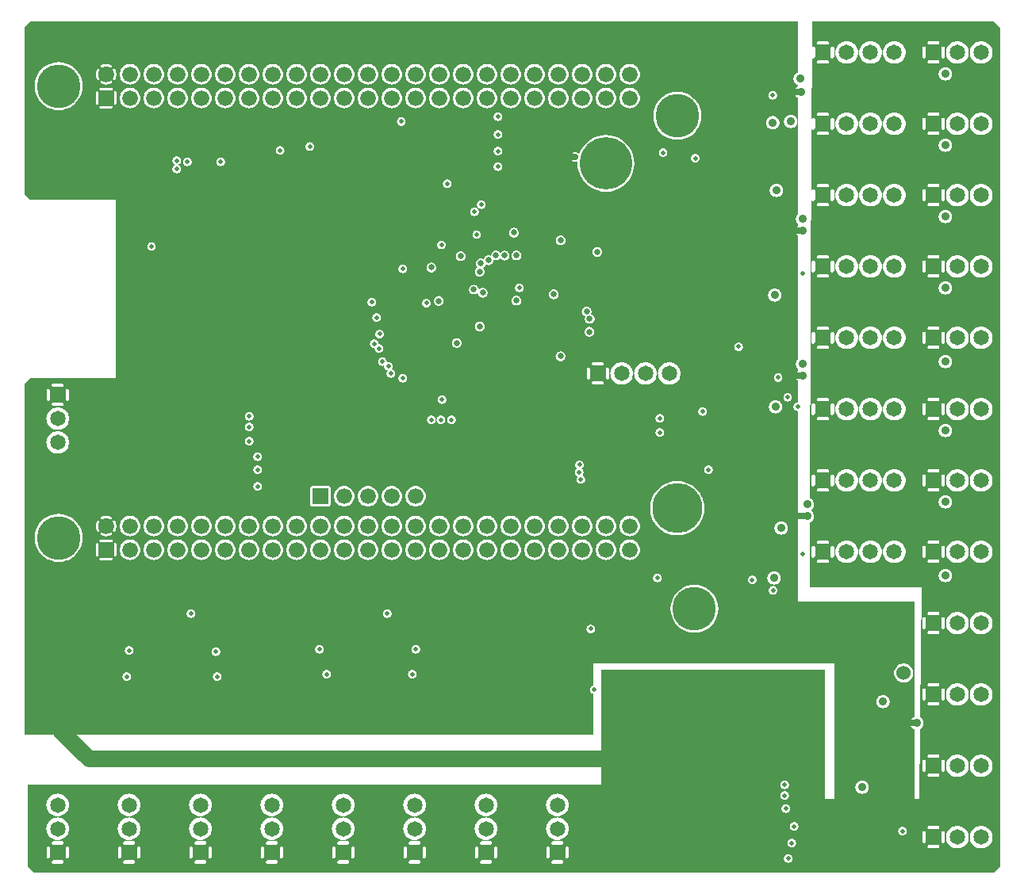
<source format=gbr>
G04 start of page 3 for group 1 idx 2 *
G04 Title: 971 BBB Cape, ground *
G04 Creator: pcb 20110918 *
G04 CreationDate: Thu Dec  5 05:46:53 2013 UTC *
G04 For: brians *
G04 Format: Gerber/RS-274X *
G04 PCB-Dimensions: 500000 400000 *
G04 PCB-Coordinate-Origin: lower left *
%MOIN*%
%FSLAX25Y25*%
%LNGROUP1*%
%ADD212C,0.0350*%
%ADD211C,0.0100*%
%ADD210C,0.0600*%
%ADD209C,0.0200*%
%ADD208C,0.0360*%
%ADD207C,0.2100*%
%ADD206C,0.0660*%
%ADD205C,0.2200*%
%ADD204C,0.1830*%
%ADD203C,0.0650*%
%ADD202C,0.0700*%
%ADD201C,0.0250*%
%ADD200C,0.0001*%
G54D200*G36*
X414441Y86000D02*X425441D01*
Y78000D01*
X414441D01*
Y86000D01*
G37*
G36*
X388441Y211000D02*X396441D01*
Y204000D01*
X388441D01*
Y211000D01*
G37*
G36*
X428941Y80000D02*X439941D01*
Y72000D01*
X428941D01*
Y80000D01*
G37*
G36*
X384441Y122000D02*X389941D01*
Y82500D01*
X384441D01*
Y122000D01*
G37*
G36*
X351441Y122500D02*X356941D01*
Y83000D01*
X351441D01*
Y122500D01*
G37*
G36*
X430941Y59500D02*X437441D01*
Y53500D01*
X430941D01*
Y59500D01*
G37*
G36*
X366441Y294689D02*X377441D01*
Y286689D01*
X366441D01*
Y294689D01*
G37*
G36*
X379512Y261000D02*X390512D01*
Y253000D01*
X379512D01*
Y261000D01*
G37*
G36*
X370441Y239157D02*X381441D01*
Y231157D01*
X370441D01*
Y239157D01*
G37*
G36*
X367485Y175386D02*X378485D01*
Y167386D01*
X367485D01*
Y175386D01*
G37*
G36*
X375937Y193161D02*X386937D01*
Y185161D01*
X375937D01*
Y193161D01*
G37*
G36*
X378441Y383000D02*X389441D01*
Y375000D01*
X378441D01*
Y383000D01*
G37*
G36*
X368441Y355000D02*X379441D01*
Y347000D01*
X368441D01*
Y355000D01*
G37*
G36*
X379162Y309000D02*X390162D01*
Y301000D01*
X379162D01*
Y309000D01*
G37*
G36*
X390441Y330118D02*X396441Y330000D01*
Y323000D01*
X390441Y323118D01*
Y330118D01*
G37*
G36*
X284262Y310800D02*X292262D01*
Y303800D01*
X284262D01*
Y310800D01*
G37*
G36*
X266207Y317716D02*X274207D01*
Y310716D01*
X266207D01*
Y317716D01*
G37*
G36*
X236218Y303166D02*X244218D01*
Y296166D01*
X236218D01*
Y303166D01*
G37*
G36*
X308941Y297500D02*X315441D01*
Y291500D01*
X308941D01*
Y297500D01*
G37*
G36*
X282148Y328134D02*X288648D01*
Y322134D01*
X282148D01*
Y328134D01*
G37*
G36*
X300719Y333466D02*X304150Y333438D01*
X307219Y327466D01*
X300719D01*
Y333466D01*
G37*
G36*
X274167Y350634D02*X280667D01*
Y344634D01*
X274167D01*
Y350634D01*
G37*
G36*
X266441Y202000D02*X272941D01*
Y195000D01*
X266441D01*
Y202000D01*
G37*
G36*
X266941Y235000D02*X273441D01*
Y228000D01*
X266941D01*
Y235000D01*
G37*
G36*
X257941Y196500D02*X264441D01*
Y189500D01*
X257941D01*
Y196500D01*
G37*
G36*
X242941D02*X249441D01*
Y189500D01*
X242941D01*
Y196500D01*
G37*
G36*
X240941Y205500D02*X247441D01*
Y198500D01*
X240941D01*
Y205500D01*
G37*
G36*
X248941Y214000D02*X255441D01*
Y207000D01*
X248941D01*
Y214000D01*
G37*
G36*
X481441Y41500D02*X478941Y39000D01*
X473493D01*
Y49236D01*
X473500Y49235D01*
X474245Y49294D01*
X474972Y49469D01*
X475663Y49755D01*
X476301Y50145D01*
X476869Y50631D01*
X477355Y51199D01*
X477745Y51837D01*
X478031Y52528D01*
X478206Y53255D01*
X478250Y54000D01*
X478206Y54745D01*
X478031Y55472D01*
X477745Y56163D01*
X477355Y56801D01*
X476869Y57369D01*
X476301Y57855D01*
X475663Y58245D01*
X474972Y58531D01*
X474245Y58706D01*
X473500Y58765D01*
X473493Y58764D01*
Y79236D01*
X473500Y79235D01*
X474245Y79294D01*
X474972Y79469D01*
X475663Y79755D01*
X476301Y80145D01*
X476869Y80631D01*
X477355Y81199D01*
X477745Y81837D01*
X478031Y82528D01*
X478206Y83255D01*
X478250Y84000D01*
X478206Y84745D01*
X478031Y85472D01*
X477745Y86163D01*
X477355Y86801D01*
X476869Y87369D01*
X476301Y87855D01*
X475663Y88245D01*
X474972Y88531D01*
X474245Y88706D01*
X473500Y88765D01*
X473493Y88764D01*
Y109236D01*
X473500Y109235D01*
X474245Y109294D01*
X474972Y109469D01*
X475663Y109755D01*
X476301Y110145D01*
X476869Y110631D01*
X477355Y111199D01*
X477745Y111837D01*
X478031Y112528D01*
X478206Y113255D01*
X478250Y114000D01*
X478206Y114745D01*
X478031Y115472D01*
X477745Y116163D01*
X477355Y116801D01*
X476869Y117369D01*
X476301Y117855D01*
X475663Y118245D01*
X474972Y118531D01*
X474245Y118706D01*
X473500Y118765D01*
X473493Y118764D01*
Y139236D01*
X473500Y139235D01*
X474245Y139294D01*
X474972Y139469D01*
X475663Y139755D01*
X476301Y140145D01*
X476869Y140631D01*
X477355Y141199D01*
X477745Y141837D01*
X478031Y142528D01*
X478206Y143255D01*
X478250Y144000D01*
X478206Y144745D01*
X478031Y145472D01*
X477745Y146163D01*
X477355Y146801D01*
X476869Y147369D01*
X476301Y147855D01*
X475663Y148245D01*
X474972Y148531D01*
X474245Y148706D01*
X473500Y148765D01*
X473493Y148764D01*
Y169236D01*
X473500Y169235D01*
X474245Y169294D01*
X474972Y169469D01*
X475663Y169755D01*
X476301Y170145D01*
X476869Y170631D01*
X477355Y171199D01*
X477745Y171837D01*
X478031Y172528D01*
X478206Y173255D01*
X478250Y174000D01*
X478206Y174745D01*
X478031Y175472D01*
X477745Y176163D01*
X477355Y176801D01*
X476869Y177369D01*
X476301Y177855D01*
X475663Y178245D01*
X474972Y178531D01*
X474245Y178706D01*
X473500Y178765D01*
X473493Y178764D01*
Y199236D01*
X473500Y199235D01*
X474245Y199294D01*
X474972Y199469D01*
X475663Y199755D01*
X476301Y200145D01*
X476869Y200631D01*
X477355Y201199D01*
X477745Y201837D01*
X478031Y202528D01*
X478206Y203255D01*
X478250Y204000D01*
X478206Y204745D01*
X478031Y205472D01*
X477745Y206163D01*
X477355Y206801D01*
X476869Y207369D01*
X476301Y207855D01*
X475663Y208245D01*
X474972Y208531D01*
X474245Y208706D01*
X473500Y208765D01*
X473493Y208764D01*
Y229236D01*
X473500Y229235D01*
X474245Y229294D01*
X474972Y229469D01*
X475663Y229755D01*
X476301Y230145D01*
X476869Y230631D01*
X477355Y231199D01*
X477745Y231837D01*
X478031Y232528D01*
X478206Y233255D01*
X478250Y234000D01*
X478206Y234745D01*
X478031Y235472D01*
X477745Y236163D01*
X477355Y236801D01*
X476869Y237369D01*
X476301Y237855D01*
X475663Y238245D01*
X474972Y238531D01*
X474245Y238706D01*
X473500Y238765D01*
X473493Y238764D01*
Y259236D01*
X473500Y259235D01*
X474245Y259294D01*
X474972Y259469D01*
X475663Y259755D01*
X476301Y260145D01*
X476869Y260631D01*
X477355Y261199D01*
X477745Y261837D01*
X478031Y262528D01*
X478206Y263255D01*
X478250Y264000D01*
X478206Y264745D01*
X478031Y265472D01*
X477745Y266163D01*
X477355Y266801D01*
X476869Y267369D01*
X476301Y267855D01*
X475663Y268245D01*
X474972Y268531D01*
X474245Y268706D01*
X473500Y268765D01*
X473493Y268764D01*
Y289236D01*
X473500Y289235D01*
X474245Y289294D01*
X474972Y289469D01*
X475663Y289755D01*
X476301Y290145D01*
X476869Y290631D01*
X477355Y291199D01*
X477745Y291837D01*
X478031Y292528D01*
X478206Y293255D01*
X478250Y294000D01*
X478206Y294745D01*
X478031Y295472D01*
X477745Y296163D01*
X477355Y296801D01*
X476869Y297369D01*
X476301Y297855D01*
X475663Y298245D01*
X474972Y298531D01*
X474245Y298706D01*
X473500Y298765D01*
X473493Y298764D01*
Y319236D01*
X473500Y319235D01*
X474245Y319294D01*
X474972Y319469D01*
X475663Y319755D01*
X476301Y320145D01*
X476869Y320631D01*
X477355Y321199D01*
X477745Y321837D01*
X478031Y322528D01*
X478206Y323255D01*
X478250Y324000D01*
X478206Y324745D01*
X478031Y325472D01*
X477745Y326163D01*
X477355Y326801D01*
X476869Y327369D01*
X476301Y327855D01*
X475663Y328245D01*
X474972Y328531D01*
X474245Y328706D01*
X473500Y328765D01*
X473493Y328764D01*
Y349236D01*
X473500Y349235D01*
X474245Y349294D01*
X474972Y349469D01*
X475663Y349755D01*
X476301Y350145D01*
X476869Y350631D01*
X477355Y351199D01*
X477745Y351837D01*
X478031Y352528D01*
X478206Y353255D01*
X478250Y354000D01*
X478206Y354745D01*
X478031Y355472D01*
X477745Y356163D01*
X477355Y356801D01*
X476869Y357369D01*
X476301Y357855D01*
X475663Y358245D01*
X474972Y358531D01*
X474245Y358706D01*
X473500Y358765D01*
X473493Y358764D01*
Y379236D01*
X473500Y379235D01*
X474245Y379294D01*
X474972Y379469D01*
X475663Y379755D01*
X476301Y380145D01*
X476869Y380631D01*
X477355Y381199D01*
X477745Y381837D01*
X478031Y382528D01*
X478206Y383255D01*
X478250Y384000D01*
X478206Y384745D01*
X478031Y385472D01*
X477745Y386163D01*
X477355Y386801D01*
X476869Y387369D01*
X476301Y387855D01*
X475663Y388245D01*
X474972Y388531D01*
X474245Y388706D01*
X473500Y388765D01*
X473493Y388764D01*
Y397000D01*
X478941D01*
X481441Y394000D01*
Y41500D01*
G37*
G36*
X473493Y39000D02*X463493D01*
Y49236D01*
X463500Y49235D01*
X464245Y49294D01*
X464972Y49469D01*
X465663Y49755D01*
X466301Y50145D01*
X466869Y50631D01*
X467355Y51199D01*
X467745Y51837D01*
X468031Y52528D01*
X468206Y53255D01*
X468250Y54000D01*
X468206Y54745D01*
X468031Y55472D01*
X467745Y56163D01*
X467355Y56801D01*
X466869Y57369D01*
X466301Y57855D01*
X465663Y58245D01*
X464972Y58531D01*
X464245Y58706D01*
X463500Y58765D01*
X463493Y58764D01*
Y79236D01*
X463500Y79235D01*
X464245Y79294D01*
X464972Y79469D01*
X465663Y79755D01*
X466301Y80145D01*
X466869Y80631D01*
X467355Y81199D01*
X467745Y81837D01*
X468031Y82528D01*
X468206Y83255D01*
X468250Y84000D01*
X468206Y84745D01*
X468031Y85472D01*
X467745Y86163D01*
X467355Y86801D01*
X466869Y87369D01*
X466301Y87855D01*
X465663Y88245D01*
X464972Y88531D01*
X464245Y88706D01*
X463500Y88765D01*
X463493Y88764D01*
Y109236D01*
X463500Y109235D01*
X464245Y109294D01*
X464972Y109469D01*
X465663Y109755D01*
X466301Y110145D01*
X466869Y110631D01*
X467355Y111199D01*
X467745Y111837D01*
X468031Y112528D01*
X468206Y113255D01*
X468250Y114000D01*
X468206Y114745D01*
X468031Y115472D01*
X467745Y116163D01*
X467355Y116801D01*
X466869Y117369D01*
X466301Y117855D01*
X465663Y118245D01*
X464972Y118531D01*
X464245Y118706D01*
X463500Y118765D01*
X463493Y118764D01*
Y139236D01*
X463500Y139235D01*
X464245Y139294D01*
X464972Y139469D01*
X465663Y139755D01*
X466301Y140145D01*
X466869Y140631D01*
X467355Y141199D01*
X467745Y141837D01*
X468031Y142528D01*
X468206Y143255D01*
X468250Y144000D01*
X468206Y144745D01*
X468031Y145472D01*
X467745Y146163D01*
X467355Y146801D01*
X466869Y147369D01*
X466301Y147855D01*
X465663Y148245D01*
X464972Y148531D01*
X464245Y148706D01*
X463500Y148765D01*
X463493Y148764D01*
Y169236D01*
X463500Y169235D01*
X464245Y169294D01*
X464972Y169469D01*
X465663Y169755D01*
X466301Y170145D01*
X466869Y170631D01*
X467355Y171199D01*
X467745Y171837D01*
X468031Y172528D01*
X468206Y173255D01*
X468250Y174000D01*
X468206Y174745D01*
X468031Y175472D01*
X467745Y176163D01*
X467355Y176801D01*
X466869Y177369D01*
X466301Y177855D01*
X465663Y178245D01*
X464972Y178531D01*
X464245Y178706D01*
X463500Y178765D01*
X463493Y178764D01*
Y199236D01*
X463500Y199235D01*
X464245Y199294D01*
X464972Y199469D01*
X465663Y199755D01*
X466301Y200145D01*
X466869Y200631D01*
X467355Y201199D01*
X467745Y201837D01*
X468031Y202528D01*
X468206Y203255D01*
X468250Y204000D01*
X468206Y204745D01*
X468031Y205472D01*
X467745Y206163D01*
X467355Y206801D01*
X466869Y207369D01*
X466301Y207855D01*
X465663Y208245D01*
X464972Y208531D01*
X464245Y208706D01*
X463500Y208765D01*
X463493Y208764D01*
Y229236D01*
X463500Y229235D01*
X464245Y229294D01*
X464972Y229469D01*
X465663Y229755D01*
X466301Y230145D01*
X466869Y230631D01*
X467355Y231199D01*
X467745Y231837D01*
X468031Y232528D01*
X468206Y233255D01*
X468250Y234000D01*
X468206Y234745D01*
X468031Y235472D01*
X467745Y236163D01*
X467355Y236801D01*
X466869Y237369D01*
X466301Y237855D01*
X465663Y238245D01*
X464972Y238531D01*
X464245Y238706D01*
X463500Y238765D01*
X463493Y238764D01*
Y259236D01*
X463500Y259235D01*
X464245Y259294D01*
X464972Y259469D01*
X465663Y259755D01*
X466301Y260145D01*
X466869Y260631D01*
X467355Y261199D01*
X467745Y261837D01*
X468031Y262528D01*
X468206Y263255D01*
X468250Y264000D01*
X468206Y264745D01*
X468031Y265472D01*
X467745Y266163D01*
X467355Y266801D01*
X466869Y267369D01*
X466301Y267855D01*
X465663Y268245D01*
X464972Y268531D01*
X464245Y268706D01*
X463500Y268765D01*
X463493Y268764D01*
Y289236D01*
X463500Y289235D01*
X464245Y289294D01*
X464972Y289469D01*
X465663Y289755D01*
X466301Y290145D01*
X466869Y290631D01*
X467355Y291199D01*
X467745Y291837D01*
X468031Y292528D01*
X468206Y293255D01*
X468250Y294000D01*
X468206Y294745D01*
X468031Y295472D01*
X467745Y296163D01*
X467355Y296801D01*
X466869Y297369D01*
X466301Y297855D01*
X465663Y298245D01*
X464972Y298531D01*
X464245Y298706D01*
X463500Y298765D01*
X463493Y298764D01*
Y319236D01*
X463500Y319235D01*
X464245Y319294D01*
X464972Y319469D01*
X465663Y319755D01*
X466301Y320145D01*
X466869Y320631D01*
X467355Y321199D01*
X467745Y321837D01*
X468031Y322528D01*
X468206Y323255D01*
X468250Y324000D01*
X468206Y324745D01*
X468031Y325472D01*
X467745Y326163D01*
X467355Y326801D01*
X466869Y327369D01*
X466301Y327855D01*
X465663Y328245D01*
X464972Y328531D01*
X464245Y328706D01*
X463500Y328765D01*
X463493Y328764D01*
Y349236D01*
X463500Y349235D01*
X464245Y349294D01*
X464972Y349469D01*
X465663Y349755D01*
X466301Y350145D01*
X466869Y350631D01*
X467355Y351199D01*
X467745Y351837D01*
X468031Y352528D01*
X468206Y353255D01*
X468250Y354000D01*
X468206Y354745D01*
X468031Y355472D01*
X467745Y356163D01*
X467355Y356801D01*
X466869Y357369D01*
X466301Y357855D01*
X465663Y358245D01*
X464972Y358531D01*
X464245Y358706D01*
X463500Y358765D01*
X463493Y358764D01*
Y379236D01*
X463500Y379235D01*
X464245Y379294D01*
X464972Y379469D01*
X465663Y379755D01*
X466301Y380145D01*
X466869Y380631D01*
X467355Y381199D01*
X467745Y381837D01*
X468031Y382528D01*
X468206Y383255D01*
X468250Y384000D01*
X468206Y384745D01*
X468031Y385472D01*
X467745Y386163D01*
X467355Y386801D01*
X466869Y387369D01*
X466301Y387855D01*
X465663Y388245D01*
X464972Y388531D01*
X464245Y388706D01*
X463500Y388765D01*
X463493Y388764D01*
Y397000D01*
X473493D01*
Y388764D01*
X472755Y388706D01*
X472028Y388531D01*
X471337Y388245D01*
X470699Y387855D01*
X470131Y387369D01*
X469645Y386801D01*
X469255Y386163D01*
X468969Y385472D01*
X468794Y384745D01*
X468735Y384000D01*
X468794Y383255D01*
X468969Y382528D01*
X469255Y381837D01*
X469645Y381199D01*
X470131Y380631D01*
X470699Y380145D01*
X471337Y379755D01*
X472028Y379469D01*
X472755Y379294D01*
X473493Y379236D01*
Y358764D01*
X472755Y358706D01*
X472028Y358531D01*
X471337Y358245D01*
X470699Y357855D01*
X470131Y357369D01*
X469645Y356801D01*
X469255Y356163D01*
X468969Y355472D01*
X468794Y354745D01*
X468735Y354000D01*
X468794Y353255D01*
X468969Y352528D01*
X469255Y351837D01*
X469645Y351199D01*
X470131Y350631D01*
X470699Y350145D01*
X471337Y349755D01*
X472028Y349469D01*
X472755Y349294D01*
X473493Y349236D01*
Y328764D01*
X472755Y328706D01*
X472028Y328531D01*
X471337Y328245D01*
X470699Y327855D01*
X470131Y327369D01*
X469645Y326801D01*
X469255Y326163D01*
X468969Y325472D01*
X468794Y324745D01*
X468735Y324000D01*
X468794Y323255D01*
X468969Y322528D01*
X469255Y321837D01*
X469645Y321199D01*
X470131Y320631D01*
X470699Y320145D01*
X471337Y319755D01*
X472028Y319469D01*
X472755Y319294D01*
X473493Y319236D01*
Y298764D01*
X472755Y298706D01*
X472028Y298531D01*
X471337Y298245D01*
X470699Y297855D01*
X470131Y297369D01*
X469645Y296801D01*
X469255Y296163D01*
X468969Y295472D01*
X468794Y294745D01*
X468735Y294000D01*
X468794Y293255D01*
X468969Y292528D01*
X469255Y291837D01*
X469645Y291199D01*
X470131Y290631D01*
X470699Y290145D01*
X471337Y289755D01*
X472028Y289469D01*
X472755Y289294D01*
X473493Y289236D01*
Y268764D01*
X472755Y268706D01*
X472028Y268531D01*
X471337Y268245D01*
X470699Y267855D01*
X470131Y267369D01*
X469645Y266801D01*
X469255Y266163D01*
X468969Y265472D01*
X468794Y264745D01*
X468735Y264000D01*
X468794Y263255D01*
X468969Y262528D01*
X469255Y261837D01*
X469645Y261199D01*
X470131Y260631D01*
X470699Y260145D01*
X471337Y259755D01*
X472028Y259469D01*
X472755Y259294D01*
X473493Y259236D01*
Y238764D01*
X472755Y238706D01*
X472028Y238531D01*
X471337Y238245D01*
X470699Y237855D01*
X470131Y237369D01*
X469645Y236801D01*
X469255Y236163D01*
X468969Y235472D01*
X468794Y234745D01*
X468735Y234000D01*
X468794Y233255D01*
X468969Y232528D01*
X469255Y231837D01*
X469645Y231199D01*
X470131Y230631D01*
X470699Y230145D01*
X471337Y229755D01*
X472028Y229469D01*
X472755Y229294D01*
X473493Y229236D01*
Y208764D01*
X472755Y208706D01*
X472028Y208531D01*
X471337Y208245D01*
X470699Y207855D01*
X470131Y207369D01*
X469645Y206801D01*
X469255Y206163D01*
X468969Y205472D01*
X468794Y204745D01*
X468735Y204000D01*
X468794Y203255D01*
X468969Y202528D01*
X469255Y201837D01*
X469645Y201199D01*
X470131Y200631D01*
X470699Y200145D01*
X471337Y199755D01*
X472028Y199469D01*
X472755Y199294D01*
X473493Y199236D01*
Y178764D01*
X472755Y178706D01*
X472028Y178531D01*
X471337Y178245D01*
X470699Y177855D01*
X470131Y177369D01*
X469645Y176801D01*
X469255Y176163D01*
X468969Y175472D01*
X468794Y174745D01*
X468735Y174000D01*
X468794Y173255D01*
X468969Y172528D01*
X469255Y171837D01*
X469645Y171199D01*
X470131Y170631D01*
X470699Y170145D01*
X471337Y169755D01*
X472028Y169469D01*
X472755Y169294D01*
X473493Y169236D01*
Y148764D01*
X472755Y148706D01*
X472028Y148531D01*
X471337Y148245D01*
X470699Y147855D01*
X470131Y147369D01*
X469645Y146801D01*
X469255Y146163D01*
X468969Y145472D01*
X468794Y144745D01*
X468735Y144000D01*
X468794Y143255D01*
X468969Y142528D01*
X469255Y141837D01*
X469645Y141199D01*
X470131Y140631D01*
X470699Y140145D01*
X471337Y139755D01*
X472028Y139469D01*
X472755Y139294D01*
X473493Y139236D01*
Y118764D01*
X472755Y118706D01*
X472028Y118531D01*
X471337Y118245D01*
X470699Y117855D01*
X470131Y117369D01*
X469645Y116801D01*
X469255Y116163D01*
X468969Y115472D01*
X468794Y114745D01*
X468735Y114000D01*
X468794Y113255D01*
X468969Y112528D01*
X469255Y111837D01*
X469645Y111199D01*
X470131Y110631D01*
X470699Y110145D01*
X471337Y109755D01*
X472028Y109469D01*
X472755Y109294D01*
X473493Y109236D01*
Y88764D01*
X472755Y88706D01*
X472028Y88531D01*
X471337Y88245D01*
X470699Y87855D01*
X470131Y87369D01*
X469645Y86801D01*
X469255Y86163D01*
X468969Y85472D01*
X468794Y84745D01*
X468735Y84000D01*
X468794Y83255D01*
X468969Y82528D01*
X469255Y81837D01*
X469645Y81199D01*
X470131Y80631D01*
X470699Y80145D01*
X471337Y79755D01*
X472028Y79469D01*
X472755Y79294D01*
X473493Y79236D01*
Y58764D01*
X472755Y58706D01*
X472028Y58531D01*
X471337Y58245D01*
X470699Y57855D01*
X470131Y57369D01*
X469645Y56801D01*
X469255Y56163D01*
X468969Y55472D01*
X468794Y54745D01*
X468735Y54000D01*
X468794Y53255D01*
X468969Y52528D01*
X469255Y51837D01*
X469645Y51199D01*
X470131Y50631D01*
X470699Y50145D01*
X471337Y49755D01*
X472028Y49469D01*
X472755Y49294D01*
X473493Y49236D01*
Y39000D01*
G37*
G36*
X463493D02*X458437D01*
Y161192D01*
X458441Y161191D01*
X458880Y161226D01*
X459309Y161329D01*
X459716Y161497D01*
X460092Y161728D01*
X460427Y162014D01*
X460713Y162349D01*
X460944Y162725D01*
X461112Y163132D01*
X461215Y163561D01*
X461241Y164000D01*
X461215Y164439D01*
X461112Y164868D01*
X460944Y165275D01*
X460713Y165651D01*
X460427Y165986D01*
X460092Y166272D01*
X459716Y166503D01*
X459309Y166671D01*
X458880Y166774D01*
X458441Y166809D01*
X458437Y166808D01*
Y192192D01*
X458441Y192191D01*
X458880Y192226D01*
X459309Y192329D01*
X459716Y192497D01*
X460092Y192728D01*
X460427Y193014D01*
X460713Y193349D01*
X460944Y193725D01*
X461112Y194132D01*
X461215Y194561D01*
X461241Y195000D01*
X461215Y195439D01*
X461112Y195868D01*
X460944Y196275D01*
X460713Y196651D01*
X460427Y196986D01*
X460092Y197272D01*
X459716Y197503D01*
X459309Y197671D01*
X458880Y197774D01*
X458441Y197809D01*
X458437Y197808D01*
Y222192D01*
X458441Y222191D01*
X458880Y222226D01*
X459309Y222329D01*
X459716Y222497D01*
X460092Y222728D01*
X460427Y223014D01*
X460713Y223349D01*
X460944Y223725D01*
X461112Y224132D01*
X461215Y224561D01*
X461241Y225000D01*
X461215Y225439D01*
X461112Y225868D01*
X460944Y226275D01*
X460713Y226651D01*
X460427Y226986D01*
X460092Y227272D01*
X459716Y227503D01*
X459309Y227671D01*
X458880Y227774D01*
X458441Y227809D01*
X458437Y227808D01*
Y251192D01*
X458441Y251191D01*
X458880Y251226D01*
X459309Y251329D01*
X459716Y251497D01*
X460092Y251728D01*
X460427Y252014D01*
X460713Y252349D01*
X460944Y252725D01*
X461112Y253132D01*
X461215Y253561D01*
X461241Y254000D01*
X461215Y254439D01*
X461112Y254868D01*
X460944Y255275D01*
X460713Y255651D01*
X460427Y255986D01*
X460092Y256272D01*
X459716Y256503D01*
X459309Y256671D01*
X458880Y256774D01*
X458441Y256809D01*
X458437Y256808D01*
Y282192D01*
X458441Y282191D01*
X458880Y282226D01*
X459309Y282329D01*
X459716Y282497D01*
X460092Y282728D01*
X460427Y283014D01*
X460713Y283349D01*
X460944Y283725D01*
X461112Y284132D01*
X461215Y284561D01*
X461241Y285000D01*
X461215Y285439D01*
X461112Y285868D01*
X460944Y286275D01*
X460713Y286651D01*
X460427Y286986D01*
X460092Y287272D01*
X459716Y287503D01*
X459309Y287671D01*
X458880Y287774D01*
X458441Y287809D01*
X458437Y287808D01*
Y312192D01*
X458441Y312191D01*
X458880Y312226D01*
X459309Y312329D01*
X459716Y312497D01*
X460092Y312728D01*
X460427Y313014D01*
X460713Y313349D01*
X460944Y313725D01*
X461112Y314132D01*
X461215Y314561D01*
X461241Y315000D01*
X461215Y315439D01*
X461112Y315868D01*
X460944Y316275D01*
X460713Y316651D01*
X460427Y316986D01*
X460092Y317272D01*
X459716Y317503D01*
X459309Y317671D01*
X458880Y317774D01*
X458441Y317809D01*
X458437Y317808D01*
Y342192D01*
X458441Y342191D01*
X458880Y342226D01*
X459309Y342329D01*
X459716Y342497D01*
X460092Y342728D01*
X460427Y343014D01*
X460713Y343349D01*
X460944Y343725D01*
X461112Y344132D01*
X461215Y344561D01*
X461241Y345000D01*
X461215Y345439D01*
X461112Y345868D01*
X460944Y346275D01*
X460713Y346651D01*
X460427Y346986D01*
X460092Y347272D01*
X459716Y347503D01*
X459309Y347671D01*
X458880Y347774D01*
X458441Y347809D01*
X458437Y347808D01*
Y372192D01*
X458441Y372191D01*
X458880Y372226D01*
X459309Y372329D01*
X459716Y372497D01*
X460092Y372728D01*
X460427Y373014D01*
X460713Y373349D01*
X460944Y373725D01*
X461112Y374132D01*
X461215Y374561D01*
X461241Y375000D01*
X461215Y375439D01*
X461112Y375868D01*
X460944Y376275D01*
X460713Y376651D01*
X460427Y376986D01*
X460092Y377272D01*
X459716Y377503D01*
X459309Y377671D01*
X458880Y377774D01*
X458441Y377809D01*
X458437Y377808D01*
Y397000D01*
X463493D01*
Y388764D01*
X462755Y388706D01*
X462028Y388531D01*
X461337Y388245D01*
X460699Y387855D01*
X460131Y387369D01*
X459645Y386801D01*
X459255Y386163D01*
X458969Y385472D01*
X458794Y384745D01*
X458735Y384000D01*
X458794Y383255D01*
X458969Y382528D01*
X459255Y381837D01*
X459645Y381199D01*
X460131Y380631D01*
X460699Y380145D01*
X461337Y379755D01*
X462028Y379469D01*
X462755Y379294D01*
X463493Y379236D01*
Y358764D01*
X462755Y358706D01*
X462028Y358531D01*
X461337Y358245D01*
X460699Y357855D01*
X460131Y357369D01*
X459645Y356801D01*
X459255Y356163D01*
X458969Y355472D01*
X458794Y354745D01*
X458735Y354000D01*
X458794Y353255D01*
X458969Y352528D01*
X459255Y351837D01*
X459645Y351199D01*
X460131Y350631D01*
X460699Y350145D01*
X461337Y349755D01*
X462028Y349469D01*
X462755Y349294D01*
X463493Y349236D01*
Y328764D01*
X462755Y328706D01*
X462028Y328531D01*
X461337Y328245D01*
X460699Y327855D01*
X460131Y327369D01*
X459645Y326801D01*
X459255Y326163D01*
X458969Y325472D01*
X458794Y324745D01*
X458735Y324000D01*
X458794Y323255D01*
X458969Y322528D01*
X459255Y321837D01*
X459645Y321199D01*
X460131Y320631D01*
X460699Y320145D01*
X461337Y319755D01*
X462028Y319469D01*
X462755Y319294D01*
X463493Y319236D01*
Y298764D01*
X462755Y298706D01*
X462028Y298531D01*
X461337Y298245D01*
X460699Y297855D01*
X460131Y297369D01*
X459645Y296801D01*
X459255Y296163D01*
X458969Y295472D01*
X458794Y294745D01*
X458735Y294000D01*
X458794Y293255D01*
X458969Y292528D01*
X459255Y291837D01*
X459645Y291199D01*
X460131Y290631D01*
X460699Y290145D01*
X461337Y289755D01*
X462028Y289469D01*
X462755Y289294D01*
X463493Y289236D01*
Y268764D01*
X462755Y268706D01*
X462028Y268531D01*
X461337Y268245D01*
X460699Y267855D01*
X460131Y267369D01*
X459645Y266801D01*
X459255Y266163D01*
X458969Y265472D01*
X458794Y264745D01*
X458735Y264000D01*
X458794Y263255D01*
X458969Y262528D01*
X459255Y261837D01*
X459645Y261199D01*
X460131Y260631D01*
X460699Y260145D01*
X461337Y259755D01*
X462028Y259469D01*
X462755Y259294D01*
X463493Y259236D01*
Y238764D01*
X462755Y238706D01*
X462028Y238531D01*
X461337Y238245D01*
X460699Y237855D01*
X460131Y237369D01*
X459645Y236801D01*
X459255Y236163D01*
X458969Y235472D01*
X458794Y234745D01*
X458735Y234000D01*
X458794Y233255D01*
X458969Y232528D01*
X459255Y231837D01*
X459645Y231199D01*
X460131Y230631D01*
X460699Y230145D01*
X461337Y229755D01*
X462028Y229469D01*
X462755Y229294D01*
X463493Y229236D01*
Y208764D01*
X462755Y208706D01*
X462028Y208531D01*
X461337Y208245D01*
X460699Y207855D01*
X460131Y207369D01*
X459645Y206801D01*
X459255Y206163D01*
X458969Y205472D01*
X458794Y204745D01*
X458735Y204000D01*
X458794Y203255D01*
X458969Y202528D01*
X459255Y201837D01*
X459645Y201199D01*
X460131Y200631D01*
X460699Y200145D01*
X461337Y199755D01*
X462028Y199469D01*
X462755Y199294D01*
X463493Y199236D01*
Y178764D01*
X462755Y178706D01*
X462028Y178531D01*
X461337Y178245D01*
X460699Y177855D01*
X460131Y177369D01*
X459645Y176801D01*
X459255Y176163D01*
X458969Y175472D01*
X458794Y174745D01*
X458735Y174000D01*
X458794Y173255D01*
X458969Y172528D01*
X459255Y171837D01*
X459645Y171199D01*
X460131Y170631D01*
X460699Y170145D01*
X461337Y169755D01*
X462028Y169469D01*
X462755Y169294D01*
X463493Y169236D01*
Y148764D01*
X462755Y148706D01*
X462028Y148531D01*
X461337Y148245D01*
X460699Y147855D01*
X460131Y147369D01*
X459645Y146801D01*
X459255Y146163D01*
X458969Y145472D01*
X458794Y144745D01*
X458735Y144000D01*
X458794Y143255D01*
X458969Y142528D01*
X459255Y141837D01*
X459645Y141199D01*
X460131Y140631D01*
X460699Y140145D01*
X461337Y139755D01*
X462028Y139469D01*
X462755Y139294D01*
X463493Y139236D01*
Y118764D01*
X462755Y118706D01*
X462028Y118531D01*
X461337Y118245D01*
X460699Y117855D01*
X460131Y117369D01*
X459645Y116801D01*
X459255Y116163D01*
X458969Y115472D01*
X458794Y114745D01*
X458735Y114000D01*
X458794Y113255D01*
X458969Y112528D01*
X459255Y111837D01*
X459645Y111199D01*
X460131Y110631D01*
X460699Y110145D01*
X461337Y109755D01*
X462028Y109469D01*
X462755Y109294D01*
X463493Y109236D01*
Y88764D01*
X462755Y88706D01*
X462028Y88531D01*
X461337Y88245D01*
X460699Y87855D01*
X460131Y87369D01*
X459645Y86801D01*
X459255Y86163D01*
X458969Y85472D01*
X458794Y84745D01*
X458735Y84000D01*
X458794Y83255D01*
X458969Y82528D01*
X459255Y81837D01*
X459645Y81199D01*
X460131Y80631D01*
X460699Y80145D01*
X461337Y79755D01*
X462028Y79469D01*
X462755Y79294D01*
X463493Y79236D01*
Y58764D01*
X462755Y58706D01*
X462028Y58531D01*
X461337Y58245D01*
X460699Y57855D01*
X460131Y57369D01*
X459645Y56801D01*
X459255Y56163D01*
X458969Y55472D01*
X458794Y54745D01*
X458735Y54000D01*
X458794Y53255D01*
X458969Y52528D01*
X459255Y51837D01*
X459645Y51199D01*
X460131Y50631D01*
X460699Y50145D01*
X461337Y49755D01*
X462028Y49469D01*
X462755Y49294D01*
X463493Y49236D01*
Y39000D01*
G37*
G36*
X457500Y192359D02*X457573Y192329D01*
X458002Y192226D01*
X458437Y192192D01*
Y166808D01*
X458002Y166774D01*
X457573Y166671D01*
X457500Y166641D01*
Y171498D01*
X457618Y171507D01*
X457732Y171535D01*
X457842Y171580D01*
X457942Y171641D01*
X458032Y171718D01*
X458109Y171808D01*
X458170Y171908D01*
X458215Y172018D01*
X458243Y172132D01*
X458250Y172250D01*
Y175750D01*
X458243Y175868D01*
X458215Y175982D01*
X458170Y176092D01*
X458109Y176192D01*
X458032Y176282D01*
X457942Y176359D01*
X457842Y176420D01*
X457732Y176465D01*
X457618Y176493D01*
X457500Y176502D01*
Y192359D01*
G37*
G36*
Y222359D02*X457573Y222329D01*
X458002Y222226D01*
X458437Y222192D01*
Y197808D01*
X458002Y197774D01*
X457573Y197671D01*
X457500Y197641D01*
Y201498D01*
X457618Y201507D01*
X457732Y201535D01*
X457842Y201580D01*
X457942Y201641D01*
X458032Y201718D01*
X458109Y201808D01*
X458170Y201908D01*
X458215Y202018D01*
X458243Y202132D01*
X458250Y202250D01*
Y205750D01*
X458243Y205868D01*
X458215Y205982D01*
X458170Y206092D01*
X458109Y206192D01*
X458032Y206282D01*
X457942Y206359D01*
X457842Y206420D01*
X457732Y206465D01*
X457618Y206493D01*
X457500Y206502D01*
Y222359D01*
G37*
G36*
Y251359D02*X457573Y251329D01*
X458002Y251226D01*
X458437Y251192D01*
Y227808D01*
X458002Y227774D01*
X457573Y227671D01*
X457500Y227641D01*
Y231498D01*
X457618Y231507D01*
X457732Y231535D01*
X457842Y231580D01*
X457942Y231641D01*
X458032Y231718D01*
X458109Y231808D01*
X458170Y231908D01*
X458215Y232018D01*
X458243Y232132D01*
X458250Y232250D01*
Y235750D01*
X458243Y235868D01*
X458215Y235982D01*
X458170Y236092D01*
X458109Y236192D01*
X458032Y236282D01*
X457942Y236359D01*
X457842Y236420D01*
X457732Y236465D01*
X457618Y236493D01*
X457500Y236502D01*
Y251359D01*
G37*
G36*
Y282359D02*X457573Y282329D01*
X458002Y282226D01*
X458437Y282192D01*
Y256808D01*
X458002Y256774D01*
X457573Y256671D01*
X457500Y256641D01*
Y261498D01*
X457618Y261507D01*
X457732Y261535D01*
X457842Y261580D01*
X457942Y261641D01*
X458032Y261718D01*
X458109Y261808D01*
X458170Y261908D01*
X458215Y262018D01*
X458243Y262132D01*
X458250Y262250D01*
Y265750D01*
X458243Y265868D01*
X458215Y265982D01*
X458170Y266092D01*
X458109Y266192D01*
X458032Y266282D01*
X457942Y266359D01*
X457842Y266420D01*
X457732Y266465D01*
X457618Y266493D01*
X457500Y266502D01*
Y282359D01*
G37*
G36*
Y312359D02*X457573Y312329D01*
X458002Y312226D01*
X458437Y312192D01*
Y287808D01*
X458002Y287774D01*
X457573Y287671D01*
X457500Y287641D01*
Y291498D01*
X457618Y291507D01*
X457732Y291535D01*
X457842Y291580D01*
X457942Y291641D01*
X458032Y291718D01*
X458109Y291808D01*
X458170Y291908D01*
X458215Y292018D01*
X458243Y292132D01*
X458250Y292250D01*
Y295750D01*
X458243Y295868D01*
X458215Y295982D01*
X458170Y296092D01*
X458109Y296192D01*
X458032Y296282D01*
X457942Y296359D01*
X457842Y296420D01*
X457732Y296465D01*
X457618Y296493D01*
X457500Y296502D01*
Y312359D01*
G37*
G36*
Y342359D02*X457573Y342329D01*
X458002Y342226D01*
X458437Y342192D01*
Y317808D01*
X458002Y317774D01*
X457573Y317671D01*
X457500Y317641D01*
Y321498D01*
X457618Y321507D01*
X457732Y321535D01*
X457842Y321580D01*
X457942Y321641D01*
X458032Y321718D01*
X458109Y321808D01*
X458170Y321908D01*
X458215Y322018D01*
X458243Y322132D01*
X458250Y322250D01*
Y325750D01*
X458243Y325868D01*
X458215Y325982D01*
X458170Y326092D01*
X458109Y326192D01*
X458032Y326282D01*
X457942Y326359D01*
X457842Y326420D01*
X457732Y326465D01*
X457618Y326493D01*
X457500Y326502D01*
Y342359D01*
G37*
G36*
Y372359D02*X457573Y372329D01*
X458002Y372226D01*
X458437Y372192D01*
Y347808D01*
X458002Y347774D01*
X457573Y347671D01*
X457500Y347641D01*
Y351498D01*
X457618Y351507D01*
X457732Y351535D01*
X457842Y351580D01*
X457942Y351641D01*
X458032Y351718D01*
X458109Y351808D01*
X458170Y351908D01*
X458215Y352018D01*
X458243Y352132D01*
X458250Y352250D01*
Y355750D01*
X458243Y355868D01*
X458215Y355982D01*
X458170Y356092D01*
X458109Y356192D01*
X458032Y356282D01*
X457942Y356359D01*
X457842Y356420D01*
X457732Y356465D01*
X457618Y356493D01*
X457500Y356502D01*
Y372359D01*
G37*
G36*
Y397000D02*X458437D01*
Y377808D01*
X458002Y377774D01*
X457573Y377671D01*
X457500Y377641D01*
Y381498D01*
X457618Y381507D01*
X457732Y381535D01*
X457842Y381580D01*
X457942Y381641D01*
X458032Y381718D01*
X458109Y381808D01*
X458170Y381908D01*
X458215Y382018D01*
X458243Y382132D01*
X458250Y382250D01*
Y385750D01*
X458243Y385868D01*
X458215Y385982D01*
X458170Y386092D01*
X458109Y386192D01*
X458032Y386282D01*
X457942Y386359D01*
X457842Y386420D01*
X457732Y386465D01*
X457618Y386493D01*
X457500Y386502D01*
Y397000D01*
G37*
G36*
X458437Y39000D02*X457500D01*
Y51498D01*
X457618Y51507D01*
X457732Y51535D01*
X457842Y51580D01*
X457942Y51641D01*
X458032Y51718D01*
X458109Y51808D01*
X458170Y51908D01*
X458215Y52018D01*
X458243Y52132D01*
X458250Y52250D01*
Y55750D01*
X458243Y55868D01*
X458215Y55982D01*
X458170Y56092D01*
X458109Y56192D01*
X458032Y56282D01*
X457942Y56359D01*
X457842Y56420D01*
X457732Y56465D01*
X457618Y56493D01*
X457500Y56502D01*
Y81498D01*
X457618Y81507D01*
X457732Y81535D01*
X457842Y81580D01*
X457942Y81641D01*
X458032Y81718D01*
X458109Y81808D01*
X458170Y81908D01*
X458215Y82018D01*
X458243Y82132D01*
X458250Y82250D01*
Y85750D01*
X458243Y85868D01*
X458215Y85982D01*
X458170Y86092D01*
X458109Y86192D01*
X458032Y86282D01*
X457942Y86359D01*
X457842Y86420D01*
X457732Y86465D01*
X457618Y86493D01*
X457500Y86502D01*
Y111498D01*
X457618Y111507D01*
X457732Y111535D01*
X457842Y111580D01*
X457942Y111641D01*
X458032Y111718D01*
X458109Y111808D01*
X458170Y111908D01*
X458215Y112018D01*
X458243Y112132D01*
X458250Y112250D01*
Y115750D01*
X458243Y115868D01*
X458215Y115982D01*
X458170Y116092D01*
X458109Y116192D01*
X458032Y116282D01*
X457942Y116359D01*
X457842Y116420D01*
X457732Y116465D01*
X457618Y116493D01*
X457500Y116502D01*
Y141498D01*
X457618Y141507D01*
X457732Y141535D01*
X457842Y141580D01*
X457942Y141641D01*
X458032Y141718D01*
X458109Y141808D01*
X458170Y141908D01*
X458215Y142018D01*
X458243Y142132D01*
X458250Y142250D01*
Y145750D01*
X458243Y145868D01*
X458215Y145982D01*
X458170Y146092D01*
X458109Y146192D01*
X458032Y146282D01*
X457942Y146359D01*
X457842Y146420D01*
X457732Y146465D01*
X457618Y146493D01*
X457500Y146502D01*
Y161359D01*
X457573Y161329D01*
X458002Y161226D01*
X458437Y161192D01*
Y39000D01*
G37*
G36*
X457500D02*X453500D01*
Y49250D01*
X455250D01*
X455368Y49257D01*
X455482Y49285D01*
X455592Y49330D01*
X455692Y49391D01*
X455782Y49468D01*
X455859Y49558D01*
X455920Y49658D01*
X455965Y49768D01*
X455993Y49882D01*
X456002Y50000D01*
X455993Y50118D01*
X455965Y50232D01*
X455920Y50342D01*
X455859Y50442D01*
X455782Y50532D01*
X455692Y50609D01*
X455592Y50670D01*
X455482Y50715D01*
X455368Y50743D01*
X455250Y50750D01*
X453500D01*
Y57250D01*
X455250D01*
X455368Y57257D01*
X455482Y57285D01*
X455592Y57330D01*
X455692Y57391D01*
X455782Y57468D01*
X455859Y57558D01*
X455920Y57658D01*
X455965Y57768D01*
X455993Y57882D01*
X456002Y58000D01*
X455993Y58118D01*
X455965Y58232D01*
X455920Y58342D01*
X455859Y58442D01*
X455782Y58532D01*
X455692Y58609D01*
X455592Y58670D01*
X455482Y58715D01*
X455368Y58743D01*
X455250Y58750D01*
X453500D01*
Y79250D01*
X455250D01*
X455368Y79257D01*
X455482Y79285D01*
X455592Y79330D01*
X455692Y79391D01*
X455782Y79468D01*
X455859Y79558D01*
X455920Y79658D01*
X455965Y79768D01*
X455993Y79882D01*
X456002Y80000D01*
X455993Y80118D01*
X455965Y80232D01*
X455920Y80342D01*
X455859Y80442D01*
X455782Y80532D01*
X455692Y80609D01*
X455592Y80670D01*
X455482Y80715D01*
X455368Y80743D01*
X455250Y80750D01*
X453500D01*
Y87250D01*
X455250D01*
X455368Y87257D01*
X455482Y87285D01*
X455592Y87330D01*
X455692Y87391D01*
X455782Y87468D01*
X455859Y87558D01*
X455920Y87658D01*
X455965Y87768D01*
X455993Y87882D01*
X456002Y88000D01*
X455993Y88118D01*
X455965Y88232D01*
X455920Y88342D01*
X455859Y88442D01*
X455782Y88532D01*
X455692Y88609D01*
X455592Y88670D01*
X455482Y88715D01*
X455368Y88743D01*
X455250Y88750D01*
X453500D01*
Y109250D01*
X455250D01*
X455368Y109257D01*
X455482Y109285D01*
X455592Y109330D01*
X455692Y109391D01*
X455782Y109468D01*
X455859Y109558D01*
X455920Y109658D01*
X455965Y109768D01*
X455993Y109882D01*
X456002Y110000D01*
X455993Y110118D01*
X455965Y110232D01*
X455920Y110342D01*
X455859Y110442D01*
X455782Y110532D01*
X455692Y110609D01*
X455592Y110670D01*
X455482Y110715D01*
X455368Y110743D01*
X455250Y110750D01*
X453500D01*
Y117250D01*
X455250D01*
X455368Y117257D01*
X455482Y117285D01*
X455592Y117330D01*
X455692Y117391D01*
X455782Y117468D01*
X455859Y117558D01*
X455920Y117658D01*
X455965Y117768D01*
X455993Y117882D01*
X456002Y118000D01*
X455993Y118118D01*
X455965Y118232D01*
X455920Y118342D01*
X455859Y118442D01*
X455782Y118532D01*
X455692Y118609D01*
X455592Y118670D01*
X455482Y118715D01*
X455368Y118743D01*
X455250Y118750D01*
X453500D01*
Y139250D01*
X455250D01*
X455368Y139257D01*
X455482Y139285D01*
X455592Y139330D01*
X455692Y139391D01*
X455782Y139468D01*
X455859Y139558D01*
X455920Y139658D01*
X455965Y139768D01*
X455993Y139882D01*
X456002Y140000D01*
X455993Y140118D01*
X455965Y140232D01*
X455920Y140342D01*
X455859Y140442D01*
X455782Y140532D01*
X455692Y140609D01*
X455592Y140670D01*
X455482Y140715D01*
X455368Y140743D01*
X455250Y140750D01*
X453500D01*
Y147250D01*
X455250D01*
X455368Y147257D01*
X455482Y147285D01*
X455592Y147330D01*
X455692Y147391D01*
X455782Y147468D01*
X455859Y147558D01*
X455920Y147658D01*
X455965Y147768D01*
X455993Y147882D01*
X456002Y148000D01*
X455993Y148118D01*
X455965Y148232D01*
X455920Y148342D01*
X455859Y148442D01*
X455782Y148532D01*
X455692Y148609D01*
X455592Y148670D01*
X455482Y148715D01*
X455368Y148743D01*
X455250Y148750D01*
X453500D01*
Y169250D01*
X455250D01*
X455368Y169257D01*
X455482Y169285D01*
X455592Y169330D01*
X455692Y169391D01*
X455782Y169468D01*
X455859Y169558D01*
X455920Y169658D01*
X455965Y169768D01*
X455993Y169882D01*
X456002Y170000D01*
X455993Y170118D01*
X455965Y170232D01*
X455920Y170342D01*
X455859Y170442D01*
X455782Y170532D01*
X455692Y170609D01*
X455592Y170670D01*
X455482Y170715D01*
X455368Y170743D01*
X455250Y170750D01*
X453500D01*
Y177250D01*
X455250D01*
X455368Y177257D01*
X455482Y177285D01*
X455592Y177330D01*
X455692Y177391D01*
X455782Y177468D01*
X455859Y177558D01*
X455920Y177658D01*
X455965Y177768D01*
X455993Y177882D01*
X456002Y178000D01*
X455993Y178118D01*
X455965Y178232D01*
X455920Y178342D01*
X455859Y178442D01*
X455782Y178532D01*
X455692Y178609D01*
X455592Y178670D01*
X455482Y178715D01*
X455368Y178743D01*
X455250Y178750D01*
X453500D01*
Y199250D01*
X455250D01*
X455368Y199257D01*
X455482Y199285D01*
X455592Y199330D01*
X455692Y199391D01*
X455782Y199468D01*
X455859Y199558D01*
X455920Y199658D01*
X455965Y199768D01*
X455993Y199882D01*
X456002Y200000D01*
X455993Y200118D01*
X455965Y200232D01*
X455920Y200342D01*
X455859Y200442D01*
X455782Y200532D01*
X455692Y200609D01*
X455592Y200670D01*
X455482Y200715D01*
X455368Y200743D01*
X455250Y200750D01*
X453500D01*
Y207250D01*
X455250D01*
X455368Y207257D01*
X455482Y207285D01*
X455592Y207330D01*
X455692Y207391D01*
X455782Y207468D01*
X455859Y207558D01*
X455920Y207658D01*
X455965Y207768D01*
X455993Y207882D01*
X456002Y208000D01*
X455993Y208118D01*
X455965Y208232D01*
X455920Y208342D01*
X455859Y208442D01*
X455782Y208532D01*
X455692Y208609D01*
X455592Y208670D01*
X455482Y208715D01*
X455368Y208743D01*
X455250Y208750D01*
X453500D01*
Y229250D01*
X455250D01*
X455368Y229257D01*
X455482Y229285D01*
X455592Y229330D01*
X455692Y229391D01*
X455782Y229468D01*
X455859Y229558D01*
X455920Y229658D01*
X455965Y229768D01*
X455993Y229882D01*
X456002Y230000D01*
X455993Y230118D01*
X455965Y230232D01*
X455920Y230342D01*
X455859Y230442D01*
X455782Y230532D01*
X455692Y230609D01*
X455592Y230670D01*
X455482Y230715D01*
X455368Y230743D01*
X455250Y230750D01*
X453500D01*
Y237250D01*
X455250D01*
X455368Y237257D01*
X455482Y237285D01*
X455592Y237330D01*
X455692Y237391D01*
X455782Y237468D01*
X455859Y237558D01*
X455920Y237658D01*
X455965Y237768D01*
X455993Y237882D01*
X456002Y238000D01*
X455993Y238118D01*
X455965Y238232D01*
X455920Y238342D01*
X455859Y238442D01*
X455782Y238532D01*
X455692Y238609D01*
X455592Y238670D01*
X455482Y238715D01*
X455368Y238743D01*
X455250Y238750D01*
X453500D01*
Y259250D01*
X455250D01*
X455368Y259257D01*
X455482Y259285D01*
X455592Y259330D01*
X455692Y259391D01*
X455782Y259468D01*
X455859Y259558D01*
X455920Y259658D01*
X455965Y259768D01*
X455993Y259882D01*
X456002Y260000D01*
X455993Y260118D01*
X455965Y260232D01*
X455920Y260342D01*
X455859Y260442D01*
X455782Y260532D01*
X455692Y260609D01*
X455592Y260670D01*
X455482Y260715D01*
X455368Y260743D01*
X455250Y260750D01*
X453500D01*
Y267250D01*
X455250D01*
X455368Y267257D01*
X455482Y267285D01*
X455592Y267330D01*
X455692Y267391D01*
X455782Y267468D01*
X455859Y267558D01*
X455920Y267658D01*
X455965Y267768D01*
X455993Y267882D01*
X456002Y268000D01*
X455993Y268118D01*
X455965Y268232D01*
X455920Y268342D01*
X455859Y268442D01*
X455782Y268532D01*
X455692Y268609D01*
X455592Y268670D01*
X455482Y268715D01*
X455368Y268743D01*
X455250Y268750D01*
X453500D01*
Y289250D01*
X455250D01*
X455368Y289257D01*
X455482Y289285D01*
X455592Y289330D01*
X455692Y289391D01*
X455782Y289468D01*
X455859Y289558D01*
X455920Y289658D01*
X455965Y289768D01*
X455993Y289882D01*
X456002Y290000D01*
X455993Y290118D01*
X455965Y290232D01*
X455920Y290342D01*
X455859Y290442D01*
X455782Y290532D01*
X455692Y290609D01*
X455592Y290670D01*
X455482Y290715D01*
X455368Y290743D01*
X455250Y290750D01*
X453500D01*
Y297250D01*
X455250D01*
X455368Y297257D01*
X455482Y297285D01*
X455592Y297330D01*
X455692Y297391D01*
X455782Y297468D01*
X455859Y297558D01*
X455920Y297658D01*
X455965Y297768D01*
X455993Y297882D01*
X456002Y298000D01*
X455993Y298118D01*
X455965Y298232D01*
X455920Y298342D01*
X455859Y298442D01*
X455782Y298532D01*
X455692Y298609D01*
X455592Y298670D01*
X455482Y298715D01*
X455368Y298743D01*
X455250Y298750D01*
X453500D01*
Y319250D01*
X455250D01*
X455368Y319257D01*
X455482Y319285D01*
X455592Y319330D01*
X455692Y319391D01*
X455782Y319468D01*
X455859Y319558D01*
X455920Y319658D01*
X455965Y319768D01*
X455993Y319882D01*
X456002Y320000D01*
X455993Y320118D01*
X455965Y320232D01*
X455920Y320342D01*
X455859Y320442D01*
X455782Y320532D01*
X455692Y320609D01*
X455592Y320670D01*
X455482Y320715D01*
X455368Y320743D01*
X455250Y320750D01*
X453500D01*
Y327250D01*
X455250D01*
X455368Y327257D01*
X455482Y327285D01*
X455592Y327330D01*
X455692Y327391D01*
X455782Y327468D01*
X455859Y327558D01*
X455920Y327658D01*
X455965Y327768D01*
X455993Y327882D01*
X456002Y328000D01*
X455993Y328118D01*
X455965Y328232D01*
X455920Y328342D01*
X455859Y328442D01*
X455782Y328532D01*
X455692Y328609D01*
X455592Y328670D01*
X455482Y328715D01*
X455368Y328743D01*
X455250Y328750D01*
X453500D01*
Y349250D01*
X455250D01*
X455368Y349257D01*
X455482Y349285D01*
X455592Y349330D01*
X455692Y349391D01*
X455782Y349468D01*
X455859Y349558D01*
X455920Y349658D01*
X455965Y349768D01*
X455993Y349882D01*
X456002Y350000D01*
X455993Y350118D01*
X455965Y350232D01*
X455920Y350342D01*
X455859Y350442D01*
X455782Y350532D01*
X455692Y350609D01*
X455592Y350670D01*
X455482Y350715D01*
X455368Y350743D01*
X455250Y350750D01*
X453500D01*
Y357250D01*
X455250D01*
X455368Y357257D01*
X455482Y357285D01*
X455592Y357330D01*
X455692Y357391D01*
X455782Y357468D01*
X455859Y357558D01*
X455920Y357658D01*
X455965Y357768D01*
X455993Y357882D01*
X456002Y358000D01*
X455993Y358118D01*
X455965Y358232D01*
X455920Y358342D01*
X455859Y358442D01*
X455782Y358532D01*
X455692Y358609D01*
X455592Y358670D01*
X455482Y358715D01*
X455368Y358743D01*
X455250Y358750D01*
X453500D01*
Y379250D01*
X455250D01*
X455368Y379257D01*
X455482Y379285D01*
X455592Y379330D01*
X455692Y379391D01*
X455782Y379468D01*
X455859Y379558D01*
X455920Y379658D01*
X455965Y379768D01*
X455993Y379882D01*
X456002Y380000D01*
X455993Y380118D01*
X455965Y380232D01*
X455920Y380342D01*
X455859Y380442D01*
X455782Y380532D01*
X455692Y380609D01*
X455592Y380670D01*
X455482Y380715D01*
X455368Y380743D01*
X455250Y380750D01*
X453500D01*
Y387250D01*
X455250D01*
X455368Y387257D01*
X455482Y387285D01*
X455592Y387330D01*
X455692Y387391D01*
X455782Y387468D01*
X455859Y387558D01*
X455920Y387658D01*
X455965Y387768D01*
X455993Y387882D01*
X456002Y388000D01*
X455993Y388118D01*
X455965Y388232D01*
X455920Y388342D01*
X455859Y388442D01*
X455782Y388532D01*
X455692Y388609D01*
X455592Y388670D01*
X455482Y388715D01*
X455368Y388743D01*
X455250Y388750D01*
X453500D01*
Y397000D01*
X457500D01*
Y386502D01*
X457382Y386493D01*
X457268Y386465D01*
X457158Y386420D01*
X457058Y386359D01*
X456968Y386282D01*
X456891Y386192D01*
X456830Y386092D01*
X456785Y385982D01*
X456757Y385868D01*
X456750Y385750D01*
Y382250D01*
X456757Y382132D01*
X456785Y382018D01*
X456830Y381908D01*
X456891Y381808D01*
X456968Y381718D01*
X457058Y381641D01*
X457158Y381580D01*
X457268Y381535D01*
X457382Y381507D01*
X457500Y381498D01*
Y377641D01*
X457166Y377503D01*
X456790Y377272D01*
X456455Y376986D01*
X456169Y376651D01*
X455938Y376275D01*
X455770Y375868D01*
X455667Y375439D01*
X455632Y375000D01*
X455667Y374561D01*
X455770Y374132D01*
X455938Y373725D01*
X456169Y373349D01*
X456455Y373014D01*
X456790Y372728D01*
X457166Y372497D01*
X457500Y372359D01*
Y356502D01*
X457382Y356493D01*
X457268Y356465D01*
X457158Y356420D01*
X457058Y356359D01*
X456968Y356282D01*
X456891Y356192D01*
X456830Y356092D01*
X456785Y355982D01*
X456757Y355868D01*
X456750Y355750D01*
Y352250D01*
X456757Y352132D01*
X456785Y352018D01*
X456830Y351908D01*
X456891Y351808D01*
X456968Y351718D01*
X457058Y351641D01*
X457158Y351580D01*
X457268Y351535D01*
X457382Y351507D01*
X457500Y351498D01*
Y347641D01*
X457166Y347503D01*
X456790Y347272D01*
X456455Y346986D01*
X456169Y346651D01*
X455938Y346275D01*
X455770Y345868D01*
X455667Y345439D01*
X455632Y345000D01*
X455667Y344561D01*
X455770Y344132D01*
X455938Y343725D01*
X456169Y343349D01*
X456455Y343014D01*
X456790Y342728D01*
X457166Y342497D01*
X457500Y342359D01*
Y326502D01*
X457382Y326493D01*
X457268Y326465D01*
X457158Y326420D01*
X457058Y326359D01*
X456968Y326282D01*
X456891Y326192D01*
X456830Y326092D01*
X456785Y325982D01*
X456757Y325868D01*
X456750Y325750D01*
Y322250D01*
X456757Y322132D01*
X456785Y322018D01*
X456830Y321908D01*
X456891Y321808D01*
X456968Y321718D01*
X457058Y321641D01*
X457158Y321580D01*
X457268Y321535D01*
X457382Y321507D01*
X457500Y321498D01*
Y317641D01*
X457166Y317503D01*
X456790Y317272D01*
X456455Y316986D01*
X456169Y316651D01*
X455938Y316275D01*
X455770Y315868D01*
X455667Y315439D01*
X455632Y315000D01*
X455667Y314561D01*
X455770Y314132D01*
X455938Y313725D01*
X456169Y313349D01*
X456455Y313014D01*
X456790Y312728D01*
X457166Y312497D01*
X457500Y312359D01*
Y296502D01*
X457382Y296493D01*
X457268Y296465D01*
X457158Y296420D01*
X457058Y296359D01*
X456968Y296282D01*
X456891Y296192D01*
X456830Y296092D01*
X456785Y295982D01*
X456757Y295868D01*
X456750Y295750D01*
Y292250D01*
X456757Y292132D01*
X456785Y292018D01*
X456830Y291908D01*
X456891Y291808D01*
X456968Y291718D01*
X457058Y291641D01*
X457158Y291580D01*
X457268Y291535D01*
X457382Y291507D01*
X457500Y291498D01*
Y287641D01*
X457166Y287503D01*
X456790Y287272D01*
X456455Y286986D01*
X456169Y286651D01*
X455938Y286275D01*
X455770Y285868D01*
X455667Y285439D01*
X455632Y285000D01*
X455667Y284561D01*
X455770Y284132D01*
X455938Y283725D01*
X456169Y283349D01*
X456455Y283014D01*
X456790Y282728D01*
X457166Y282497D01*
X457500Y282359D01*
Y266502D01*
X457382Y266493D01*
X457268Y266465D01*
X457158Y266420D01*
X457058Y266359D01*
X456968Y266282D01*
X456891Y266192D01*
X456830Y266092D01*
X456785Y265982D01*
X456757Y265868D01*
X456750Y265750D01*
Y262250D01*
X456757Y262132D01*
X456785Y262018D01*
X456830Y261908D01*
X456891Y261808D01*
X456968Y261718D01*
X457058Y261641D01*
X457158Y261580D01*
X457268Y261535D01*
X457382Y261507D01*
X457500Y261498D01*
Y256641D01*
X457166Y256503D01*
X456790Y256272D01*
X456455Y255986D01*
X456169Y255651D01*
X455938Y255275D01*
X455770Y254868D01*
X455667Y254439D01*
X455632Y254000D01*
X455667Y253561D01*
X455770Y253132D01*
X455938Y252725D01*
X456169Y252349D01*
X456455Y252014D01*
X456790Y251728D01*
X457166Y251497D01*
X457500Y251359D01*
Y236502D01*
X457382Y236493D01*
X457268Y236465D01*
X457158Y236420D01*
X457058Y236359D01*
X456968Y236282D01*
X456891Y236192D01*
X456830Y236092D01*
X456785Y235982D01*
X456757Y235868D01*
X456750Y235750D01*
Y232250D01*
X456757Y232132D01*
X456785Y232018D01*
X456830Y231908D01*
X456891Y231808D01*
X456968Y231718D01*
X457058Y231641D01*
X457158Y231580D01*
X457268Y231535D01*
X457382Y231507D01*
X457500Y231498D01*
Y227641D01*
X457166Y227503D01*
X456790Y227272D01*
X456455Y226986D01*
X456169Y226651D01*
X455938Y226275D01*
X455770Y225868D01*
X455667Y225439D01*
X455632Y225000D01*
X455667Y224561D01*
X455770Y224132D01*
X455938Y223725D01*
X456169Y223349D01*
X456455Y223014D01*
X456790Y222728D01*
X457166Y222497D01*
X457500Y222359D01*
Y206502D01*
X457382Y206493D01*
X457268Y206465D01*
X457158Y206420D01*
X457058Y206359D01*
X456968Y206282D01*
X456891Y206192D01*
X456830Y206092D01*
X456785Y205982D01*
X456757Y205868D01*
X456750Y205750D01*
Y202250D01*
X456757Y202132D01*
X456785Y202018D01*
X456830Y201908D01*
X456891Y201808D01*
X456968Y201718D01*
X457058Y201641D01*
X457158Y201580D01*
X457268Y201535D01*
X457382Y201507D01*
X457500Y201498D01*
Y197641D01*
X457166Y197503D01*
X456790Y197272D01*
X456455Y196986D01*
X456169Y196651D01*
X455938Y196275D01*
X455770Y195868D01*
X455667Y195439D01*
X455632Y195000D01*
X455667Y194561D01*
X455770Y194132D01*
X455938Y193725D01*
X456169Y193349D01*
X456455Y193014D01*
X456790Y192728D01*
X457166Y192497D01*
X457500Y192359D01*
Y176502D01*
X457382Y176493D01*
X457268Y176465D01*
X457158Y176420D01*
X457058Y176359D01*
X456968Y176282D01*
X456891Y176192D01*
X456830Y176092D01*
X456785Y175982D01*
X456757Y175868D01*
X456750Y175750D01*
Y172250D01*
X456757Y172132D01*
X456785Y172018D01*
X456830Y171908D01*
X456891Y171808D01*
X456968Y171718D01*
X457058Y171641D01*
X457158Y171580D01*
X457268Y171535D01*
X457382Y171507D01*
X457500Y171498D01*
Y166641D01*
X457166Y166503D01*
X456790Y166272D01*
X456455Y165986D01*
X456169Y165651D01*
X455938Y165275D01*
X455770Y164868D01*
X455667Y164439D01*
X455632Y164000D01*
X455667Y163561D01*
X455770Y163132D01*
X455938Y162725D01*
X456169Y162349D01*
X456455Y162014D01*
X456790Y161728D01*
X457166Y161497D01*
X457500Y161359D01*
Y146502D01*
X457382Y146493D01*
X457268Y146465D01*
X457158Y146420D01*
X457058Y146359D01*
X456968Y146282D01*
X456891Y146192D01*
X456830Y146092D01*
X456785Y145982D01*
X456757Y145868D01*
X456750Y145750D01*
Y142250D01*
X456757Y142132D01*
X456785Y142018D01*
X456830Y141908D01*
X456891Y141808D01*
X456968Y141718D01*
X457058Y141641D01*
X457158Y141580D01*
X457268Y141535D01*
X457382Y141507D01*
X457500Y141498D01*
Y116502D01*
X457382Y116493D01*
X457268Y116465D01*
X457158Y116420D01*
X457058Y116359D01*
X456968Y116282D01*
X456891Y116192D01*
X456830Y116092D01*
X456785Y115982D01*
X456757Y115868D01*
X456750Y115750D01*
Y112250D01*
X456757Y112132D01*
X456785Y112018D01*
X456830Y111908D01*
X456891Y111808D01*
X456968Y111718D01*
X457058Y111641D01*
X457158Y111580D01*
X457268Y111535D01*
X457382Y111507D01*
X457500Y111498D01*
Y86502D01*
X457382Y86493D01*
X457268Y86465D01*
X457158Y86420D01*
X457058Y86359D01*
X456968Y86282D01*
X456891Y86192D01*
X456830Y86092D01*
X456785Y85982D01*
X456757Y85868D01*
X456750Y85750D01*
Y82250D01*
X456757Y82132D01*
X456785Y82018D01*
X456830Y81908D01*
X456891Y81808D01*
X456968Y81718D01*
X457058Y81641D01*
X457158Y81580D01*
X457268Y81535D01*
X457382Y81507D01*
X457500Y81498D01*
Y56502D01*
X457382Y56493D01*
X457268Y56465D01*
X457158Y56420D01*
X457058Y56359D01*
X456968Y56282D01*
X456891Y56192D01*
X456830Y56092D01*
X456785Y55982D01*
X456757Y55868D01*
X456750Y55750D01*
Y52250D01*
X456757Y52132D01*
X456785Y52018D01*
X456830Y51908D01*
X456891Y51808D01*
X456968Y51718D01*
X457058Y51641D01*
X457158Y51580D01*
X457268Y51535D01*
X457382Y51507D01*
X457500Y51498D01*
Y39000D01*
G37*
G36*
X453500D02*X449500D01*
Y51498D01*
X449618Y51507D01*
X449732Y51535D01*
X449842Y51580D01*
X449942Y51641D01*
X450032Y51718D01*
X450109Y51808D01*
X450170Y51908D01*
X450215Y52018D01*
X450243Y52132D01*
X450250Y52250D01*
Y55750D01*
X450243Y55868D01*
X450215Y55982D01*
X450170Y56092D01*
X450109Y56192D01*
X450032Y56282D01*
X449942Y56359D01*
X449842Y56420D01*
X449732Y56465D01*
X449618Y56493D01*
X449500Y56502D01*
Y81498D01*
X449618Y81507D01*
X449732Y81535D01*
X449842Y81580D01*
X449942Y81641D01*
X450032Y81718D01*
X450109Y81808D01*
X450170Y81908D01*
X450215Y82018D01*
X450243Y82132D01*
X450250Y82250D01*
Y85750D01*
X450243Y85868D01*
X450215Y85982D01*
X450170Y86092D01*
X450109Y86192D01*
X450032Y86282D01*
X449942Y86359D01*
X449842Y86420D01*
X449732Y86465D01*
X449618Y86493D01*
X449500Y86502D01*
Y111498D01*
X449618Y111507D01*
X449732Y111535D01*
X449842Y111580D01*
X449942Y111641D01*
X450032Y111718D01*
X450109Y111808D01*
X450170Y111908D01*
X450215Y112018D01*
X450243Y112132D01*
X450250Y112250D01*
Y115750D01*
X450243Y115868D01*
X450215Y115982D01*
X450170Y116092D01*
X450109Y116192D01*
X450032Y116282D01*
X449942Y116359D01*
X449842Y116420D01*
X449732Y116465D01*
X449618Y116493D01*
X449500Y116502D01*
Y141498D01*
X449618Y141507D01*
X449732Y141535D01*
X449842Y141580D01*
X449942Y141641D01*
X450032Y141718D01*
X450109Y141808D01*
X450170Y141908D01*
X450215Y142018D01*
X450243Y142132D01*
X450250Y142250D01*
Y145750D01*
X450243Y145868D01*
X450215Y145982D01*
X450170Y146092D01*
X450109Y146192D01*
X450032Y146282D01*
X449942Y146359D01*
X449842Y146420D01*
X449732Y146465D01*
X449618Y146493D01*
X449500Y146502D01*
Y171498D01*
X449618Y171507D01*
X449732Y171535D01*
X449842Y171580D01*
X449942Y171641D01*
X450032Y171718D01*
X450109Y171808D01*
X450170Y171908D01*
X450215Y172018D01*
X450243Y172132D01*
X450250Y172250D01*
Y175750D01*
X450243Y175868D01*
X450215Y175982D01*
X450170Y176092D01*
X450109Y176192D01*
X450032Y176282D01*
X449942Y176359D01*
X449842Y176420D01*
X449732Y176465D01*
X449618Y176493D01*
X449500Y176502D01*
Y201498D01*
X449618Y201507D01*
X449732Y201535D01*
X449842Y201580D01*
X449942Y201641D01*
X450032Y201718D01*
X450109Y201808D01*
X450170Y201908D01*
X450215Y202018D01*
X450243Y202132D01*
X450250Y202250D01*
Y205750D01*
X450243Y205868D01*
X450215Y205982D01*
X450170Y206092D01*
X450109Y206192D01*
X450032Y206282D01*
X449942Y206359D01*
X449842Y206420D01*
X449732Y206465D01*
X449618Y206493D01*
X449500Y206502D01*
Y231498D01*
X449618Y231507D01*
X449732Y231535D01*
X449842Y231580D01*
X449942Y231641D01*
X450032Y231718D01*
X450109Y231808D01*
X450170Y231908D01*
X450215Y232018D01*
X450243Y232132D01*
X450250Y232250D01*
Y235750D01*
X450243Y235868D01*
X450215Y235982D01*
X450170Y236092D01*
X450109Y236192D01*
X450032Y236282D01*
X449942Y236359D01*
X449842Y236420D01*
X449732Y236465D01*
X449618Y236493D01*
X449500Y236502D01*
Y261498D01*
X449618Y261507D01*
X449732Y261535D01*
X449842Y261580D01*
X449942Y261641D01*
X450032Y261718D01*
X450109Y261808D01*
X450170Y261908D01*
X450215Y262018D01*
X450243Y262132D01*
X450250Y262250D01*
Y265750D01*
X450243Y265868D01*
X450215Y265982D01*
X450170Y266092D01*
X450109Y266192D01*
X450032Y266282D01*
X449942Y266359D01*
X449842Y266420D01*
X449732Y266465D01*
X449618Y266493D01*
X449500Y266502D01*
Y291498D01*
X449618Y291507D01*
X449732Y291535D01*
X449842Y291580D01*
X449942Y291641D01*
X450032Y291718D01*
X450109Y291808D01*
X450170Y291908D01*
X450215Y292018D01*
X450243Y292132D01*
X450250Y292250D01*
Y295750D01*
X450243Y295868D01*
X450215Y295982D01*
X450170Y296092D01*
X450109Y296192D01*
X450032Y296282D01*
X449942Y296359D01*
X449842Y296420D01*
X449732Y296465D01*
X449618Y296493D01*
X449500Y296502D01*
Y321498D01*
X449618Y321507D01*
X449732Y321535D01*
X449842Y321580D01*
X449942Y321641D01*
X450032Y321718D01*
X450109Y321808D01*
X450170Y321908D01*
X450215Y322018D01*
X450243Y322132D01*
X450250Y322250D01*
Y325750D01*
X450243Y325868D01*
X450215Y325982D01*
X450170Y326092D01*
X450109Y326192D01*
X450032Y326282D01*
X449942Y326359D01*
X449842Y326420D01*
X449732Y326465D01*
X449618Y326493D01*
X449500Y326502D01*
Y351498D01*
X449618Y351507D01*
X449732Y351535D01*
X449842Y351580D01*
X449942Y351641D01*
X450032Y351718D01*
X450109Y351808D01*
X450170Y351908D01*
X450215Y352018D01*
X450243Y352132D01*
X450250Y352250D01*
Y355750D01*
X450243Y355868D01*
X450215Y355982D01*
X450170Y356092D01*
X450109Y356192D01*
X450032Y356282D01*
X449942Y356359D01*
X449842Y356420D01*
X449732Y356465D01*
X449618Y356493D01*
X449500Y356502D01*
Y381498D01*
X449618Y381507D01*
X449732Y381535D01*
X449842Y381580D01*
X449942Y381641D01*
X450032Y381718D01*
X450109Y381808D01*
X450170Y381908D01*
X450215Y382018D01*
X450243Y382132D01*
X450250Y382250D01*
Y385750D01*
X450243Y385868D01*
X450215Y385982D01*
X450170Y386092D01*
X450109Y386192D01*
X450032Y386282D01*
X449942Y386359D01*
X449842Y386420D01*
X449732Y386465D01*
X449618Y386493D01*
X449500Y386502D01*
Y397000D01*
X453500D01*
Y388750D01*
X451750D01*
X451632Y388743D01*
X451518Y388715D01*
X451408Y388670D01*
X451308Y388609D01*
X451218Y388532D01*
X451141Y388442D01*
X451080Y388342D01*
X451035Y388232D01*
X451007Y388118D01*
X450998Y388000D01*
X451007Y387882D01*
X451035Y387768D01*
X451080Y387658D01*
X451141Y387558D01*
X451218Y387468D01*
X451308Y387391D01*
X451408Y387330D01*
X451518Y387285D01*
X451632Y387257D01*
X451750Y387250D01*
X453500D01*
Y380750D01*
X451750D01*
X451632Y380743D01*
X451518Y380715D01*
X451408Y380670D01*
X451308Y380609D01*
X451218Y380532D01*
X451141Y380442D01*
X451080Y380342D01*
X451035Y380232D01*
X451007Y380118D01*
X450998Y380000D01*
X451007Y379882D01*
X451035Y379768D01*
X451080Y379658D01*
X451141Y379558D01*
X451218Y379468D01*
X451308Y379391D01*
X451408Y379330D01*
X451518Y379285D01*
X451632Y379257D01*
X451750Y379250D01*
X453500D01*
Y358750D01*
X451750D01*
X451632Y358743D01*
X451518Y358715D01*
X451408Y358670D01*
X451308Y358609D01*
X451218Y358532D01*
X451141Y358442D01*
X451080Y358342D01*
X451035Y358232D01*
X451007Y358118D01*
X450998Y358000D01*
X451007Y357882D01*
X451035Y357768D01*
X451080Y357658D01*
X451141Y357558D01*
X451218Y357468D01*
X451308Y357391D01*
X451408Y357330D01*
X451518Y357285D01*
X451632Y357257D01*
X451750Y357250D01*
X453500D01*
Y350750D01*
X451750D01*
X451632Y350743D01*
X451518Y350715D01*
X451408Y350670D01*
X451308Y350609D01*
X451218Y350532D01*
X451141Y350442D01*
X451080Y350342D01*
X451035Y350232D01*
X451007Y350118D01*
X450998Y350000D01*
X451007Y349882D01*
X451035Y349768D01*
X451080Y349658D01*
X451141Y349558D01*
X451218Y349468D01*
X451308Y349391D01*
X451408Y349330D01*
X451518Y349285D01*
X451632Y349257D01*
X451750Y349250D01*
X453500D01*
Y328750D01*
X451750D01*
X451632Y328743D01*
X451518Y328715D01*
X451408Y328670D01*
X451308Y328609D01*
X451218Y328532D01*
X451141Y328442D01*
X451080Y328342D01*
X451035Y328232D01*
X451007Y328118D01*
X450998Y328000D01*
X451007Y327882D01*
X451035Y327768D01*
X451080Y327658D01*
X451141Y327558D01*
X451218Y327468D01*
X451308Y327391D01*
X451408Y327330D01*
X451518Y327285D01*
X451632Y327257D01*
X451750Y327250D01*
X453500D01*
Y320750D01*
X451750D01*
X451632Y320743D01*
X451518Y320715D01*
X451408Y320670D01*
X451308Y320609D01*
X451218Y320532D01*
X451141Y320442D01*
X451080Y320342D01*
X451035Y320232D01*
X451007Y320118D01*
X450998Y320000D01*
X451007Y319882D01*
X451035Y319768D01*
X451080Y319658D01*
X451141Y319558D01*
X451218Y319468D01*
X451308Y319391D01*
X451408Y319330D01*
X451518Y319285D01*
X451632Y319257D01*
X451750Y319250D01*
X453500D01*
Y298750D01*
X451750D01*
X451632Y298743D01*
X451518Y298715D01*
X451408Y298670D01*
X451308Y298609D01*
X451218Y298532D01*
X451141Y298442D01*
X451080Y298342D01*
X451035Y298232D01*
X451007Y298118D01*
X450998Y298000D01*
X451007Y297882D01*
X451035Y297768D01*
X451080Y297658D01*
X451141Y297558D01*
X451218Y297468D01*
X451308Y297391D01*
X451408Y297330D01*
X451518Y297285D01*
X451632Y297257D01*
X451750Y297250D01*
X453500D01*
Y290750D01*
X451750D01*
X451632Y290743D01*
X451518Y290715D01*
X451408Y290670D01*
X451308Y290609D01*
X451218Y290532D01*
X451141Y290442D01*
X451080Y290342D01*
X451035Y290232D01*
X451007Y290118D01*
X450998Y290000D01*
X451007Y289882D01*
X451035Y289768D01*
X451080Y289658D01*
X451141Y289558D01*
X451218Y289468D01*
X451308Y289391D01*
X451408Y289330D01*
X451518Y289285D01*
X451632Y289257D01*
X451750Y289250D01*
X453500D01*
Y268750D01*
X451750D01*
X451632Y268743D01*
X451518Y268715D01*
X451408Y268670D01*
X451308Y268609D01*
X451218Y268532D01*
X451141Y268442D01*
X451080Y268342D01*
X451035Y268232D01*
X451007Y268118D01*
X450998Y268000D01*
X451007Y267882D01*
X451035Y267768D01*
X451080Y267658D01*
X451141Y267558D01*
X451218Y267468D01*
X451308Y267391D01*
X451408Y267330D01*
X451518Y267285D01*
X451632Y267257D01*
X451750Y267250D01*
X453500D01*
Y260750D01*
X451750D01*
X451632Y260743D01*
X451518Y260715D01*
X451408Y260670D01*
X451308Y260609D01*
X451218Y260532D01*
X451141Y260442D01*
X451080Y260342D01*
X451035Y260232D01*
X451007Y260118D01*
X450998Y260000D01*
X451007Y259882D01*
X451035Y259768D01*
X451080Y259658D01*
X451141Y259558D01*
X451218Y259468D01*
X451308Y259391D01*
X451408Y259330D01*
X451518Y259285D01*
X451632Y259257D01*
X451750Y259250D01*
X453500D01*
Y238750D01*
X451750D01*
X451632Y238743D01*
X451518Y238715D01*
X451408Y238670D01*
X451308Y238609D01*
X451218Y238532D01*
X451141Y238442D01*
X451080Y238342D01*
X451035Y238232D01*
X451007Y238118D01*
X450998Y238000D01*
X451007Y237882D01*
X451035Y237768D01*
X451080Y237658D01*
X451141Y237558D01*
X451218Y237468D01*
X451308Y237391D01*
X451408Y237330D01*
X451518Y237285D01*
X451632Y237257D01*
X451750Y237250D01*
X453500D01*
Y230750D01*
X451750D01*
X451632Y230743D01*
X451518Y230715D01*
X451408Y230670D01*
X451308Y230609D01*
X451218Y230532D01*
X451141Y230442D01*
X451080Y230342D01*
X451035Y230232D01*
X451007Y230118D01*
X450998Y230000D01*
X451007Y229882D01*
X451035Y229768D01*
X451080Y229658D01*
X451141Y229558D01*
X451218Y229468D01*
X451308Y229391D01*
X451408Y229330D01*
X451518Y229285D01*
X451632Y229257D01*
X451750Y229250D01*
X453500D01*
Y208750D01*
X451750D01*
X451632Y208743D01*
X451518Y208715D01*
X451408Y208670D01*
X451308Y208609D01*
X451218Y208532D01*
X451141Y208442D01*
X451080Y208342D01*
X451035Y208232D01*
X451007Y208118D01*
X450998Y208000D01*
X451007Y207882D01*
X451035Y207768D01*
X451080Y207658D01*
X451141Y207558D01*
X451218Y207468D01*
X451308Y207391D01*
X451408Y207330D01*
X451518Y207285D01*
X451632Y207257D01*
X451750Y207250D01*
X453500D01*
Y200750D01*
X451750D01*
X451632Y200743D01*
X451518Y200715D01*
X451408Y200670D01*
X451308Y200609D01*
X451218Y200532D01*
X451141Y200442D01*
X451080Y200342D01*
X451035Y200232D01*
X451007Y200118D01*
X450998Y200000D01*
X451007Y199882D01*
X451035Y199768D01*
X451080Y199658D01*
X451141Y199558D01*
X451218Y199468D01*
X451308Y199391D01*
X451408Y199330D01*
X451518Y199285D01*
X451632Y199257D01*
X451750Y199250D01*
X453500D01*
Y178750D01*
X451750D01*
X451632Y178743D01*
X451518Y178715D01*
X451408Y178670D01*
X451308Y178609D01*
X451218Y178532D01*
X451141Y178442D01*
X451080Y178342D01*
X451035Y178232D01*
X451007Y178118D01*
X450998Y178000D01*
X451007Y177882D01*
X451035Y177768D01*
X451080Y177658D01*
X451141Y177558D01*
X451218Y177468D01*
X451308Y177391D01*
X451408Y177330D01*
X451518Y177285D01*
X451632Y177257D01*
X451750Y177250D01*
X453500D01*
Y170750D01*
X451750D01*
X451632Y170743D01*
X451518Y170715D01*
X451408Y170670D01*
X451308Y170609D01*
X451218Y170532D01*
X451141Y170442D01*
X451080Y170342D01*
X451035Y170232D01*
X451007Y170118D01*
X450998Y170000D01*
X451007Y169882D01*
X451035Y169768D01*
X451080Y169658D01*
X451141Y169558D01*
X451218Y169468D01*
X451308Y169391D01*
X451408Y169330D01*
X451518Y169285D01*
X451632Y169257D01*
X451750Y169250D01*
X453500D01*
Y148750D01*
X451750D01*
X451632Y148743D01*
X451518Y148715D01*
X451408Y148670D01*
X451308Y148609D01*
X451218Y148532D01*
X451141Y148442D01*
X451080Y148342D01*
X451035Y148232D01*
X451007Y148118D01*
X450998Y148000D01*
X451007Y147882D01*
X451035Y147768D01*
X451080Y147658D01*
X451141Y147558D01*
X451218Y147468D01*
X451308Y147391D01*
X451408Y147330D01*
X451518Y147285D01*
X451632Y147257D01*
X451750Y147250D01*
X453500D01*
Y140750D01*
X451750D01*
X451632Y140743D01*
X451518Y140715D01*
X451408Y140670D01*
X451308Y140609D01*
X451218Y140532D01*
X451141Y140442D01*
X451080Y140342D01*
X451035Y140232D01*
X451007Y140118D01*
X450998Y140000D01*
X451007Y139882D01*
X451035Y139768D01*
X451080Y139658D01*
X451141Y139558D01*
X451218Y139468D01*
X451308Y139391D01*
X451408Y139330D01*
X451518Y139285D01*
X451632Y139257D01*
X451750Y139250D01*
X453500D01*
Y118750D01*
X451750D01*
X451632Y118743D01*
X451518Y118715D01*
X451408Y118670D01*
X451308Y118609D01*
X451218Y118532D01*
X451141Y118442D01*
X451080Y118342D01*
X451035Y118232D01*
X451007Y118118D01*
X450998Y118000D01*
X451007Y117882D01*
X451035Y117768D01*
X451080Y117658D01*
X451141Y117558D01*
X451218Y117468D01*
X451308Y117391D01*
X451408Y117330D01*
X451518Y117285D01*
X451632Y117257D01*
X451750Y117250D01*
X453500D01*
Y110750D01*
X451750D01*
X451632Y110743D01*
X451518Y110715D01*
X451408Y110670D01*
X451308Y110609D01*
X451218Y110532D01*
X451141Y110442D01*
X451080Y110342D01*
X451035Y110232D01*
X451007Y110118D01*
X450998Y110000D01*
X451007Y109882D01*
X451035Y109768D01*
X451080Y109658D01*
X451141Y109558D01*
X451218Y109468D01*
X451308Y109391D01*
X451408Y109330D01*
X451518Y109285D01*
X451632Y109257D01*
X451750Y109250D01*
X453500D01*
Y88750D01*
X451750D01*
X451632Y88743D01*
X451518Y88715D01*
X451408Y88670D01*
X451308Y88609D01*
X451218Y88532D01*
X451141Y88442D01*
X451080Y88342D01*
X451035Y88232D01*
X451007Y88118D01*
X450998Y88000D01*
X451007Y87882D01*
X451035Y87768D01*
X451080Y87658D01*
X451141Y87558D01*
X451218Y87468D01*
X451308Y87391D01*
X451408Y87330D01*
X451518Y87285D01*
X451632Y87257D01*
X451750Y87250D01*
X453500D01*
Y80750D01*
X451750D01*
X451632Y80743D01*
X451518Y80715D01*
X451408Y80670D01*
X451308Y80609D01*
X451218Y80532D01*
X451141Y80442D01*
X451080Y80342D01*
X451035Y80232D01*
X451007Y80118D01*
X450998Y80000D01*
X451007Y79882D01*
X451035Y79768D01*
X451080Y79658D01*
X451141Y79558D01*
X451218Y79468D01*
X451308Y79391D01*
X451408Y79330D01*
X451518Y79285D01*
X451632Y79257D01*
X451750Y79250D01*
X453500D01*
Y58750D01*
X451750D01*
X451632Y58743D01*
X451518Y58715D01*
X451408Y58670D01*
X451308Y58609D01*
X451218Y58532D01*
X451141Y58442D01*
X451080Y58342D01*
X451035Y58232D01*
X451007Y58118D01*
X450998Y58000D01*
X451007Y57882D01*
X451035Y57768D01*
X451080Y57658D01*
X451141Y57558D01*
X451218Y57468D01*
X451308Y57391D01*
X451408Y57330D01*
X451518Y57285D01*
X451632Y57257D01*
X451750Y57250D01*
X453500D01*
Y50750D01*
X451750D01*
X451632Y50743D01*
X451518Y50715D01*
X451408Y50670D01*
X451308Y50609D01*
X451218Y50532D01*
X451141Y50442D01*
X451080Y50342D01*
X451035Y50232D01*
X451007Y50118D01*
X450998Y50000D01*
X451007Y49882D01*
X451035Y49768D01*
X451080Y49658D01*
X451141Y49558D01*
X451218Y49468D01*
X451308Y49391D01*
X451408Y49330D01*
X451518Y49285D01*
X451632Y49257D01*
X451750Y49250D01*
X453500D01*
Y39000D01*
G37*
G36*
X449500D02*X440446D01*
Y54695D01*
X440449Y54694D01*
X440731Y54717D01*
X441007Y54783D01*
X441269Y54891D01*
X441510Y55039D01*
X441726Y55223D01*
X441910Y55439D01*
X442058Y55680D01*
X442166Y55942D01*
X442232Y56218D01*
X442249Y56500D01*
X442232Y56782D01*
X442166Y57058D01*
X442058Y57320D01*
X441910Y57561D01*
X441726Y57777D01*
X441510Y57961D01*
X441269Y58109D01*
X441007Y58217D01*
X440731Y58283D01*
X440449Y58306D01*
X440446Y58305D01*
Y70000D01*
X447441D01*
X447773Y99532D01*
X448092Y99728D01*
X448427Y100014D01*
X448713Y100349D01*
X448944Y100725D01*
X449112Y101132D01*
X449215Y101561D01*
X449241Y102000D01*
X449215Y102439D01*
X449112Y102868D01*
X448944Y103275D01*
X448713Y103651D01*
X448427Y103986D01*
X448092Y104272D01*
X447828Y104434D01*
X448441Y159000D01*
X440446D01*
Y170721D01*
X440855Y171199D01*
X441245Y171837D01*
X441531Y172528D01*
X441706Y173255D01*
X441750Y174000D01*
X441706Y174745D01*
X441531Y175472D01*
X441245Y176163D01*
X440855Y176801D01*
X440446Y177279D01*
Y200721D01*
X440855Y201199D01*
X441245Y201837D01*
X441531Y202528D01*
X441706Y203255D01*
X441750Y204000D01*
X441706Y204745D01*
X441531Y205472D01*
X441245Y206163D01*
X440855Y206801D01*
X440446Y207279D01*
Y230721D01*
X440855Y231199D01*
X441245Y231837D01*
X441531Y232528D01*
X441706Y233255D01*
X441750Y234000D01*
X441706Y234745D01*
X441531Y235472D01*
X441245Y236163D01*
X440855Y236801D01*
X440446Y237279D01*
Y260721D01*
X440855Y261199D01*
X441245Y261837D01*
X441531Y262528D01*
X441706Y263255D01*
X441750Y264000D01*
X441706Y264745D01*
X441531Y265472D01*
X441245Y266163D01*
X440855Y266801D01*
X440446Y267279D01*
Y290721D01*
X440855Y291199D01*
X441245Y291837D01*
X441531Y292528D01*
X441706Y293255D01*
X441750Y294000D01*
X441706Y294745D01*
X441531Y295472D01*
X441245Y296163D01*
X440855Y296801D01*
X440446Y297279D01*
Y320721D01*
X440855Y321199D01*
X441245Y321837D01*
X441531Y322528D01*
X441706Y323255D01*
X441750Y324000D01*
X441706Y324745D01*
X441531Y325472D01*
X441245Y326163D01*
X440855Y326801D01*
X440446Y327279D01*
Y350721D01*
X440855Y351199D01*
X441245Y351837D01*
X441531Y352528D01*
X441706Y353255D01*
X441750Y354000D01*
X441706Y354745D01*
X441531Y355472D01*
X441245Y356163D01*
X440855Y356801D01*
X440446Y357279D01*
Y380721D01*
X440855Y381199D01*
X441245Y381837D01*
X441531Y382528D01*
X441706Y383255D01*
X441750Y384000D01*
X441706Y384745D01*
X441531Y385472D01*
X441245Y386163D01*
X440855Y386801D01*
X440446Y387279D01*
Y397000D01*
X449500D01*
Y386502D01*
X449382Y386493D01*
X449268Y386465D01*
X449158Y386420D01*
X449058Y386359D01*
X448968Y386282D01*
X448891Y386192D01*
X448830Y386092D01*
X448785Y385982D01*
X448757Y385868D01*
X448750Y385750D01*
Y382250D01*
X448757Y382132D01*
X448785Y382018D01*
X448830Y381908D01*
X448891Y381808D01*
X448968Y381718D01*
X449058Y381641D01*
X449158Y381580D01*
X449268Y381535D01*
X449382Y381507D01*
X449500Y381498D01*
Y356502D01*
X449382Y356493D01*
X449268Y356465D01*
X449158Y356420D01*
X449058Y356359D01*
X448968Y356282D01*
X448891Y356192D01*
X448830Y356092D01*
X448785Y355982D01*
X448757Y355868D01*
X448750Y355750D01*
Y352250D01*
X448757Y352132D01*
X448785Y352018D01*
X448830Y351908D01*
X448891Y351808D01*
X448968Y351718D01*
X449058Y351641D01*
X449158Y351580D01*
X449268Y351535D01*
X449382Y351507D01*
X449500Y351498D01*
Y326502D01*
X449382Y326493D01*
X449268Y326465D01*
X449158Y326420D01*
X449058Y326359D01*
X448968Y326282D01*
X448891Y326192D01*
X448830Y326092D01*
X448785Y325982D01*
X448757Y325868D01*
X448750Y325750D01*
Y322250D01*
X448757Y322132D01*
X448785Y322018D01*
X448830Y321908D01*
X448891Y321808D01*
X448968Y321718D01*
X449058Y321641D01*
X449158Y321580D01*
X449268Y321535D01*
X449382Y321507D01*
X449500Y321498D01*
Y296502D01*
X449382Y296493D01*
X449268Y296465D01*
X449158Y296420D01*
X449058Y296359D01*
X448968Y296282D01*
X448891Y296192D01*
X448830Y296092D01*
X448785Y295982D01*
X448757Y295868D01*
X448750Y295750D01*
Y292250D01*
X448757Y292132D01*
X448785Y292018D01*
X448830Y291908D01*
X448891Y291808D01*
X448968Y291718D01*
X449058Y291641D01*
X449158Y291580D01*
X449268Y291535D01*
X449382Y291507D01*
X449500Y291498D01*
Y266502D01*
X449382Y266493D01*
X449268Y266465D01*
X449158Y266420D01*
X449058Y266359D01*
X448968Y266282D01*
X448891Y266192D01*
X448830Y266092D01*
X448785Y265982D01*
X448757Y265868D01*
X448750Y265750D01*
Y262250D01*
X448757Y262132D01*
X448785Y262018D01*
X448830Y261908D01*
X448891Y261808D01*
X448968Y261718D01*
X449058Y261641D01*
X449158Y261580D01*
X449268Y261535D01*
X449382Y261507D01*
X449500Y261498D01*
Y236502D01*
X449382Y236493D01*
X449268Y236465D01*
X449158Y236420D01*
X449058Y236359D01*
X448968Y236282D01*
X448891Y236192D01*
X448830Y236092D01*
X448785Y235982D01*
X448757Y235868D01*
X448750Y235750D01*
Y232250D01*
X448757Y232132D01*
X448785Y232018D01*
X448830Y231908D01*
X448891Y231808D01*
X448968Y231718D01*
X449058Y231641D01*
X449158Y231580D01*
X449268Y231535D01*
X449382Y231507D01*
X449500Y231498D01*
Y206502D01*
X449382Y206493D01*
X449268Y206465D01*
X449158Y206420D01*
X449058Y206359D01*
X448968Y206282D01*
X448891Y206192D01*
X448830Y206092D01*
X448785Y205982D01*
X448757Y205868D01*
X448750Y205750D01*
Y202250D01*
X448757Y202132D01*
X448785Y202018D01*
X448830Y201908D01*
X448891Y201808D01*
X448968Y201718D01*
X449058Y201641D01*
X449158Y201580D01*
X449268Y201535D01*
X449382Y201507D01*
X449500Y201498D01*
Y176502D01*
X449382Y176493D01*
X449268Y176465D01*
X449158Y176420D01*
X449058Y176359D01*
X448968Y176282D01*
X448891Y176192D01*
X448830Y176092D01*
X448785Y175982D01*
X448757Y175868D01*
X448750Y175750D01*
Y172250D01*
X448757Y172132D01*
X448785Y172018D01*
X448830Y171908D01*
X448891Y171808D01*
X448968Y171718D01*
X449058Y171641D01*
X449158Y171580D01*
X449268Y171535D01*
X449382Y171507D01*
X449500Y171498D01*
Y146502D01*
X449382Y146493D01*
X449268Y146465D01*
X449158Y146420D01*
X449058Y146359D01*
X448968Y146282D01*
X448891Y146192D01*
X448830Y146092D01*
X448785Y145982D01*
X448757Y145868D01*
X448750Y145750D01*
Y142250D01*
X448757Y142132D01*
X448785Y142018D01*
X448830Y141908D01*
X448891Y141808D01*
X448968Y141718D01*
X449058Y141641D01*
X449158Y141580D01*
X449268Y141535D01*
X449382Y141507D01*
X449500Y141498D01*
Y116502D01*
X449382Y116493D01*
X449268Y116465D01*
X449158Y116420D01*
X449058Y116359D01*
X448968Y116282D01*
X448891Y116192D01*
X448830Y116092D01*
X448785Y115982D01*
X448757Y115868D01*
X448750Y115750D01*
Y112250D01*
X448757Y112132D01*
X448785Y112018D01*
X448830Y111908D01*
X448891Y111808D01*
X448968Y111718D01*
X449058Y111641D01*
X449158Y111580D01*
X449268Y111535D01*
X449382Y111507D01*
X449500Y111498D01*
Y86502D01*
X449382Y86493D01*
X449268Y86465D01*
X449158Y86420D01*
X449058Y86359D01*
X448968Y86282D01*
X448891Y86192D01*
X448830Y86092D01*
X448785Y85982D01*
X448757Y85868D01*
X448750Y85750D01*
Y82250D01*
X448757Y82132D01*
X448785Y82018D01*
X448830Y81908D01*
X448891Y81808D01*
X448968Y81718D01*
X449058Y81641D01*
X449158Y81580D01*
X449268Y81535D01*
X449382Y81507D01*
X449500Y81498D01*
Y56502D01*
X449382Y56493D01*
X449268Y56465D01*
X449158Y56420D01*
X449058Y56359D01*
X448968Y56282D01*
X448891Y56192D01*
X448830Y56092D01*
X448785Y55982D01*
X448757Y55868D01*
X448750Y55750D01*
Y52250D01*
X448757Y52132D01*
X448785Y52018D01*
X448830Y51908D01*
X448891Y51808D01*
X448968Y51718D01*
X449058Y51641D01*
X449158Y51580D01*
X449268Y51535D01*
X449382Y51507D01*
X449500Y51498D01*
Y39000D01*
G37*
G36*
X440446Y387279D02*X440369Y387369D01*
X439801Y387855D01*
X439163Y388245D01*
X438472Y388531D01*
X437745Y388706D01*
X437000Y388765D01*
X436255Y388706D01*
X435528Y388531D01*
X434837Y388245D01*
X434446Y388006D01*
Y397000D01*
X440446D01*
Y387279D01*
G37*
G36*
Y357279D02*X440369Y357369D01*
X439801Y357855D01*
X439163Y358245D01*
X438472Y358531D01*
X437745Y358706D01*
X437000Y358765D01*
X436255Y358706D01*
X435528Y358531D01*
X434837Y358245D01*
X434446Y358006D01*
Y379994D01*
X434837Y379755D01*
X435528Y379469D01*
X436255Y379294D01*
X437000Y379235D01*
X437745Y379294D01*
X438472Y379469D01*
X439163Y379755D01*
X439801Y380145D01*
X440369Y380631D01*
X440446Y380721D01*
Y357279D01*
G37*
G36*
Y327279D02*X440369Y327369D01*
X439801Y327855D01*
X439163Y328245D01*
X438472Y328531D01*
X437745Y328706D01*
X437000Y328765D01*
X436255Y328706D01*
X435528Y328531D01*
X434837Y328245D01*
X434446Y328006D01*
Y349994D01*
X434837Y349755D01*
X435528Y349469D01*
X436255Y349294D01*
X437000Y349235D01*
X437745Y349294D01*
X438472Y349469D01*
X439163Y349755D01*
X439801Y350145D01*
X440369Y350631D01*
X440446Y350721D01*
Y327279D01*
G37*
G36*
Y297279D02*X440369Y297369D01*
X439801Y297855D01*
X439163Y298245D01*
X438472Y298531D01*
X437745Y298706D01*
X437000Y298765D01*
X436255Y298706D01*
X435528Y298531D01*
X434837Y298245D01*
X434446Y298006D01*
Y319994D01*
X434837Y319755D01*
X435528Y319469D01*
X436255Y319294D01*
X437000Y319235D01*
X437745Y319294D01*
X438472Y319469D01*
X439163Y319755D01*
X439801Y320145D01*
X440369Y320631D01*
X440446Y320721D01*
Y297279D01*
G37*
G36*
Y267279D02*X440369Y267369D01*
X439801Y267855D01*
X439163Y268245D01*
X438472Y268531D01*
X437745Y268706D01*
X437000Y268765D01*
X436255Y268706D01*
X435528Y268531D01*
X434837Y268245D01*
X434446Y268006D01*
Y289994D01*
X434837Y289755D01*
X435528Y289469D01*
X436255Y289294D01*
X437000Y289235D01*
X437745Y289294D01*
X438472Y289469D01*
X439163Y289755D01*
X439801Y290145D01*
X440369Y290631D01*
X440446Y290721D01*
Y267279D01*
G37*
G36*
Y237279D02*X440369Y237369D01*
X439801Y237855D01*
X439163Y238245D01*
X438472Y238531D01*
X437745Y238706D01*
X437000Y238765D01*
X436255Y238706D01*
X435528Y238531D01*
X434837Y238245D01*
X434446Y238006D01*
Y259994D01*
X434837Y259755D01*
X435528Y259469D01*
X436255Y259294D01*
X437000Y259235D01*
X437745Y259294D01*
X438472Y259469D01*
X439163Y259755D01*
X439801Y260145D01*
X440369Y260631D01*
X440446Y260721D01*
Y237279D01*
G37*
G36*
Y207279D02*X440369Y207369D01*
X439801Y207855D01*
X439163Y208245D01*
X438472Y208531D01*
X437745Y208706D01*
X437000Y208765D01*
X436255Y208706D01*
X435528Y208531D01*
X434837Y208245D01*
X434446Y208006D01*
Y229994D01*
X434837Y229755D01*
X435528Y229469D01*
X436255Y229294D01*
X437000Y229235D01*
X437745Y229294D01*
X438472Y229469D01*
X439163Y229755D01*
X439801Y230145D01*
X440369Y230631D01*
X440446Y230721D01*
Y207279D01*
G37*
G36*
Y177279D02*X440369Y177369D01*
X439801Y177855D01*
X439163Y178245D01*
X438472Y178531D01*
X437745Y178706D01*
X437000Y178765D01*
X436255Y178706D01*
X435528Y178531D01*
X434837Y178245D01*
X434446Y178006D01*
Y199994D01*
X434837Y199755D01*
X435528Y199469D01*
X436255Y199294D01*
X437000Y199235D01*
X437745Y199294D01*
X438472Y199469D01*
X439163Y199755D01*
X439801Y200145D01*
X440369Y200631D01*
X440446Y200721D01*
Y177279D01*
G37*
G36*
Y159000D02*X434446D01*
Y169994D01*
X434837Y169755D01*
X435528Y169469D01*
X436255Y169294D01*
X437000Y169235D01*
X437745Y169294D01*
X438472Y169469D01*
X439163Y169755D01*
X439801Y170145D01*
X440369Y170631D01*
X440446Y170721D01*
Y159000D01*
G37*
G36*
Y39000D02*X434446D01*
Y54695D01*
X434449Y54694D01*
X434731Y54717D01*
X435007Y54783D01*
X435269Y54891D01*
X435510Y55039D01*
X435726Y55223D01*
X435910Y55439D01*
X436058Y55680D01*
X436166Y55942D01*
X436232Y56218D01*
X436249Y56500D01*
X436232Y56782D01*
X436166Y57058D01*
X436058Y57320D01*
X435910Y57561D01*
X435726Y57777D01*
X435510Y57961D01*
X435269Y58109D01*
X435007Y58217D01*
X434731Y58283D01*
X434449Y58306D01*
X434446Y58305D01*
Y70000D01*
X440446D01*
Y58305D01*
X440167Y58283D01*
X439891Y58217D01*
X439629Y58109D01*
X439388Y57961D01*
X439172Y57777D01*
X438988Y57561D01*
X438840Y57320D01*
X438732Y57058D01*
X438666Y56782D01*
X438643Y56500D01*
X438666Y56218D01*
X438732Y55942D01*
X438840Y55680D01*
X438988Y55439D01*
X439172Y55223D01*
X439388Y55039D01*
X439629Y54891D01*
X439891Y54783D01*
X440167Y54717D01*
X440446Y54695D01*
Y39000D01*
G37*
G36*
X434446Y159000D02*X426993D01*
Y169236D01*
X427000Y169235D01*
X427745Y169294D01*
X428472Y169469D01*
X429163Y169755D01*
X429801Y170145D01*
X430369Y170631D01*
X430855Y171199D01*
X431245Y171837D01*
X431531Y172528D01*
X431706Y173255D01*
X431750Y174000D01*
X431706Y174745D01*
X431531Y175472D01*
X431245Y176163D01*
X430855Y176801D01*
X430369Y177369D01*
X429801Y177855D01*
X429163Y178245D01*
X428472Y178531D01*
X427745Y178706D01*
X427000Y178765D01*
X426993Y178764D01*
Y199236D01*
X427000Y199235D01*
X427745Y199294D01*
X428472Y199469D01*
X429163Y199755D01*
X429801Y200145D01*
X430369Y200631D01*
X430855Y201199D01*
X431245Y201837D01*
X431531Y202528D01*
X431706Y203255D01*
X431750Y204000D01*
X431706Y204745D01*
X431531Y205472D01*
X431245Y206163D01*
X430855Y206801D01*
X430369Y207369D01*
X429801Y207855D01*
X429163Y208245D01*
X428472Y208531D01*
X427745Y208706D01*
X427000Y208765D01*
X426993Y208764D01*
Y229236D01*
X427000Y229235D01*
X427745Y229294D01*
X428472Y229469D01*
X429163Y229755D01*
X429801Y230145D01*
X430369Y230631D01*
X430855Y231199D01*
X431245Y231837D01*
X431531Y232528D01*
X431706Y233255D01*
X431750Y234000D01*
X431706Y234745D01*
X431531Y235472D01*
X431245Y236163D01*
X430855Y236801D01*
X430369Y237369D01*
X429801Y237855D01*
X429163Y238245D01*
X428472Y238531D01*
X427745Y238706D01*
X427000Y238765D01*
X426993Y238764D01*
Y259236D01*
X427000Y259235D01*
X427745Y259294D01*
X428472Y259469D01*
X429163Y259755D01*
X429801Y260145D01*
X430369Y260631D01*
X430855Y261199D01*
X431245Y261837D01*
X431531Y262528D01*
X431706Y263255D01*
X431750Y264000D01*
X431706Y264745D01*
X431531Y265472D01*
X431245Y266163D01*
X430855Y266801D01*
X430369Y267369D01*
X429801Y267855D01*
X429163Y268245D01*
X428472Y268531D01*
X427745Y268706D01*
X427000Y268765D01*
X426993Y268764D01*
Y289236D01*
X427000Y289235D01*
X427745Y289294D01*
X428472Y289469D01*
X429163Y289755D01*
X429801Y290145D01*
X430369Y290631D01*
X430855Y291199D01*
X431245Y291837D01*
X431531Y292528D01*
X431706Y293255D01*
X431750Y294000D01*
X431706Y294745D01*
X431531Y295472D01*
X431245Y296163D01*
X430855Y296801D01*
X430369Y297369D01*
X429801Y297855D01*
X429163Y298245D01*
X428472Y298531D01*
X427745Y298706D01*
X427000Y298765D01*
X426993Y298764D01*
Y319236D01*
X427000Y319235D01*
X427745Y319294D01*
X428472Y319469D01*
X429163Y319755D01*
X429801Y320145D01*
X430369Y320631D01*
X430855Y321199D01*
X431245Y321837D01*
X431531Y322528D01*
X431706Y323255D01*
X431750Y324000D01*
X431706Y324745D01*
X431531Y325472D01*
X431245Y326163D01*
X430855Y326801D01*
X430369Y327369D01*
X429801Y327855D01*
X429163Y328245D01*
X428472Y328531D01*
X427745Y328706D01*
X427000Y328765D01*
X426993Y328764D01*
Y349236D01*
X427000Y349235D01*
X427745Y349294D01*
X428472Y349469D01*
X429163Y349755D01*
X429801Y350145D01*
X430369Y350631D01*
X430855Y351199D01*
X431245Y351837D01*
X431531Y352528D01*
X431706Y353255D01*
X431750Y354000D01*
X431706Y354745D01*
X431531Y355472D01*
X431245Y356163D01*
X430855Y356801D01*
X430369Y357369D01*
X429801Y357855D01*
X429163Y358245D01*
X428472Y358531D01*
X427745Y358706D01*
X427000Y358765D01*
X426993Y358764D01*
Y379236D01*
X427000Y379235D01*
X427745Y379294D01*
X428472Y379469D01*
X429163Y379755D01*
X429801Y380145D01*
X430369Y380631D01*
X430855Y381199D01*
X431245Y381837D01*
X431531Y382528D01*
X431706Y383255D01*
X431750Y384000D01*
X431706Y384745D01*
X431531Y385472D01*
X431245Y386163D01*
X430855Y386801D01*
X430369Y387369D01*
X429801Y387855D01*
X429163Y388245D01*
X428472Y388531D01*
X427745Y388706D01*
X427000Y388765D01*
X426993Y388764D01*
Y397000D01*
X434446D01*
Y388006D01*
X434199Y387855D01*
X433631Y387369D01*
X433145Y386801D01*
X432755Y386163D01*
X432469Y385472D01*
X432294Y384745D01*
X432235Y384000D01*
X432294Y383255D01*
X432469Y382528D01*
X432755Y381837D01*
X433145Y381199D01*
X433631Y380631D01*
X434199Y380145D01*
X434446Y379994D01*
Y358006D01*
X434199Y357855D01*
X433631Y357369D01*
X433145Y356801D01*
X432755Y356163D01*
X432469Y355472D01*
X432294Y354745D01*
X432235Y354000D01*
X432294Y353255D01*
X432469Y352528D01*
X432755Y351837D01*
X433145Y351199D01*
X433631Y350631D01*
X434199Y350145D01*
X434446Y349994D01*
Y328006D01*
X434199Y327855D01*
X433631Y327369D01*
X433145Y326801D01*
X432755Y326163D01*
X432469Y325472D01*
X432294Y324745D01*
X432235Y324000D01*
X432294Y323255D01*
X432469Y322528D01*
X432755Y321837D01*
X433145Y321199D01*
X433631Y320631D01*
X434199Y320145D01*
X434446Y319994D01*
Y298006D01*
X434199Y297855D01*
X433631Y297369D01*
X433145Y296801D01*
X432755Y296163D01*
X432469Y295472D01*
X432294Y294745D01*
X432235Y294000D01*
X432294Y293255D01*
X432469Y292528D01*
X432755Y291837D01*
X433145Y291199D01*
X433631Y290631D01*
X434199Y290145D01*
X434446Y289994D01*
Y268006D01*
X434199Y267855D01*
X433631Y267369D01*
X433145Y266801D01*
X432755Y266163D01*
X432469Y265472D01*
X432294Y264745D01*
X432235Y264000D01*
X432294Y263255D01*
X432469Y262528D01*
X432755Y261837D01*
X433145Y261199D01*
X433631Y260631D01*
X434199Y260145D01*
X434446Y259994D01*
Y238006D01*
X434199Y237855D01*
X433631Y237369D01*
X433145Y236801D01*
X432755Y236163D01*
X432469Y235472D01*
X432294Y234745D01*
X432235Y234000D01*
X432294Y233255D01*
X432469Y232528D01*
X432755Y231837D01*
X433145Y231199D01*
X433631Y230631D01*
X434199Y230145D01*
X434446Y229994D01*
Y208006D01*
X434199Y207855D01*
X433631Y207369D01*
X433145Y206801D01*
X432755Y206163D01*
X432469Y205472D01*
X432294Y204745D01*
X432235Y204000D01*
X432294Y203255D01*
X432469Y202528D01*
X432755Y201837D01*
X433145Y201199D01*
X433631Y200631D01*
X434199Y200145D01*
X434446Y199994D01*
Y178006D01*
X434199Y177855D01*
X433631Y177369D01*
X433145Y176801D01*
X432755Y176163D01*
X432469Y175472D01*
X432294Y174745D01*
X432235Y174000D01*
X432294Y173255D01*
X432469Y172528D01*
X432755Y171837D01*
X433145Y171199D01*
X433631Y170631D01*
X434199Y170145D01*
X434446Y169994D01*
Y159000D01*
G37*
G36*
X426993D02*X416993D01*
Y169236D01*
X417000Y169235D01*
X417745Y169294D01*
X418472Y169469D01*
X419163Y169755D01*
X419801Y170145D01*
X420369Y170631D01*
X420855Y171199D01*
X421245Y171837D01*
X421531Y172528D01*
X421706Y173255D01*
X421750Y174000D01*
X421706Y174745D01*
X421531Y175472D01*
X421245Y176163D01*
X420855Y176801D01*
X420369Y177369D01*
X419801Y177855D01*
X419163Y178245D01*
X418472Y178531D01*
X417745Y178706D01*
X417000Y178765D01*
X416993Y178764D01*
Y199236D01*
X417000Y199235D01*
X417745Y199294D01*
X418472Y199469D01*
X419163Y199755D01*
X419801Y200145D01*
X420369Y200631D01*
X420855Y201199D01*
X421245Y201837D01*
X421531Y202528D01*
X421706Y203255D01*
X421750Y204000D01*
X421706Y204745D01*
X421531Y205472D01*
X421245Y206163D01*
X420855Y206801D01*
X420369Y207369D01*
X419801Y207855D01*
X419163Y208245D01*
X418472Y208531D01*
X417745Y208706D01*
X417000Y208765D01*
X416993Y208764D01*
Y229236D01*
X417000Y229235D01*
X417745Y229294D01*
X418472Y229469D01*
X419163Y229755D01*
X419801Y230145D01*
X420369Y230631D01*
X420855Y231199D01*
X421245Y231837D01*
X421531Y232528D01*
X421706Y233255D01*
X421750Y234000D01*
X421706Y234745D01*
X421531Y235472D01*
X421245Y236163D01*
X420855Y236801D01*
X420369Y237369D01*
X419801Y237855D01*
X419163Y238245D01*
X418472Y238531D01*
X417745Y238706D01*
X417000Y238765D01*
X416993Y238764D01*
Y259236D01*
X417000Y259235D01*
X417745Y259294D01*
X418472Y259469D01*
X419163Y259755D01*
X419801Y260145D01*
X420369Y260631D01*
X420855Y261199D01*
X421245Y261837D01*
X421531Y262528D01*
X421706Y263255D01*
X421750Y264000D01*
X421706Y264745D01*
X421531Y265472D01*
X421245Y266163D01*
X420855Y266801D01*
X420369Y267369D01*
X419801Y267855D01*
X419163Y268245D01*
X418472Y268531D01*
X417745Y268706D01*
X417000Y268765D01*
X416993Y268764D01*
Y289236D01*
X417000Y289235D01*
X417745Y289294D01*
X418472Y289469D01*
X419163Y289755D01*
X419801Y290145D01*
X420369Y290631D01*
X420855Y291199D01*
X421245Y291837D01*
X421531Y292528D01*
X421706Y293255D01*
X421750Y294000D01*
X421706Y294745D01*
X421531Y295472D01*
X421245Y296163D01*
X420855Y296801D01*
X420369Y297369D01*
X419801Y297855D01*
X419163Y298245D01*
X418472Y298531D01*
X417745Y298706D01*
X417000Y298765D01*
X416993Y298764D01*
Y319236D01*
X417000Y319235D01*
X417745Y319294D01*
X418472Y319469D01*
X419163Y319755D01*
X419801Y320145D01*
X420369Y320631D01*
X420855Y321199D01*
X421245Y321837D01*
X421531Y322528D01*
X421706Y323255D01*
X421750Y324000D01*
X421706Y324745D01*
X421531Y325472D01*
X421245Y326163D01*
X420855Y326801D01*
X420369Y327369D01*
X419801Y327855D01*
X419163Y328245D01*
X418472Y328531D01*
X417745Y328706D01*
X417000Y328765D01*
X416993Y328764D01*
Y349236D01*
X417000Y349235D01*
X417745Y349294D01*
X418472Y349469D01*
X419163Y349755D01*
X419801Y350145D01*
X420369Y350631D01*
X420855Y351199D01*
X421245Y351837D01*
X421531Y352528D01*
X421706Y353255D01*
X421750Y354000D01*
X421706Y354745D01*
X421531Y355472D01*
X421245Y356163D01*
X420855Y356801D01*
X420369Y357369D01*
X419801Y357855D01*
X419163Y358245D01*
X418472Y358531D01*
X417745Y358706D01*
X417000Y358765D01*
X416993Y358764D01*
Y379236D01*
X417000Y379235D01*
X417745Y379294D01*
X418472Y379469D01*
X419163Y379755D01*
X419801Y380145D01*
X420369Y380631D01*
X420855Y381199D01*
X421245Y381837D01*
X421531Y382528D01*
X421706Y383255D01*
X421750Y384000D01*
X421706Y384745D01*
X421531Y385472D01*
X421245Y386163D01*
X420855Y386801D01*
X420369Y387369D01*
X419801Y387855D01*
X419163Y388245D01*
X418472Y388531D01*
X417745Y388706D01*
X417000Y388765D01*
X416993Y388764D01*
Y397000D01*
X426993D01*
Y388764D01*
X426255Y388706D01*
X425528Y388531D01*
X424837Y388245D01*
X424199Y387855D01*
X423631Y387369D01*
X423145Y386801D01*
X422755Y386163D01*
X422469Y385472D01*
X422294Y384745D01*
X422235Y384000D01*
X422294Y383255D01*
X422469Y382528D01*
X422755Y381837D01*
X423145Y381199D01*
X423631Y380631D01*
X424199Y380145D01*
X424837Y379755D01*
X425528Y379469D01*
X426255Y379294D01*
X426993Y379236D01*
Y358764D01*
X426255Y358706D01*
X425528Y358531D01*
X424837Y358245D01*
X424199Y357855D01*
X423631Y357369D01*
X423145Y356801D01*
X422755Y356163D01*
X422469Y355472D01*
X422294Y354745D01*
X422235Y354000D01*
X422294Y353255D01*
X422469Y352528D01*
X422755Y351837D01*
X423145Y351199D01*
X423631Y350631D01*
X424199Y350145D01*
X424837Y349755D01*
X425528Y349469D01*
X426255Y349294D01*
X426993Y349236D01*
Y328764D01*
X426255Y328706D01*
X425528Y328531D01*
X424837Y328245D01*
X424199Y327855D01*
X423631Y327369D01*
X423145Y326801D01*
X422755Y326163D01*
X422469Y325472D01*
X422294Y324745D01*
X422235Y324000D01*
X422294Y323255D01*
X422469Y322528D01*
X422755Y321837D01*
X423145Y321199D01*
X423631Y320631D01*
X424199Y320145D01*
X424837Y319755D01*
X425528Y319469D01*
X426255Y319294D01*
X426993Y319236D01*
Y298764D01*
X426255Y298706D01*
X425528Y298531D01*
X424837Y298245D01*
X424199Y297855D01*
X423631Y297369D01*
X423145Y296801D01*
X422755Y296163D01*
X422469Y295472D01*
X422294Y294745D01*
X422235Y294000D01*
X422294Y293255D01*
X422469Y292528D01*
X422755Y291837D01*
X423145Y291199D01*
X423631Y290631D01*
X424199Y290145D01*
X424837Y289755D01*
X425528Y289469D01*
X426255Y289294D01*
X426993Y289236D01*
Y268764D01*
X426255Y268706D01*
X425528Y268531D01*
X424837Y268245D01*
X424199Y267855D01*
X423631Y267369D01*
X423145Y266801D01*
X422755Y266163D01*
X422469Y265472D01*
X422294Y264745D01*
X422235Y264000D01*
X422294Y263255D01*
X422469Y262528D01*
X422755Y261837D01*
X423145Y261199D01*
X423631Y260631D01*
X424199Y260145D01*
X424837Y259755D01*
X425528Y259469D01*
X426255Y259294D01*
X426993Y259236D01*
Y238764D01*
X426255Y238706D01*
X425528Y238531D01*
X424837Y238245D01*
X424199Y237855D01*
X423631Y237369D01*
X423145Y236801D01*
X422755Y236163D01*
X422469Y235472D01*
X422294Y234745D01*
X422235Y234000D01*
X422294Y233255D01*
X422469Y232528D01*
X422755Y231837D01*
X423145Y231199D01*
X423631Y230631D01*
X424199Y230145D01*
X424837Y229755D01*
X425528Y229469D01*
X426255Y229294D01*
X426993Y229236D01*
Y208764D01*
X426255Y208706D01*
X425528Y208531D01*
X424837Y208245D01*
X424199Y207855D01*
X423631Y207369D01*
X423145Y206801D01*
X422755Y206163D01*
X422469Y205472D01*
X422294Y204745D01*
X422235Y204000D01*
X422294Y203255D01*
X422469Y202528D01*
X422755Y201837D01*
X423145Y201199D01*
X423631Y200631D01*
X424199Y200145D01*
X424837Y199755D01*
X425528Y199469D01*
X426255Y199294D01*
X426993Y199236D01*
Y178764D01*
X426255Y178706D01*
X425528Y178531D01*
X424837Y178245D01*
X424199Y177855D01*
X423631Y177369D01*
X423145Y176801D01*
X422755Y176163D01*
X422469Y175472D01*
X422294Y174745D01*
X422235Y174000D01*
X422294Y173255D01*
X422469Y172528D01*
X422755Y171837D01*
X423145Y171199D01*
X423631Y170631D01*
X424199Y170145D01*
X424837Y169755D01*
X425528Y169469D01*
X426255Y169294D01*
X426993Y169236D01*
Y159000D01*
G37*
G36*
X416993D02*X411000D01*
Y171498D01*
X411118Y171507D01*
X411232Y171535D01*
X411342Y171580D01*
X411442Y171641D01*
X411532Y171718D01*
X411609Y171808D01*
X411670Y171908D01*
X411715Y172018D01*
X411743Y172132D01*
X411750Y172250D01*
Y175750D01*
X411743Y175868D01*
X411715Y175982D01*
X411670Y176092D01*
X411609Y176192D01*
X411532Y176282D01*
X411442Y176359D01*
X411342Y176420D01*
X411232Y176465D01*
X411118Y176493D01*
X411000Y176502D01*
Y201498D01*
X411118Y201507D01*
X411232Y201535D01*
X411342Y201580D01*
X411442Y201641D01*
X411532Y201718D01*
X411609Y201808D01*
X411670Y201908D01*
X411715Y202018D01*
X411743Y202132D01*
X411750Y202250D01*
Y205750D01*
X411743Y205868D01*
X411715Y205982D01*
X411670Y206092D01*
X411609Y206192D01*
X411532Y206282D01*
X411442Y206359D01*
X411342Y206420D01*
X411232Y206465D01*
X411118Y206493D01*
X411000Y206502D01*
Y231498D01*
X411118Y231507D01*
X411232Y231535D01*
X411342Y231580D01*
X411442Y231641D01*
X411532Y231718D01*
X411609Y231808D01*
X411670Y231908D01*
X411715Y232018D01*
X411743Y232132D01*
X411750Y232250D01*
Y235750D01*
X411743Y235868D01*
X411715Y235982D01*
X411670Y236092D01*
X411609Y236192D01*
X411532Y236282D01*
X411442Y236359D01*
X411342Y236420D01*
X411232Y236465D01*
X411118Y236493D01*
X411000Y236502D01*
Y261498D01*
X411118Y261507D01*
X411232Y261535D01*
X411342Y261580D01*
X411442Y261641D01*
X411532Y261718D01*
X411609Y261808D01*
X411670Y261908D01*
X411715Y262018D01*
X411743Y262132D01*
X411750Y262250D01*
Y265750D01*
X411743Y265868D01*
X411715Y265982D01*
X411670Y266092D01*
X411609Y266192D01*
X411532Y266282D01*
X411442Y266359D01*
X411342Y266420D01*
X411232Y266465D01*
X411118Y266493D01*
X411000Y266502D01*
Y291498D01*
X411118Y291507D01*
X411232Y291535D01*
X411342Y291580D01*
X411442Y291641D01*
X411532Y291718D01*
X411609Y291808D01*
X411670Y291908D01*
X411715Y292018D01*
X411743Y292132D01*
X411750Y292250D01*
Y295750D01*
X411743Y295868D01*
X411715Y295982D01*
X411670Y296092D01*
X411609Y296192D01*
X411532Y296282D01*
X411442Y296359D01*
X411342Y296420D01*
X411232Y296465D01*
X411118Y296493D01*
X411000Y296502D01*
Y321498D01*
X411118Y321507D01*
X411232Y321535D01*
X411342Y321580D01*
X411442Y321641D01*
X411532Y321718D01*
X411609Y321808D01*
X411670Y321908D01*
X411715Y322018D01*
X411743Y322132D01*
X411750Y322250D01*
Y325750D01*
X411743Y325868D01*
X411715Y325982D01*
X411670Y326092D01*
X411609Y326192D01*
X411532Y326282D01*
X411442Y326359D01*
X411342Y326420D01*
X411232Y326465D01*
X411118Y326493D01*
X411000Y326502D01*
Y351498D01*
X411118Y351507D01*
X411232Y351535D01*
X411342Y351580D01*
X411442Y351641D01*
X411532Y351718D01*
X411609Y351808D01*
X411670Y351908D01*
X411715Y352018D01*
X411743Y352132D01*
X411750Y352250D01*
Y355750D01*
X411743Y355868D01*
X411715Y355982D01*
X411670Y356092D01*
X411609Y356192D01*
X411532Y356282D01*
X411442Y356359D01*
X411342Y356420D01*
X411232Y356465D01*
X411118Y356493D01*
X411000Y356502D01*
Y381498D01*
X411118Y381507D01*
X411232Y381535D01*
X411342Y381580D01*
X411442Y381641D01*
X411532Y381718D01*
X411609Y381808D01*
X411670Y381908D01*
X411715Y382018D01*
X411743Y382132D01*
X411750Y382250D01*
Y385750D01*
X411743Y385868D01*
X411715Y385982D01*
X411670Y386092D01*
X411609Y386192D01*
X411532Y386282D01*
X411442Y386359D01*
X411342Y386420D01*
X411232Y386465D01*
X411118Y386493D01*
X411000Y386502D01*
Y397000D01*
X416993D01*
Y388764D01*
X416255Y388706D01*
X415528Y388531D01*
X414837Y388245D01*
X414199Y387855D01*
X413631Y387369D01*
X413145Y386801D01*
X412755Y386163D01*
X412469Y385472D01*
X412294Y384745D01*
X412235Y384000D01*
X412294Y383255D01*
X412469Y382528D01*
X412755Y381837D01*
X413145Y381199D01*
X413631Y380631D01*
X414199Y380145D01*
X414837Y379755D01*
X415528Y379469D01*
X416255Y379294D01*
X416993Y379236D01*
Y358764D01*
X416255Y358706D01*
X415528Y358531D01*
X414837Y358245D01*
X414199Y357855D01*
X413631Y357369D01*
X413145Y356801D01*
X412755Y356163D01*
X412469Y355472D01*
X412294Y354745D01*
X412235Y354000D01*
X412294Y353255D01*
X412469Y352528D01*
X412755Y351837D01*
X413145Y351199D01*
X413631Y350631D01*
X414199Y350145D01*
X414837Y349755D01*
X415528Y349469D01*
X416255Y349294D01*
X416993Y349236D01*
Y328764D01*
X416255Y328706D01*
X415528Y328531D01*
X414837Y328245D01*
X414199Y327855D01*
X413631Y327369D01*
X413145Y326801D01*
X412755Y326163D01*
X412469Y325472D01*
X412294Y324745D01*
X412235Y324000D01*
X412294Y323255D01*
X412469Y322528D01*
X412755Y321837D01*
X413145Y321199D01*
X413631Y320631D01*
X414199Y320145D01*
X414837Y319755D01*
X415528Y319469D01*
X416255Y319294D01*
X416993Y319236D01*
Y298764D01*
X416255Y298706D01*
X415528Y298531D01*
X414837Y298245D01*
X414199Y297855D01*
X413631Y297369D01*
X413145Y296801D01*
X412755Y296163D01*
X412469Y295472D01*
X412294Y294745D01*
X412235Y294000D01*
X412294Y293255D01*
X412469Y292528D01*
X412755Y291837D01*
X413145Y291199D01*
X413631Y290631D01*
X414199Y290145D01*
X414837Y289755D01*
X415528Y289469D01*
X416255Y289294D01*
X416993Y289236D01*
Y268764D01*
X416255Y268706D01*
X415528Y268531D01*
X414837Y268245D01*
X414199Y267855D01*
X413631Y267369D01*
X413145Y266801D01*
X412755Y266163D01*
X412469Y265472D01*
X412294Y264745D01*
X412235Y264000D01*
X412294Y263255D01*
X412469Y262528D01*
X412755Y261837D01*
X413145Y261199D01*
X413631Y260631D01*
X414199Y260145D01*
X414837Y259755D01*
X415528Y259469D01*
X416255Y259294D01*
X416993Y259236D01*
Y238764D01*
X416255Y238706D01*
X415528Y238531D01*
X414837Y238245D01*
X414199Y237855D01*
X413631Y237369D01*
X413145Y236801D01*
X412755Y236163D01*
X412469Y235472D01*
X412294Y234745D01*
X412235Y234000D01*
X412294Y233255D01*
X412469Y232528D01*
X412755Y231837D01*
X413145Y231199D01*
X413631Y230631D01*
X414199Y230145D01*
X414837Y229755D01*
X415528Y229469D01*
X416255Y229294D01*
X416993Y229236D01*
Y208764D01*
X416255Y208706D01*
X415528Y208531D01*
X414837Y208245D01*
X414199Y207855D01*
X413631Y207369D01*
X413145Y206801D01*
X412755Y206163D01*
X412469Y205472D01*
X412294Y204745D01*
X412235Y204000D01*
X412294Y203255D01*
X412469Y202528D01*
X412755Y201837D01*
X413145Y201199D01*
X413631Y200631D01*
X414199Y200145D01*
X414837Y199755D01*
X415528Y199469D01*
X416255Y199294D01*
X416993Y199236D01*
Y178764D01*
X416255Y178706D01*
X415528Y178531D01*
X414837Y178245D01*
X414199Y177855D01*
X413631Y177369D01*
X413145Y176801D01*
X412755Y176163D01*
X412469Y175472D01*
X412294Y174745D01*
X412235Y174000D01*
X412294Y173255D01*
X412469Y172528D01*
X412755Y171837D01*
X413145Y171199D01*
X413631Y170631D01*
X414199Y170145D01*
X414837Y169755D01*
X415528Y169469D01*
X416255Y169294D01*
X416993Y169236D01*
Y159000D01*
G37*
G36*
X411000D02*X407000D01*
Y169250D01*
X408750D01*
X408868Y169257D01*
X408982Y169285D01*
X409092Y169330D01*
X409192Y169391D01*
X409282Y169468D01*
X409359Y169558D01*
X409420Y169658D01*
X409465Y169768D01*
X409493Y169882D01*
X409502Y170000D01*
X409493Y170118D01*
X409465Y170232D01*
X409420Y170342D01*
X409359Y170442D01*
X409282Y170532D01*
X409192Y170609D01*
X409092Y170670D01*
X408982Y170715D01*
X408868Y170743D01*
X408750Y170750D01*
X407000D01*
Y177250D01*
X408750D01*
X408868Y177257D01*
X408982Y177285D01*
X409092Y177330D01*
X409192Y177391D01*
X409282Y177468D01*
X409359Y177558D01*
X409420Y177658D01*
X409465Y177768D01*
X409493Y177882D01*
X409502Y178000D01*
X409493Y178118D01*
X409465Y178232D01*
X409420Y178342D01*
X409359Y178442D01*
X409282Y178532D01*
X409192Y178609D01*
X409092Y178670D01*
X408982Y178715D01*
X408868Y178743D01*
X408750Y178750D01*
X407000D01*
Y199250D01*
X408750D01*
X408868Y199257D01*
X408982Y199285D01*
X409092Y199330D01*
X409192Y199391D01*
X409282Y199468D01*
X409359Y199558D01*
X409420Y199658D01*
X409465Y199768D01*
X409493Y199882D01*
X409502Y200000D01*
X409493Y200118D01*
X409465Y200232D01*
X409420Y200342D01*
X409359Y200442D01*
X409282Y200532D01*
X409192Y200609D01*
X409092Y200670D01*
X408982Y200715D01*
X408868Y200743D01*
X408750Y200750D01*
X407000D01*
Y207250D01*
X408750D01*
X408868Y207257D01*
X408982Y207285D01*
X409092Y207330D01*
X409192Y207391D01*
X409282Y207468D01*
X409359Y207558D01*
X409420Y207658D01*
X409465Y207768D01*
X409493Y207882D01*
X409502Y208000D01*
X409493Y208118D01*
X409465Y208232D01*
X409420Y208342D01*
X409359Y208442D01*
X409282Y208532D01*
X409192Y208609D01*
X409092Y208670D01*
X408982Y208715D01*
X408868Y208743D01*
X408750Y208750D01*
X407000D01*
Y229250D01*
X408750D01*
X408868Y229257D01*
X408982Y229285D01*
X409092Y229330D01*
X409192Y229391D01*
X409282Y229468D01*
X409359Y229558D01*
X409420Y229658D01*
X409465Y229768D01*
X409493Y229882D01*
X409502Y230000D01*
X409493Y230118D01*
X409465Y230232D01*
X409420Y230342D01*
X409359Y230442D01*
X409282Y230532D01*
X409192Y230609D01*
X409092Y230670D01*
X408982Y230715D01*
X408868Y230743D01*
X408750Y230750D01*
X407000D01*
Y237250D01*
X408750D01*
X408868Y237257D01*
X408982Y237285D01*
X409092Y237330D01*
X409192Y237391D01*
X409282Y237468D01*
X409359Y237558D01*
X409420Y237658D01*
X409465Y237768D01*
X409493Y237882D01*
X409502Y238000D01*
X409493Y238118D01*
X409465Y238232D01*
X409420Y238342D01*
X409359Y238442D01*
X409282Y238532D01*
X409192Y238609D01*
X409092Y238670D01*
X408982Y238715D01*
X408868Y238743D01*
X408750Y238750D01*
X407000D01*
Y259250D01*
X408750D01*
X408868Y259257D01*
X408982Y259285D01*
X409092Y259330D01*
X409192Y259391D01*
X409282Y259468D01*
X409359Y259558D01*
X409420Y259658D01*
X409465Y259768D01*
X409493Y259882D01*
X409502Y260000D01*
X409493Y260118D01*
X409465Y260232D01*
X409420Y260342D01*
X409359Y260442D01*
X409282Y260532D01*
X409192Y260609D01*
X409092Y260670D01*
X408982Y260715D01*
X408868Y260743D01*
X408750Y260750D01*
X407000D01*
Y267250D01*
X408750D01*
X408868Y267257D01*
X408982Y267285D01*
X409092Y267330D01*
X409192Y267391D01*
X409282Y267468D01*
X409359Y267558D01*
X409420Y267658D01*
X409465Y267768D01*
X409493Y267882D01*
X409502Y268000D01*
X409493Y268118D01*
X409465Y268232D01*
X409420Y268342D01*
X409359Y268442D01*
X409282Y268532D01*
X409192Y268609D01*
X409092Y268670D01*
X408982Y268715D01*
X408868Y268743D01*
X408750Y268750D01*
X407000D01*
Y289250D01*
X408750D01*
X408868Y289257D01*
X408982Y289285D01*
X409092Y289330D01*
X409192Y289391D01*
X409282Y289468D01*
X409359Y289558D01*
X409420Y289658D01*
X409465Y289768D01*
X409493Y289882D01*
X409502Y290000D01*
X409493Y290118D01*
X409465Y290232D01*
X409420Y290342D01*
X409359Y290442D01*
X409282Y290532D01*
X409192Y290609D01*
X409092Y290670D01*
X408982Y290715D01*
X408868Y290743D01*
X408750Y290750D01*
X407000D01*
Y297250D01*
X408750D01*
X408868Y297257D01*
X408982Y297285D01*
X409092Y297330D01*
X409192Y297391D01*
X409282Y297468D01*
X409359Y297558D01*
X409420Y297658D01*
X409465Y297768D01*
X409493Y297882D01*
X409502Y298000D01*
X409493Y298118D01*
X409465Y298232D01*
X409420Y298342D01*
X409359Y298442D01*
X409282Y298532D01*
X409192Y298609D01*
X409092Y298670D01*
X408982Y298715D01*
X408868Y298743D01*
X408750Y298750D01*
X407000D01*
Y319250D01*
X408750D01*
X408868Y319257D01*
X408982Y319285D01*
X409092Y319330D01*
X409192Y319391D01*
X409282Y319468D01*
X409359Y319558D01*
X409420Y319658D01*
X409465Y319768D01*
X409493Y319882D01*
X409502Y320000D01*
X409493Y320118D01*
X409465Y320232D01*
X409420Y320342D01*
X409359Y320442D01*
X409282Y320532D01*
X409192Y320609D01*
X409092Y320670D01*
X408982Y320715D01*
X408868Y320743D01*
X408750Y320750D01*
X407000D01*
Y327250D01*
X408750D01*
X408868Y327257D01*
X408982Y327285D01*
X409092Y327330D01*
X409192Y327391D01*
X409282Y327468D01*
X409359Y327558D01*
X409420Y327658D01*
X409465Y327768D01*
X409493Y327882D01*
X409502Y328000D01*
X409493Y328118D01*
X409465Y328232D01*
X409420Y328342D01*
X409359Y328442D01*
X409282Y328532D01*
X409192Y328609D01*
X409092Y328670D01*
X408982Y328715D01*
X408868Y328743D01*
X408750Y328750D01*
X407000D01*
Y349250D01*
X408750D01*
X408868Y349257D01*
X408982Y349285D01*
X409092Y349330D01*
X409192Y349391D01*
X409282Y349468D01*
X409359Y349558D01*
X409420Y349658D01*
X409465Y349768D01*
X409493Y349882D01*
X409502Y350000D01*
X409493Y350118D01*
X409465Y350232D01*
X409420Y350342D01*
X409359Y350442D01*
X409282Y350532D01*
X409192Y350609D01*
X409092Y350670D01*
X408982Y350715D01*
X408868Y350743D01*
X408750Y350750D01*
X407000D01*
Y357250D01*
X408750D01*
X408868Y357257D01*
X408982Y357285D01*
X409092Y357330D01*
X409192Y357391D01*
X409282Y357468D01*
X409359Y357558D01*
X409420Y357658D01*
X409465Y357768D01*
X409493Y357882D01*
X409502Y358000D01*
X409493Y358118D01*
X409465Y358232D01*
X409420Y358342D01*
X409359Y358442D01*
X409282Y358532D01*
X409192Y358609D01*
X409092Y358670D01*
X408982Y358715D01*
X408868Y358743D01*
X408750Y358750D01*
X407000D01*
Y379250D01*
X408750D01*
X408868Y379257D01*
X408982Y379285D01*
X409092Y379330D01*
X409192Y379391D01*
X409282Y379468D01*
X409359Y379558D01*
X409420Y379658D01*
X409465Y379768D01*
X409493Y379882D01*
X409502Y380000D01*
X409493Y380118D01*
X409465Y380232D01*
X409420Y380342D01*
X409359Y380442D01*
X409282Y380532D01*
X409192Y380609D01*
X409092Y380670D01*
X408982Y380715D01*
X408868Y380743D01*
X408750Y380750D01*
X407000D01*
Y387250D01*
X408750D01*
X408868Y387257D01*
X408982Y387285D01*
X409092Y387330D01*
X409192Y387391D01*
X409282Y387468D01*
X409359Y387558D01*
X409420Y387658D01*
X409465Y387768D01*
X409493Y387882D01*
X409502Y388000D01*
X409493Y388118D01*
X409465Y388232D01*
X409420Y388342D01*
X409359Y388442D01*
X409282Y388532D01*
X409192Y388609D01*
X409092Y388670D01*
X408982Y388715D01*
X408868Y388743D01*
X408750Y388750D01*
X407000D01*
Y397000D01*
X411000D01*
Y386502D01*
X410882Y386493D01*
X410768Y386465D01*
X410658Y386420D01*
X410558Y386359D01*
X410468Y386282D01*
X410391Y386192D01*
X410330Y386092D01*
X410285Y385982D01*
X410257Y385868D01*
X410250Y385750D01*
Y382250D01*
X410257Y382132D01*
X410285Y382018D01*
X410330Y381908D01*
X410391Y381808D01*
X410468Y381718D01*
X410558Y381641D01*
X410658Y381580D01*
X410768Y381535D01*
X410882Y381507D01*
X411000Y381498D01*
Y356502D01*
X410882Y356493D01*
X410768Y356465D01*
X410658Y356420D01*
X410558Y356359D01*
X410468Y356282D01*
X410391Y356192D01*
X410330Y356092D01*
X410285Y355982D01*
X410257Y355868D01*
X410250Y355750D01*
Y352250D01*
X410257Y352132D01*
X410285Y352018D01*
X410330Y351908D01*
X410391Y351808D01*
X410468Y351718D01*
X410558Y351641D01*
X410658Y351580D01*
X410768Y351535D01*
X410882Y351507D01*
X411000Y351498D01*
Y326502D01*
X410882Y326493D01*
X410768Y326465D01*
X410658Y326420D01*
X410558Y326359D01*
X410468Y326282D01*
X410391Y326192D01*
X410330Y326092D01*
X410285Y325982D01*
X410257Y325868D01*
X410250Y325750D01*
Y322250D01*
X410257Y322132D01*
X410285Y322018D01*
X410330Y321908D01*
X410391Y321808D01*
X410468Y321718D01*
X410558Y321641D01*
X410658Y321580D01*
X410768Y321535D01*
X410882Y321507D01*
X411000Y321498D01*
Y296502D01*
X410882Y296493D01*
X410768Y296465D01*
X410658Y296420D01*
X410558Y296359D01*
X410468Y296282D01*
X410391Y296192D01*
X410330Y296092D01*
X410285Y295982D01*
X410257Y295868D01*
X410250Y295750D01*
Y292250D01*
X410257Y292132D01*
X410285Y292018D01*
X410330Y291908D01*
X410391Y291808D01*
X410468Y291718D01*
X410558Y291641D01*
X410658Y291580D01*
X410768Y291535D01*
X410882Y291507D01*
X411000Y291498D01*
Y266502D01*
X410882Y266493D01*
X410768Y266465D01*
X410658Y266420D01*
X410558Y266359D01*
X410468Y266282D01*
X410391Y266192D01*
X410330Y266092D01*
X410285Y265982D01*
X410257Y265868D01*
X410250Y265750D01*
Y262250D01*
X410257Y262132D01*
X410285Y262018D01*
X410330Y261908D01*
X410391Y261808D01*
X410468Y261718D01*
X410558Y261641D01*
X410658Y261580D01*
X410768Y261535D01*
X410882Y261507D01*
X411000Y261498D01*
Y236502D01*
X410882Y236493D01*
X410768Y236465D01*
X410658Y236420D01*
X410558Y236359D01*
X410468Y236282D01*
X410391Y236192D01*
X410330Y236092D01*
X410285Y235982D01*
X410257Y235868D01*
X410250Y235750D01*
Y232250D01*
X410257Y232132D01*
X410285Y232018D01*
X410330Y231908D01*
X410391Y231808D01*
X410468Y231718D01*
X410558Y231641D01*
X410658Y231580D01*
X410768Y231535D01*
X410882Y231507D01*
X411000Y231498D01*
Y206502D01*
X410882Y206493D01*
X410768Y206465D01*
X410658Y206420D01*
X410558Y206359D01*
X410468Y206282D01*
X410391Y206192D01*
X410330Y206092D01*
X410285Y205982D01*
X410257Y205868D01*
X410250Y205750D01*
Y202250D01*
X410257Y202132D01*
X410285Y202018D01*
X410330Y201908D01*
X410391Y201808D01*
X410468Y201718D01*
X410558Y201641D01*
X410658Y201580D01*
X410768Y201535D01*
X410882Y201507D01*
X411000Y201498D01*
Y176502D01*
X410882Y176493D01*
X410768Y176465D01*
X410658Y176420D01*
X410558Y176359D01*
X410468Y176282D01*
X410391Y176192D01*
X410330Y176092D01*
X410285Y175982D01*
X410257Y175868D01*
X410250Y175750D01*
Y172250D01*
X410257Y172132D01*
X410285Y172018D01*
X410330Y171908D01*
X410391Y171808D01*
X410468Y171718D01*
X410558Y171641D01*
X410658Y171580D01*
X410768Y171535D01*
X410882Y171507D01*
X411000Y171498D01*
Y159000D01*
G37*
G36*
X407000D02*X403000D01*
Y171498D01*
X403118Y171507D01*
X403232Y171535D01*
X403342Y171580D01*
X403442Y171641D01*
X403532Y171718D01*
X403609Y171808D01*
X403670Y171908D01*
X403715Y172018D01*
X403743Y172132D01*
X403750Y172250D01*
Y175750D01*
X403743Y175868D01*
X403715Y175982D01*
X403670Y176092D01*
X403609Y176192D01*
X403532Y176282D01*
X403442Y176359D01*
X403342Y176420D01*
X403232Y176465D01*
X403118Y176493D01*
X403000Y176502D01*
Y187861D01*
X403112Y188132D01*
X403215Y188561D01*
X403241Y189000D01*
X403215Y189439D01*
X403112Y189868D01*
X403000Y190139D01*
Y192861D01*
X403112Y193132D01*
X403215Y193561D01*
X403241Y194000D01*
X403215Y194439D01*
X403112Y194868D01*
X403000Y195139D01*
Y201498D01*
X403118Y201507D01*
X403232Y201535D01*
X403342Y201580D01*
X403442Y201641D01*
X403532Y201718D01*
X403609Y201808D01*
X403670Y201908D01*
X403715Y202018D01*
X403743Y202132D01*
X403750Y202250D01*
Y205750D01*
X403743Y205868D01*
X403715Y205982D01*
X403670Y206092D01*
X403609Y206192D01*
X403532Y206282D01*
X403442Y206359D01*
X403342Y206420D01*
X403232Y206465D01*
X403118Y206493D01*
X403000Y206502D01*
Y231498D01*
X403118Y231507D01*
X403232Y231535D01*
X403342Y231580D01*
X403442Y231641D01*
X403532Y231718D01*
X403609Y231808D01*
X403670Y231908D01*
X403715Y232018D01*
X403743Y232132D01*
X403750Y232250D01*
Y235750D01*
X403743Y235868D01*
X403715Y235982D01*
X403670Y236092D01*
X403609Y236192D01*
X403532Y236282D01*
X403442Y236359D01*
X403342Y236420D01*
X403232Y236465D01*
X403118Y236493D01*
X403000Y236502D01*
Y261498D01*
X403118Y261507D01*
X403232Y261535D01*
X403342Y261580D01*
X403442Y261641D01*
X403532Y261718D01*
X403609Y261808D01*
X403670Y261908D01*
X403715Y262018D01*
X403743Y262132D01*
X403750Y262250D01*
Y265750D01*
X403743Y265868D01*
X403715Y265982D01*
X403670Y266092D01*
X403609Y266192D01*
X403532Y266282D01*
X403442Y266359D01*
X403342Y266420D01*
X403232Y266465D01*
X403118Y266493D01*
X403000Y266502D01*
Y291498D01*
X403118Y291507D01*
X403232Y291535D01*
X403342Y291580D01*
X403442Y291641D01*
X403532Y291718D01*
X403609Y291808D01*
X403670Y291908D01*
X403715Y292018D01*
X403743Y292132D01*
X403750Y292250D01*
Y295750D01*
X403743Y295868D01*
X403715Y295982D01*
X403670Y296092D01*
X403609Y296192D01*
X403532Y296282D01*
X403442Y296359D01*
X403342Y296420D01*
X403232Y296465D01*
X403118Y296493D01*
X403000Y296502D01*
Y321498D01*
X403118Y321507D01*
X403232Y321535D01*
X403342Y321580D01*
X403442Y321641D01*
X403532Y321718D01*
X403609Y321808D01*
X403670Y321908D01*
X403715Y322018D01*
X403743Y322132D01*
X403750Y322250D01*
Y325750D01*
X403743Y325868D01*
X403715Y325982D01*
X403670Y326092D01*
X403609Y326192D01*
X403532Y326282D01*
X403442Y326359D01*
X403342Y326420D01*
X403232Y326465D01*
X403118Y326493D01*
X403000Y326502D01*
Y351498D01*
X403118Y351507D01*
X403232Y351535D01*
X403342Y351580D01*
X403442Y351641D01*
X403532Y351718D01*
X403609Y351808D01*
X403670Y351908D01*
X403715Y352018D01*
X403743Y352132D01*
X403750Y352250D01*
Y355750D01*
X403743Y355868D01*
X403715Y355982D01*
X403670Y356092D01*
X403609Y356192D01*
X403532Y356282D01*
X403442Y356359D01*
X403342Y356420D01*
X403232Y356465D01*
X403118Y356493D01*
X403000Y356502D01*
Y381498D01*
X403118Y381507D01*
X403232Y381535D01*
X403342Y381580D01*
X403442Y381641D01*
X403532Y381718D01*
X403609Y381808D01*
X403670Y381908D01*
X403715Y382018D01*
X403743Y382132D01*
X403750Y382250D01*
Y385750D01*
X403743Y385868D01*
X403715Y385982D01*
X403670Y386092D01*
X403609Y386192D01*
X403532Y386282D01*
X403442Y386359D01*
X403342Y386420D01*
X403232Y386465D01*
X403118Y386493D01*
X403000Y386502D01*
Y397000D01*
X407000D01*
Y388750D01*
X405250D01*
X405132Y388743D01*
X405018Y388715D01*
X404908Y388670D01*
X404808Y388609D01*
X404718Y388532D01*
X404641Y388442D01*
X404580Y388342D01*
X404535Y388232D01*
X404507Y388118D01*
X404498Y388000D01*
X404507Y387882D01*
X404535Y387768D01*
X404580Y387658D01*
X404641Y387558D01*
X404718Y387468D01*
X404808Y387391D01*
X404908Y387330D01*
X405018Y387285D01*
X405132Y387257D01*
X405250Y387250D01*
X407000D01*
Y380750D01*
X405250D01*
X405132Y380743D01*
X405018Y380715D01*
X404908Y380670D01*
X404808Y380609D01*
X404718Y380532D01*
X404641Y380442D01*
X404580Y380342D01*
X404535Y380232D01*
X404507Y380118D01*
X404498Y380000D01*
X404507Y379882D01*
X404535Y379768D01*
X404580Y379658D01*
X404641Y379558D01*
X404718Y379468D01*
X404808Y379391D01*
X404908Y379330D01*
X405018Y379285D01*
X405132Y379257D01*
X405250Y379250D01*
X407000D01*
Y358750D01*
X405250D01*
X405132Y358743D01*
X405018Y358715D01*
X404908Y358670D01*
X404808Y358609D01*
X404718Y358532D01*
X404641Y358442D01*
X404580Y358342D01*
X404535Y358232D01*
X404507Y358118D01*
X404498Y358000D01*
X404507Y357882D01*
X404535Y357768D01*
X404580Y357658D01*
X404641Y357558D01*
X404718Y357468D01*
X404808Y357391D01*
X404908Y357330D01*
X405018Y357285D01*
X405132Y357257D01*
X405250Y357250D01*
X407000D01*
Y350750D01*
X405250D01*
X405132Y350743D01*
X405018Y350715D01*
X404908Y350670D01*
X404808Y350609D01*
X404718Y350532D01*
X404641Y350442D01*
X404580Y350342D01*
X404535Y350232D01*
X404507Y350118D01*
X404498Y350000D01*
X404507Y349882D01*
X404535Y349768D01*
X404580Y349658D01*
X404641Y349558D01*
X404718Y349468D01*
X404808Y349391D01*
X404908Y349330D01*
X405018Y349285D01*
X405132Y349257D01*
X405250Y349250D01*
X407000D01*
Y328750D01*
X405250D01*
X405132Y328743D01*
X405018Y328715D01*
X404908Y328670D01*
X404808Y328609D01*
X404718Y328532D01*
X404641Y328442D01*
X404580Y328342D01*
X404535Y328232D01*
X404507Y328118D01*
X404498Y328000D01*
X404507Y327882D01*
X404535Y327768D01*
X404580Y327658D01*
X404641Y327558D01*
X404718Y327468D01*
X404808Y327391D01*
X404908Y327330D01*
X405018Y327285D01*
X405132Y327257D01*
X405250Y327250D01*
X407000D01*
Y320750D01*
X405250D01*
X405132Y320743D01*
X405018Y320715D01*
X404908Y320670D01*
X404808Y320609D01*
X404718Y320532D01*
X404641Y320442D01*
X404580Y320342D01*
X404535Y320232D01*
X404507Y320118D01*
X404498Y320000D01*
X404507Y319882D01*
X404535Y319768D01*
X404580Y319658D01*
X404641Y319558D01*
X404718Y319468D01*
X404808Y319391D01*
X404908Y319330D01*
X405018Y319285D01*
X405132Y319257D01*
X405250Y319250D01*
X407000D01*
Y298750D01*
X405250D01*
X405132Y298743D01*
X405018Y298715D01*
X404908Y298670D01*
X404808Y298609D01*
X404718Y298532D01*
X404641Y298442D01*
X404580Y298342D01*
X404535Y298232D01*
X404507Y298118D01*
X404498Y298000D01*
X404507Y297882D01*
X404535Y297768D01*
X404580Y297658D01*
X404641Y297558D01*
X404718Y297468D01*
X404808Y297391D01*
X404908Y297330D01*
X405018Y297285D01*
X405132Y297257D01*
X405250Y297250D01*
X407000D01*
Y290750D01*
X405250D01*
X405132Y290743D01*
X405018Y290715D01*
X404908Y290670D01*
X404808Y290609D01*
X404718Y290532D01*
X404641Y290442D01*
X404580Y290342D01*
X404535Y290232D01*
X404507Y290118D01*
X404498Y290000D01*
X404507Y289882D01*
X404535Y289768D01*
X404580Y289658D01*
X404641Y289558D01*
X404718Y289468D01*
X404808Y289391D01*
X404908Y289330D01*
X405018Y289285D01*
X405132Y289257D01*
X405250Y289250D01*
X407000D01*
Y268750D01*
X405250D01*
X405132Y268743D01*
X405018Y268715D01*
X404908Y268670D01*
X404808Y268609D01*
X404718Y268532D01*
X404641Y268442D01*
X404580Y268342D01*
X404535Y268232D01*
X404507Y268118D01*
X404498Y268000D01*
X404507Y267882D01*
X404535Y267768D01*
X404580Y267658D01*
X404641Y267558D01*
X404718Y267468D01*
X404808Y267391D01*
X404908Y267330D01*
X405018Y267285D01*
X405132Y267257D01*
X405250Y267250D01*
X407000D01*
Y260750D01*
X405250D01*
X405132Y260743D01*
X405018Y260715D01*
X404908Y260670D01*
X404808Y260609D01*
X404718Y260532D01*
X404641Y260442D01*
X404580Y260342D01*
X404535Y260232D01*
X404507Y260118D01*
X404498Y260000D01*
X404507Y259882D01*
X404535Y259768D01*
X404580Y259658D01*
X404641Y259558D01*
X404718Y259468D01*
X404808Y259391D01*
X404908Y259330D01*
X405018Y259285D01*
X405132Y259257D01*
X405250Y259250D01*
X407000D01*
Y238750D01*
X405250D01*
X405132Y238743D01*
X405018Y238715D01*
X404908Y238670D01*
X404808Y238609D01*
X404718Y238532D01*
X404641Y238442D01*
X404580Y238342D01*
X404535Y238232D01*
X404507Y238118D01*
X404498Y238000D01*
X404507Y237882D01*
X404535Y237768D01*
X404580Y237658D01*
X404641Y237558D01*
X404718Y237468D01*
X404808Y237391D01*
X404908Y237330D01*
X405018Y237285D01*
X405132Y237257D01*
X405250Y237250D01*
X407000D01*
Y230750D01*
X405250D01*
X405132Y230743D01*
X405018Y230715D01*
X404908Y230670D01*
X404808Y230609D01*
X404718Y230532D01*
X404641Y230442D01*
X404580Y230342D01*
X404535Y230232D01*
X404507Y230118D01*
X404498Y230000D01*
X404507Y229882D01*
X404535Y229768D01*
X404580Y229658D01*
X404641Y229558D01*
X404718Y229468D01*
X404808Y229391D01*
X404908Y229330D01*
X405018Y229285D01*
X405132Y229257D01*
X405250Y229250D01*
X407000D01*
Y208750D01*
X405250D01*
X405132Y208743D01*
X405018Y208715D01*
X404908Y208670D01*
X404808Y208609D01*
X404718Y208532D01*
X404641Y208442D01*
X404580Y208342D01*
X404535Y208232D01*
X404507Y208118D01*
X404498Y208000D01*
X404507Y207882D01*
X404535Y207768D01*
X404580Y207658D01*
X404641Y207558D01*
X404718Y207468D01*
X404808Y207391D01*
X404908Y207330D01*
X405018Y207285D01*
X405132Y207257D01*
X405250Y207250D01*
X407000D01*
Y200750D01*
X405250D01*
X405132Y200743D01*
X405018Y200715D01*
X404908Y200670D01*
X404808Y200609D01*
X404718Y200532D01*
X404641Y200442D01*
X404580Y200342D01*
X404535Y200232D01*
X404507Y200118D01*
X404498Y200000D01*
X404507Y199882D01*
X404535Y199768D01*
X404580Y199658D01*
X404641Y199558D01*
X404718Y199468D01*
X404808Y199391D01*
X404908Y199330D01*
X405018Y199285D01*
X405132Y199257D01*
X405250Y199250D01*
X407000D01*
Y178750D01*
X405250D01*
X405132Y178743D01*
X405018Y178715D01*
X404908Y178670D01*
X404808Y178609D01*
X404718Y178532D01*
X404641Y178442D01*
X404580Y178342D01*
X404535Y178232D01*
X404507Y178118D01*
X404498Y178000D01*
X404507Y177882D01*
X404535Y177768D01*
X404580Y177658D01*
X404641Y177558D01*
X404718Y177468D01*
X404808Y177391D01*
X404908Y177330D01*
X405018Y177285D01*
X405132Y177257D01*
X405250Y177250D01*
X407000D01*
Y170750D01*
X405250D01*
X405132Y170743D01*
X405018Y170715D01*
X404908Y170670D01*
X404808Y170609D01*
X404718Y170532D01*
X404641Y170442D01*
X404580Y170342D01*
X404535Y170232D01*
X404507Y170118D01*
X404498Y170000D01*
X404507Y169882D01*
X404535Y169768D01*
X404580Y169658D01*
X404641Y169558D01*
X404718Y169468D01*
X404808Y169391D01*
X404908Y169330D01*
X405018Y169285D01*
X405132Y169257D01*
X405250Y169250D01*
X407000D01*
Y159000D01*
G37*
G36*
X403000Y386502D02*X402882Y386493D01*
X402768Y386465D01*
X402658Y386420D01*
X402558Y386359D01*
X402468Y386282D01*
X402396Y386197D01*
X402441Y397000D01*
X403000D01*
Y386502D01*
G37*
G36*
Y356502D02*X402882Y356493D01*
X402768Y356465D01*
X402658Y356420D01*
X402558Y356359D01*
X402468Y356282D01*
X402391Y356192D01*
X402330Y356092D01*
X402285Y355982D01*
X402268Y355915D01*
X402377Y381831D01*
X402391Y381808D01*
X402468Y381718D01*
X402558Y381641D01*
X402658Y381580D01*
X402768Y381535D01*
X402882Y381507D01*
X403000Y381498D01*
Y356502D01*
G37*
G36*
Y195139D02*X402944Y195275D01*
X402713Y195651D01*
X402427Y195986D01*
X402092Y196272D01*
X401716Y196503D01*
X401599Y196551D01*
X402253Y352203D01*
X402257Y352132D01*
X402285Y352018D01*
X402330Y351908D01*
X402391Y351808D01*
X402468Y351718D01*
X402558Y351641D01*
X402658Y351580D01*
X402768Y351535D01*
X402882Y351507D01*
X403000Y351498D01*
Y326502D01*
X402882Y326493D01*
X402768Y326465D01*
X402658Y326420D01*
X402558Y326359D01*
X402468Y326282D01*
X402391Y326192D01*
X402330Y326092D01*
X402285Y325982D01*
X402257Y325868D01*
X402250Y325750D01*
Y322250D01*
X402257Y322132D01*
X402285Y322018D01*
X402330Y321908D01*
X402391Y321808D01*
X402468Y321718D01*
X402558Y321641D01*
X402658Y321580D01*
X402768Y321535D01*
X402882Y321507D01*
X403000Y321498D01*
Y296502D01*
X402882Y296493D01*
X402768Y296465D01*
X402658Y296420D01*
X402558Y296359D01*
X402468Y296282D01*
X402391Y296192D01*
X402330Y296092D01*
X402285Y295982D01*
X402257Y295868D01*
X402250Y295750D01*
Y292250D01*
X402257Y292132D01*
X402285Y292018D01*
X402330Y291908D01*
X402391Y291808D01*
X402468Y291718D01*
X402558Y291641D01*
X402658Y291580D01*
X402768Y291535D01*
X402882Y291507D01*
X403000Y291498D01*
Y266502D01*
X402882Y266493D01*
X402768Y266465D01*
X402658Y266420D01*
X402558Y266359D01*
X402468Y266282D01*
X402391Y266192D01*
X402330Y266092D01*
X402285Y265982D01*
X402257Y265868D01*
X402250Y265750D01*
Y262250D01*
X402257Y262132D01*
X402285Y262018D01*
X402330Y261908D01*
X402391Y261808D01*
X402468Y261718D01*
X402558Y261641D01*
X402658Y261580D01*
X402768Y261535D01*
X402882Y261507D01*
X403000Y261498D01*
Y236502D01*
X402882Y236493D01*
X402768Y236465D01*
X402658Y236420D01*
X402558Y236359D01*
X402468Y236282D01*
X402391Y236192D01*
X402330Y236092D01*
X402285Y235982D01*
X402257Y235868D01*
X402250Y235750D01*
Y232250D01*
X402257Y232132D01*
X402285Y232018D01*
X402330Y231908D01*
X402391Y231808D01*
X402468Y231718D01*
X402558Y231641D01*
X402658Y231580D01*
X402768Y231535D01*
X402882Y231507D01*
X403000Y231498D01*
Y206502D01*
X402882Y206493D01*
X402768Y206465D01*
X402658Y206420D01*
X402558Y206359D01*
X402468Y206282D01*
X402391Y206192D01*
X402330Y206092D01*
X402285Y205982D01*
X402257Y205868D01*
X402250Y205750D01*
Y202250D01*
X402257Y202132D01*
X402285Y202018D01*
X402330Y201908D01*
X402391Y201808D01*
X402468Y201718D01*
X402558Y201641D01*
X402658Y201580D01*
X402768Y201535D01*
X402882Y201507D01*
X403000Y201498D01*
Y195139D01*
G37*
G36*
Y190139D02*X402944Y190275D01*
X402713Y190651D01*
X402427Y190986D01*
X402092Y191272D01*
X401720Y191500D01*
X402092Y191728D01*
X402427Y192014D01*
X402713Y192349D01*
X402944Y192725D01*
X403000Y192861D01*
Y190139D01*
G37*
G36*
Y159000D02*X401441D01*
X401556Y186431D01*
X401716Y186497D01*
X402092Y186728D01*
X402427Y187014D01*
X402713Y187349D01*
X402944Y187725D01*
X403000Y187861D01*
Y176502D01*
X402882Y176493D01*
X402768Y176465D01*
X402658Y176420D01*
X402558Y176359D01*
X402468Y176282D01*
X402391Y176192D01*
X402330Y176092D01*
X402285Y175982D01*
X402257Y175868D01*
X402250Y175750D01*
Y172250D01*
X402257Y172132D01*
X402285Y172018D01*
X402330Y171908D01*
X402391Y171808D01*
X402468Y171718D01*
X402558Y171641D01*
X402658Y171580D01*
X402768Y171535D01*
X402882Y171507D01*
X403000Y171498D01*
Y159000D01*
G37*
G36*
X434446Y39000D02*X394938D01*
Y50000D01*
X395002Y50039D01*
X395218Y50223D01*
X395402Y50439D01*
X395550Y50680D01*
X395658Y50942D01*
X395724Y51218D01*
X395741Y51500D01*
X395724Y51782D01*
X395658Y52058D01*
X395550Y52320D01*
X395402Y52561D01*
X395218Y52777D01*
X395002Y52961D01*
X394938Y53000D01*
Y56695D01*
X394941Y56694D01*
X395223Y56717D01*
X395499Y56783D01*
X395761Y56891D01*
X396002Y57039D01*
X396218Y57223D01*
X396402Y57439D01*
X396550Y57680D01*
X396658Y57942D01*
X396724Y58218D01*
X396741Y58500D01*
X396724Y58782D01*
X396658Y59058D01*
X396550Y59320D01*
X396402Y59561D01*
X396218Y59777D01*
X396002Y59961D01*
X395761Y60109D01*
X395499Y60217D01*
X395223Y60283D01*
X394941Y60306D01*
X394938Y60305D01*
Y124500D01*
X407941D01*
Y70000D01*
X434446D01*
Y58305D01*
X434167Y58283D01*
X433891Y58217D01*
X433629Y58109D01*
X433388Y57961D01*
X433172Y57777D01*
X432988Y57561D01*
X432840Y57320D01*
X432732Y57058D01*
X432666Y56782D01*
X432643Y56500D01*
X432666Y56218D01*
X432732Y55942D01*
X432840Y55680D01*
X432988Y55439D01*
X433172Y55223D01*
X433388Y55039D01*
X433629Y54891D01*
X433891Y54783D01*
X434167Y54717D01*
X434446Y54695D01*
Y39000D01*
G37*
G36*
X394938D02*X390938D01*
Y44007D01*
X390980Y43939D01*
X391164Y43723D01*
X391380Y43539D01*
X391621Y43391D01*
X391883Y43283D01*
X392159Y43217D01*
X392441Y43194D01*
X392723Y43217D01*
X392999Y43283D01*
X393261Y43391D01*
X393502Y43539D01*
X393718Y43723D01*
X393902Y43939D01*
X394050Y44180D01*
X394158Y44442D01*
X394224Y44718D01*
X394241Y45000D01*
X394224Y45282D01*
X394158Y45558D01*
X394050Y45820D01*
X393902Y46061D01*
X393718Y46277D01*
X393502Y46461D01*
X393261Y46609D01*
X392999Y46717D01*
X392723Y46783D01*
X392441Y46806D01*
X392159Y46783D01*
X391883Y46717D01*
X391621Y46609D01*
X391380Y46461D01*
X391164Y46277D01*
X390980Y46061D01*
X390938Y45993D01*
Y64270D01*
X391159Y64217D01*
X391441Y64194D01*
X391723Y64217D01*
X391999Y64283D01*
X392261Y64391D01*
X392502Y64539D01*
X392718Y64723D01*
X392902Y64939D01*
X393050Y65180D01*
X393158Y65442D01*
X393224Y65718D01*
X393241Y66000D01*
X393224Y66282D01*
X393158Y66558D01*
X393050Y66820D01*
X392902Y67061D01*
X392718Y67277D01*
X392502Y67461D01*
X392261Y67609D01*
X391999Y67717D01*
X391723Y67783D01*
X391441Y67806D01*
X391159Y67783D01*
X390938Y67730D01*
Y69695D01*
X390941Y69694D01*
X391223Y69717D01*
X391499Y69783D01*
X391761Y69891D01*
X392002Y70039D01*
X392218Y70223D01*
X392402Y70439D01*
X392550Y70680D01*
X392658Y70942D01*
X392724Y71218D01*
X392741Y71500D01*
X392724Y71782D01*
X392658Y72058D01*
X392550Y72320D01*
X392402Y72561D01*
X392218Y72777D01*
X392002Y72961D01*
X391761Y73109D01*
X391499Y73217D01*
X391223Y73283D01*
X390941Y73306D01*
X390938Y73305D01*
Y74195D01*
X390941Y74194D01*
X391223Y74217D01*
X391499Y74283D01*
X391761Y74391D01*
X392002Y74539D01*
X392218Y74723D01*
X392402Y74939D01*
X392550Y75180D01*
X392658Y75442D01*
X392724Y75718D01*
X392741Y76000D01*
X392724Y76282D01*
X392658Y76558D01*
X392550Y76820D01*
X392402Y77061D01*
X392218Y77277D01*
X392002Y77461D01*
X391761Y77609D01*
X391499Y77717D01*
X391223Y77783D01*
X390941Y77806D01*
X390938Y77805D01*
Y124500D01*
X394938D01*
Y60305D01*
X394659Y60283D01*
X394383Y60217D01*
X394121Y60109D01*
X393880Y59961D01*
X393664Y59777D01*
X393480Y59561D01*
X393332Y59320D01*
X393224Y59058D01*
X393158Y58782D01*
X393135Y58500D01*
X393158Y58218D01*
X393224Y57942D01*
X393332Y57680D01*
X393480Y57439D01*
X393664Y57223D01*
X393880Y57039D01*
X394121Y56891D01*
X394383Y56783D01*
X394659Y56717D01*
X394938Y56695D01*
Y53000D01*
X394761Y53109D01*
X394499Y53217D01*
X394223Y53283D01*
X393941Y53306D01*
X393659Y53283D01*
X393383Y53217D01*
X393121Y53109D01*
X392880Y52961D01*
X392664Y52777D01*
X392480Y52561D01*
X392332Y52320D01*
X392224Y52058D01*
X392158Y51782D01*
X392135Y51500D01*
X392158Y51218D01*
X392224Y50942D01*
X392332Y50680D01*
X392480Y50439D01*
X392664Y50223D01*
X392880Y50039D01*
X393121Y49891D01*
X393383Y49783D01*
X393659Y49717D01*
X393941Y49694D01*
X394223Y49717D01*
X394499Y49783D01*
X394761Y49891D01*
X394938Y50000D01*
Y39000D01*
G37*
G36*
X390938D02*X387438D01*
Y83195D01*
X387441Y83194D01*
X387723Y83217D01*
X387999Y83283D01*
X388261Y83391D01*
X388502Y83539D01*
X388718Y83723D01*
X388902Y83939D01*
X389050Y84180D01*
X389158Y84442D01*
X389224Y84718D01*
X389241Y85000D01*
X389224Y85282D01*
X389158Y85558D01*
X389050Y85820D01*
X388902Y86061D01*
X388718Y86277D01*
X388502Y86461D01*
X388261Y86609D01*
X387999Y86717D01*
X387723Y86783D01*
X387441Y86806D01*
X387438Y86805D01*
Y87695D01*
X387441Y87694D01*
X387723Y87717D01*
X387999Y87783D01*
X388261Y87891D01*
X388502Y88039D01*
X388718Y88223D01*
X388902Y88439D01*
X389050Y88680D01*
X389158Y88942D01*
X389224Y89218D01*
X389241Y89500D01*
X389224Y89782D01*
X389158Y90058D01*
X389050Y90320D01*
X388902Y90561D01*
X388718Y90777D01*
X388502Y90961D01*
X388261Y91109D01*
X387999Y91217D01*
X387723Y91283D01*
X387441Y91306D01*
X387438Y91305D01*
Y93695D01*
X387441Y93694D01*
X387723Y93717D01*
X387999Y93783D01*
X388261Y93891D01*
X388502Y94039D01*
X388718Y94223D01*
X388902Y94439D01*
X389050Y94680D01*
X389158Y94942D01*
X389224Y95218D01*
X389241Y95500D01*
X389224Y95782D01*
X389158Y96058D01*
X389050Y96320D01*
X388902Y96561D01*
X388718Y96777D01*
X388502Y96961D01*
X388261Y97109D01*
X387999Y97217D01*
X387723Y97283D01*
X387441Y97306D01*
X387438Y97305D01*
Y99695D01*
X387441Y99694D01*
X387723Y99717D01*
X387999Y99783D01*
X388261Y99891D01*
X388502Y100039D01*
X388718Y100223D01*
X388902Y100439D01*
X389050Y100680D01*
X389158Y100942D01*
X389224Y101218D01*
X389241Y101500D01*
X389224Y101782D01*
X389158Y102058D01*
X389050Y102320D01*
X388902Y102561D01*
X388718Y102777D01*
X388502Y102961D01*
X388261Y103109D01*
X387999Y103217D01*
X387723Y103283D01*
X387441Y103306D01*
X387438Y103305D01*
Y105695D01*
X387441Y105694D01*
X387723Y105717D01*
X387999Y105783D01*
X388261Y105891D01*
X388502Y106039D01*
X388718Y106223D01*
X388902Y106439D01*
X389050Y106680D01*
X389158Y106942D01*
X389224Y107218D01*
X389241Y107500D01*
X389224Y107782D01*
X389158Y108058D01*
X389050Y108320D01*
X388902Y108561D01*
X388718Y108777D01*
X388502Y108961D01*
X388261Y109109D01*
X387999Y109217D01*
X387723Y109283D01*
X387441Y109306D01*
X387438Y109305D01*
Y111695D01*
X387441Y111694D01*
X387723Y111717D01*
X387999Y111783D01*
X388261Y111891D01*
X388502Y112039D01*
X388718Y112223D01*
X388902Y112439D01*
X389050Y112680D01*
X389158Y112942D01*
X389224Y113218D01*
X389241Y113500D01*
X389224Y113782D01*
X389158Y114058D01*
X389050Y114320D01*
X388902Y114561D01*
X388718Y114777D01*
X388502Y114961D01*
X388261Y115109D01*
X387999Y115217D01*
X387723Y115283D01*
X387441Y115306D01*
X387438Y115305D01*
Y117695D01*
X387441Y117694D01*
X387723Y117717D01*
X387999Y117783D01*
X388261Y117891D01*
X388502Y118039D01*
X388718Y118223D01*
X388902Y118439D01*
X389050Y118680D01*
X389158Y118942D01*
X389224Y119218D01*
X389241Y119500D01*
X389224Y119782D01*
X389158Y120058D01*
X389050Y120320D01*
X388902Y120561D01*
X388718Y120777D01*
X388502Y120961D01*
X388261Y121109D01*
X387999Y121217D01*
X387723Y121283D01*
X387441Y121306D01*
X387438Y121305D01*
Y124500D01*
X390938D01*
Y77805D01*
X390659Y77783D01*
X390383Y77717D01*
X390121Y77609D01*
X389880Y77461D01*
X389664Y77277D01*
X389480Y77061D01*
X389332Y76820D01*
X389224Y76558D01*
X389158Y76282D01*
X389135Y76000D01*
X389158Y75718D01*
X389224Y75442D01*
X389332Y75180D01*
X389480Y74939D01*
X389664Y74723D01*
X389880Y74539D01*
X390121Y74391D01*
X390383Y74283D01*
X390659Y74217D01*
X390938Y74195D01*
Y73305D01*
X390659Y73283D01*
X390383Y73217D01*
X390121Y73109D01*
X389880Y72961D01*
X389664Y72777D01*
X389480Y72561D01*
X389332Y72320D01*
X389224Y72058D01*
X389158Y71782D01*
X389135Y71500D01*
X389158Y71218D01*
X389224Y70942D01*
X389332Y70680D01*
X389480Y70439D01*
X389664Y70223D01*
X389880Y70039D01*
X390121Y69891D01*
X390383Y69783D01*
X390659Y69717D01*
X390938Y69695D01*
Y67730D01*
X390883Y67717D01*
X390621Y67609D01*
X390380Y67461D01*
X390164Y67277D01*
X389980Y67061D01*
X389832Y66820D01*
X389724Y66558D01*
X389658Y66282D01*
X389635Y66000D01*
X389658Y65718D01*
X389724Y65442D01*
X389832Y65180D01*
X389980Y64939D01*
X390164Y64723D01*
X390380Y64539D01*
X390621Y64391D01*
X390883Y64283D01*
X390938Y64270D01*
Y45993D01*
X390832Y45820D01*
X390724Y45558D01*
X390658Y45282D01*
X390635Y45000D01*
X390658Y44718D01*
X390724Y44442D01*
X390832Y44180D01*
X390938Y44007D01*
Y39000D01*
G37*
G36*
X387438D02*X354438D01*
Y83195D01*
X354441Y83194D01*
X354723Y83217D01*
X354999Y83283D01*
X355261Y83391D01*
X355502Y83539D01*
X355718Y83723D01*
X355902Y83939D01*
X356050Y84180D01*
X356158Y84442D01*
X356224Y84718D01*
X356241Y85000D01*
X356224Y85282D01*
X356158Y85558D01*
X356050Y85820D01*
X355902Y86061D01*
X355718Y86277D01*
X355502Y86461D01*
X355261Y86609D01*
X354999Y86717D01*
X354723Y86783D01*
X354441Y86806D01*
X354438Y86805D01*
Y87695D01*
X354441Y87694D01*
X354723Y87717D01*
X354999Y87783D01*
X355261Y87891D01*
X355502Y88039D01*
X355718Y88223D01*
X355902Y88439D01*
X356050Y88680D01*
X356158Y88942D01*
X356224Y89218D01*
X356241Y89500D01*
X356224Y89782D01*
X356158Y90058D01*
X356050Y90320D01*
X355902Y90561D01*
X355718Y90777D01*
X355502Y90961D01*
X355261Y91109D01*
X354999Y91217D01*
X354723Y91283D01*
X354441Y91306D01*
X354438Y91305D01*
Y93695D01*
X354441Y93694D01*
X354723Y93717D01*
X354999Y93783D01*
X355261Y93891D01*
X355502Y94039D01*
X355718Y94223D01*
X355902Y94439D01*
X356050Y94680D01*
X356158Y94942D01*
X356224Y95218D01*
X356241Y95500D01*
X356224Y95782D01*
X356158Y96058D01*
X356050Y96320D01*
X355902Y96561D01*
X355718Y96777D01*
X355502Y96961D01*
X355261Y97109D01*
X354999Y97217D01*
X354723Y97283D01*
X354441Y97306D01*
X354438Y97305D01*
Y99695D01*
X354441Y99694D01*
X354723Y99717D01*
X354999Y99783D01*
X355261Y99891D01*
X355502Y100039D01*
X355718Y100223D01*
X355902Y100439D01*
X356050Y100680D01*
X356158Y100942D01*
X356224Y101218D01*
X356241Y101500D01*
X356224Y101782D01*
X356158Y102058D01*
X356050Y102320D01*
X355902Y102561D01*
X355718Y102777D01*
X355502Y102961D01*
X355261Y103109D01*
X354999Y103217D01*
X354723Y103283D01*
X354441Y103306D01*
X354438Y103305D01*
Y105695D01*
X354441Y105694D01*
X354723Y105717D01*
X354999Y105783D01*
X355261Y105891D01*
X355502Y106039D01*
X355718Y106223D01*
X355902Y106439D01*
X356050Y106680D01*
X356158Y106942D01*
X356224Y107218D01*
X356241Y107500D01*
X356224Y107782D01*
X356158Y108058D01*
X356050Y108320D01*
X355902Y108561D01*
X355718Y108777D01*
X355502Y108961D01*
X355261Y109109D01*
X354999Y109217D01*
X354723Y109283D01*
X354441Y109306D01*
X354438Y109305D01*
Y111695D01*
X354441Y111694D01*
X354723Y111717D01*
X354999Y111783D01*
X355261Y111891D01*
X355502Y112039D01*
X355718Y112223D01*
X355902Y112439D01*
X356050Y112680D01*
X356158Y112942D01*
X356224Y113218D01*
X356241Y113500D01*
X356224Y113782D01*
X356158Y114058D01*
X356050Y114320D01*
X355902Y114561D01*
X355718Y114777D01*
X355502Y114961D01*
X355261Y115109D01*
X354999Y115217D01*
X354723Y115283D01*
X354441Y115306D01*
X354438Y115305D01*
Y117695D01*
X354441Y117694D01*
X354723Y117717D01*
X354999Y117783D01*
X355261Y117891D01*
X355502Y118039D01*
X355718Y118223D01*
X355902Y118439D01*
X356050Y118680D01*
X356158Y118942D01*
X356224Y119218D01*
X356241Y119500D01*
X356224Y119782D01*
X356158Y120058D01*
X356050Y120320D01*
X355902Y120561D01*
X355718Y120777D01*
X355502Y120961D01*
X355261Y121109D01*
X354999Y121217D01*
X354723Y121283D01*
X354441Y121306D01*
X354438Y121305D01*
Y124500D01*
X387438D01*
Y121305D01*
X387159Y121283D01*
X386883Y121217D01*
X386621Y121109D01*
X386380Y120961D01*
X386164Y120777D01*
X385980Y120561D01*
X385832Y120320D01*
X385724Y120058D01*
X385658Y119782D01*
X385635Y119500D01*
X385658Y119218D01*
X385724Y118942D01*
X385832Y118680D01*
X385980Y118439D01*
X386164Y118223D01*
X386380Y118039D01*
X386621Y117891D01*
X386883Y117783D01*
X387159Y117717D01*
X387438Y117695D01*
Y115305D01*
X387159Y115283D01*
X386883Y115217D01*
X386621Y115109D01*
X386380Y114961D01*
X386164Y114777D01*
X385980Y114561D01*
X385832Y114320D01*
X385724Y114058D01*
X385658Y113782D01*
X385635Y113500D01*
X385658Y113218D01*
X385724Y112942D01*
X385832Y112680D01*
X385980Y112439D01*
X386164Y112223D01*
X386380Y112039D01*
X386621Y111891D01*
X386883Y111783D01*
X387159Y111717D01*
X387438Y111695D01*
Y109305D01*
X387159Y109283D01*
X386883Y109217D01*
X386621Y109109D01*
X386380Y108961D01*
X386164Y108777D01*
X385980Y108561D01*
X385832Y108320D01*
X385724Y108058D01*
X385658Y107782D01*
X385635Y107500D01*
X385658Y107218D01*
X385724Y106942D01*
X385832Y106680D01*
X385980Y106439D01*
X386164Y106223D01*
X386380Y106039D01*
X386621Y105891D01*
X386883Y105783D01*
X387159Y105717D01*
X387438Y105695D01*
Y103305D01*
X387159Y103283D01*
X386883Y103217D01*
X386621Y103109D01*
X386380Y102961D01*
X386164Y102777D01*
X385980Y102561D01*
X385832Y102320D01*
X385724Y102058D01*
X385658Y101782D01*
X385635Y101500D01*
X385658Y101218D01*
X385724Y100942D01*
X385832Y100680D01*
X385980Y100439D01*
X386164Y100223D01*
X386380Y100039D01*
X386621Y99891D01*
X386883Y99783D01*
X387159Y99717D01*
X387438Y99695D01*
Y97305D01*
X387159Y97283D01*
X386883Y97217D01*
X386621Y97109D01*
X386380Y96961D01*
X386164Y96777D01*
X385980Y96561D01*
X385832Y96320D01*
X385724Y96058D01*
X385658Y95782D01*
X385635Y95500D01*
X385658Y95218D01*
X385724Y94942D01*
X385832Y94680D01*
X385980Y94439D01*
X386164Y94223D01*
X386380Y94039D01*
X386621Y93891D01*
X386883Y93783D01*
X387159Y93717D01*
X387438Y93695D01*
Y91305D01*
X387159Y91283D01*
X386883Y91217D01*
X386621Y91109D01*
X386380Y90961D01*
X386164Y90777D01*
X385980Y90561D01*
X385832Y90320D01*
X385724Y90058D01*
X385658Y89782D01*
X385635Y89500D01*
X385658Y89218D01*
X385724Y88942D01*
X385832Y88680D01*
X385980Y88439D01*
X386164Y88223D01*
X386380Y88039D01*
X386621Y87891D01*
X386883Y87783D01*
X387159Y87717D01*
X387438Y87695D01*
Y86805D01*
X387159Y86783D01*
X386883Y86717D01*
X386621Y86609D01*
X386380Y86461D01*
X386164Y86277D01*
X385980Y86061D01*
X385832Y85820D01*
X385724Y85558D01*
X385658Y85282D01*
X385635Y85000D01*
X385658Y84718D01*
X385724Y84442D01*
X385832Y84180D01*
X385980Y83939D01*
X386164Y83723D01*
X386380Y83539D01*
X386621Y83391D01*
X386883Y83283D01*
X387159Y83217D01*
X387438Y83195D01*
Y39000D01*
G37*
G36*
X354438D02*X299441D01*
Y44998D01*
X299559Y45007D01*
X299673Y45035D01*
X299783Y45080D01*
X299883Y45141D01*
X299973Y45218D01*
X300050Y45308D01*
X300111Y45408D01*
X300156Y45518D01*
X300184Y45632D01*
X300191Y45750D01*
Y49250D01*
X300184Y49368D01*
X300156Y49482D01*
X300111Y49592D01*
X300050Y49692D01*
X299973Y49782D01*
X299883Y49859D01*
X299783Y49920D01*
X299673Y49965D01*
X299559Y49993D01*
X299441Y50002D01*
Y54937D01*
X299686Y55337D01*
X299972Y56028D01*
X300147Y56755D01*
X300191Y57500D01*
X300147Y58245D01*
X299972Y58972D01*
X299686Y59663D01*
X299441Y60063D01*
Y64937D01*
X299686Y65337D01*
X299972Y66028D01*
X300147Y66755D01*
X300191Y67500D01*
X300147Y68245D01*
X299972Y68972D01*
X299686Y69663D01*
X299441Y70063D01*
Y76000D01*
X313941D01*
Y124500D01*
X354438D01*
Y121305D01*
X354159Y121283D01*
X353883Y121217D01*
X353621Y121109D01*
X353380Y120961D01*
X353164Y120777D01*
X352980Y120561D01*
X352832Y120320D01*
X352724Y120058D01*
X352658Y119782D01*
X352635Y119500D01*
X352658Y119218D01*
X352724Y118942D01*
X352832Y118680D01*
X352980Y118439D01*
X353164Y118223D01*
X353380Y118039D01*
X353621Y117891D01*
X353883Y117783D01*
X354159Y117717D01*
X354438Y117695D01*
Y115305D01*
X354159Y115283D01*
X353883Y115217D01*
X353621Y115109D01*
X353380Y114961D01*
X353164Y114777D01*
X352980Y114561D01*
X352832Y114320D01*
X352724Y114058D01*
X352658Y113782D01*
X352635Y113500D01*
X352658Y113218D01*
X352724Y112942D01*
X352832Y112680D01*
X352980Y112439D01*
X353164Y112223D01*
X353380Y112039D01*
X353621Y111891D01*
X353883Y111783D01*
X354159Y111717D01*
X354438Y111695D01*
Y109305D01*
X354159Y109283D01*
X353883Y109217D01*
X353621Y109109D01*
X353380Y108961D01*
X353164Y108777D01*
X352980Y108561D01*
X352832Y108320D01*
X352724Y108058D01*
X352658Y107782D01*
X352635Y107500D01*
X352658Y107218D01*
X352724Y106942D01*
X352832Y106680D01*
X352980Y106439D01*
X353164Y106223D01*
X353380Y106039D01*
X353621Y105891D01*
X353883Y105783D01*
X354159Y105717D01*
X354438Y105695D01*
Y103305D01*
X354159Y103283D01*
X353883Y103217D01*
X353621Y103109D01*
X353380Y102961D01*
X353164Y102777D01*
X352980Y102561D01*
X352832Y102320D01*
X352724Y102058D01*
X352658Y101782D01*
X352635Y101500D01*
X352658Y101218D01*
X352724Y100942D01*
X352832Y100680D01*
X352980Y100439D01*
X353164Y100223D01*
X353380Y100039D01*
X353621Y99891D01*
X353883Y99783D01*
X354159Y99717D01*
X354438Y99695D01*
Y97305D01*
X354159Y97283D01*
X353883Y97217D01*
X353621Y97109D01*
X353380Y96961D01*
X353164Y96777D01*
X352980Y96561D01*
X352832Y96320D01*
X352724Y96058D01*
X352658Y95782D01*
X352635Y95500D01*
X352658Y95218D01*
X352724Y94942D01*
X352832Y94680D01*
X352980Y94439D01*
X353164Y94223D01*
X353380Y94039D01*
X353621Y93891D01*
X353883Y93783D01*
X354159Y93717D01*
X354438Y93695D01*
Y91305D01*
X354159Y91283D01*
X353883Y91217D01*
X353621Y91109D01*
X353380Y90961D01*
X353164Y90777D01*
X352980Y90561D01*
X352832Y90320D01*
X352724Y90058D01*
X352658Y89782D01*
X352635Y89500D01*
X352658Y89218D01*
X352724Y88942D01*
X352832Y88680D01*
X352980Y88439D01*
X353164Y88223D01*
X353380Y88039D01*
X353621Y87891D01*
X353883Y87783D01*
X354159Y87717D01*
X354438Y87695D01*
Y86805D01*
X354159Y86783D01*
X353883Y86717D01*
X353621Y86609D01*
X353380Y86461D01*
X353164Y86277D01*
X352980Y86061D01*
X352832Y85820D01*
X352724Y85558D01*
X352658Y85282D01*
X352635Y85000D01*
X352658Y84718D01*
X352724Y84442D01*
X352832Y84180D01*
X352980Y83939D01*
X353164Y83723D01*
X353380Y83539D01*
X353621Y83391D01*
X353883Y83283D01*
X354159Y83217D01*
X354438Y83195D01*
Y39000D01*
G37*
G36*
X299441Y70063D02*X299296Y70301D01*
X298810Y70869D01*
X298242Y71355D01*
X297604Y71745D01*
X296913Y72031D01*
X296186Y72206D01*
X295441Y72265D01*
Y76000D01*
X299441D01*
Y70063D01*
G37*
G36*
Y60063D02*X299296Y60301D01*
X298810Y60869D01*
X298242Y61355D01*
X297604Y61745D01*
X296913Y62031D01*
X296186Y62206D01*
X295441Y62265D01*
Y62735D01*
X296186Y62794D01*
X296913Y62969D01*
X297604Y63255D01*
X298242Y63645D01*
X298810Y64131D01*
X299296Y64699D01*
X299441Y64937D01*
Y60063D01*
G37*
G36*
Y39000D02*X295441D01*
Y42750D01*
X297191D01*
X297309Y42757D01*
X297423Y42785D01*
X297533Y42830D01*
X297633Y42891D01*
X297723Y42968D01*
X297800Y43058D01*
X297861Y43158D01*
X297906Y43268D01*
X297934Y43382D01*
X297943Y43500D01*
X297934Y43618D01*
X297906Y43732D01*
X297861Y43842D01*
X297800Y43942D01*
X297723Y44032D01*
X297633Y44109D01*
X297533Y44170D01*
X297423Y44215D01*
X297309Y44243D01*
X297191Y44250D01*
X295441D01*
Y50750D01*
X297191D01*
X297309Y50757D01*
X297423Y50785D01*
X297533Y50830D01*
X297633Y50891D01*
X297723Y50968D01*
X297800Y51058D01*
X297861Y51158D01*
X297906Y51268D01*
X297934Y51382D01*
X297943Y51500D01*
X297934Y51618D01*
X297906Y51732D01*
X297861Y51842D01*
X297800Y51942D01*
X297723Y52032D01*
X297633Y52109D01*
X297533Y52170D01*
X297423Y52215D01*
X297309Y52243D01*
X297191Y52250D01*
X295441D01*
Y52735D01*
X296186Y52794D01*
X296913Y52969D01*
X297604Y53255D01*
X298242Y53645D01*
X298810Y54131D01*
X299296Y54699D01*
X299441Y54937D01*
Y50002D01*
X299323Y49993D01*
X299209Y49965D01*
X299099Y49920D01*
X298999Y49859D01*
X298909Y49782D01*
X298832Y49692D01*
X298771Y49592D01*
X298726Y49482D01*
X298698Y49368D01*
X298691Y49250D01*
Y45750D01*
X298698Y45632D01*
X298726Y45518D01*
X298771Y45408D01*
X298832Y45308D01*
X298909Y45218D01*
X298999Y45141D01*
X299099Y45080D01*
X299209Y45035D01*
X299323Y45007D01*
X299441Y44998D01*
Y39000D01*
G37*
G36*
X291441Y64937D02*X291586Y64699D01*
X292072Y64131D01*
X292640Y63645D01*
X293278Y63255D01*
X293969Y62969D01*
X294696Y62794D01*
X295441Y62735D01*
X295441D01*
Y62265D01*
X295441D01*
X294696Y62206D01*
X293969Y62031D01*
X293278Y61745D01*
X292640Y61355D01*
X292072Y60869D01*
X291586Y60301D01*
X291441Y60063D01*
Y64937D01*
G37*
G36*
Y76000D02*X295441D01*
Y72265D01*
X295441D01*
X294696Y72206D01*
X293969Y72031D01*
X293278Y71745D01*
X292640Y71355D01*
X292072Y70869D01*
X291586Y70301D01*
X291441Y70063D01*
Y76000D01*
G37*
G36*
X295441Y39000D02*X291441D01*
Y44998D01*
X291559Y45007D01*
X291673Y45035D01*
X291783Y45080D01*
X291883Y45141D01*
X291973Y45218D01*
X292050Y45308D01*
X292111Y45408D01*
X292156Y45518D01*
X292184Y45632D01*
X292191Y45750D01*
Y49250D01*
X292184Y49368D01*
X292156Y49482D01*
X292111Y49592D01*
X292050Y49692D01*
X291973Y49782D01*
X291883Y49859D01*
X291783Y49920D01*
X291673Y49965D01*
X291559Y49993D01*
X291441Y50002D01*
Y54937D01*
X291586Y54699D01*
X292072Y54131D01*
X292640Y53645D01*
X293278Y53255D01*
X293969Y52969D01*
X294696Y52794D01*
X295441Y52735D01*
X295441D01*
Y52250D01*
X293691D01*
X293573Y52243D01*
X293459Y52215D01*
X293349Y52170D01*
X293249Y52109D01*
X293159Y52032D01*
X293082Y51942D01*
X293021Y51842D01*
X292976Y51732D01*
X292948Y51618D01*
X292939Y51500D01*
X292948Y51382D01*
X292976Y51268D01*
X293021Y51158D01*
X293082Y51058D01*
X293159Y50968D01*
X293249Y50891D01*
X293349Y50830D01*
X293459Y50785D01*
X293573Y50757D01*
X293691Y50750D01*
X295441D01*
Y44250D01*
X293691D01*
X293573Y44243D01*
X293459Y44215D01*
X293349Y44170D01*
X293249Y44109D01*
X293159Y44032D01*
X293082Y43942D01*
X293021Y43842D01*
X292976Y43732D01*
X292948Y43618D01*
X292939Y43500D01*
X292948Y43382D01*
X292976Y43268D01*
X293021Y43158D01*
X293082Y43058D01*
X293159Y42968D01*
X293249Y42891D01*
X293349Y42830D01*
X293459Y42785D01*
X293573Y42757D01*
X293691Y42750D01*
X295441D01*
Y39000D01*
G37*
G36*
X291441D02*X269441D01*
Y44998D01*
X269559Y45007D01*
X269673Y45035D01*
X269783Y45080D01*
X269883Y45141D01*
X269973Y45218D01*
X270050Y45308D01*
X270111Y45408D01*
X270156Y45518D01*
X270184Y45632D01*
X270191Y45750D01*
Y49250D01*
X270184Y49368D01*
X270156Y49482D01*
X270111Y49592D01*
X270050Y49692D01*
X269973Y49782D01*
X269883Y49859D01*
X269783Y49920D01*
X269673Y49965D01*
X269559Y49993D01*
X269441Y50002D01*
Y54937D01*
X269686Y55337D01*
X269972Y56028D01*
X270147Y56755D01*
X270191Y57500D01*
X270147Y58245D01*
X269972Y58972D01*
X269686Y59663D01*
X269441Y60063D01*
Y64937D01*
X269686Y65337D01*
X269972Y66028D01*
X270147Y66755D01*
X270191Y67500D01*
X270147Y68245D01*
X269972Y68972D01*
X269686Y69663D01*
X269441Y70063D01*
Y76000D01*
X291441D01*
Y70063D01*
X291196Y69663D01*
X290910Y68972D01*
X290735Y68245D01*
X290676Y67500D01*
X290735Y66755D01*
X290910Y66028D01*
X291196Y65337D01*
X291441Y64937D01*
Y60063D01*
X291196Y59663D01*
X290910Y58972D01*
X290735Y58245D01*
X290676Y57500D01*
X290735Y56755D01*
X290910Y56028D01*
X291196Y55337D01*
X291441Y54937D01*
Y50002D01*
X291323Y49993D01*
X291209Y49965D01*
X291099Y49920D01*
X290999Y49859D01*
X290909Y49782D01*
X290832Y49692D01*
X290771Y49592D01*
X290726Y49482D01*
X290698Y49368D01*
X290691Y49250D01*
Y45750D01*
X290698Y45632D01*
X290726Y45518D01*
X290771Y45408D01*
X290832Y45308D01*
X290909Y45218D01*
X290999Y45141D01*
X291099Y45080D01*
X291209Y45035D01*
X291323Y45007D01*
X291441Y44998D01*
Y39000D01*
G37*
G36*
X269441Y70063D02*X269296Y70301D01*
X268810Y70869D01*
X268242Y71355D01*
X267604Y71745D01*
X266913Y72031D01*
X266186Y72206D01*
X265441Y72265D01*
Y76000D01*
X269441D01*
Y70063D01*
G37*
G36*
Y60063D02*X269296Y60301D01*
X268810Y60869D01*
X268242Y61355D01*
X267604Y61745D01*
X266913Y62031D01*
X266186Y62206D01*
X265441Y62265D01*
Y62735D01*
X266186Y62794D01*
X266913Y62969D01*
X267604Y63255D01*
X268242Y63645D01*
X268810Y64131D01*
X269296Y64699D01*
X269441Y64937D01*
Y60063D01*
G37*
G36*
Y39000D02*X265441D01*
Y42750D01*
X267191D01*
X267309Y42757D01*
X267423Y42785D01*
X267533Y42830D01*
X267633Y42891D01*
X267723Y42968D01*
X267800Y43058D01*
X267861Y43158D01*
X267906Y43268D01*
X267934Y43382D01*
X267943Y43500D01*
X267934Y43618D01*
X267906Y43732D01*
X267861Y43842D01*
X267800Y43942D01*
X267723Y44032D01*
X267633Y44109D01*
X267533Y44170D01*
X267423Y44215D01*
X267309Y44243D01*
X267191Y44250D01*
X265441D01*
Y50750D01*
X267191D01*
X267309Y50757D01*
X267423Y50785D01*
X267533Y50830D01*
X267633Y50891D01*
X267723Y50968D01*
X267800Y51058D01*
X267861Y51158D01*
X267906Y51268D01*
X267934Y51382D01*
X267943Y51500D01*
X267934Y51618D01*
X267906Y51732D01*
X267861Y51842D01*
X267800Y51942D01*
X267723Y52032D01*
X267633Y52109D01*
X267533Y52170D01*
X267423Y52215D01*
X267309Y52243D01*
X267191Y52250D01*
X265441D01*
Y52735D01*
X266186Y52794D01*
X266913Y52969D01*
X267604Y53255D01*
X268242Y53645D01*
X268810Y54131D01*
X269296Y54699D01*
X269441Y54937D01*
Y50002D01*
X269323Y49993D01*
X269209Y49965D01*
X269099Y49920D01*
X268999Y49859D01*
X268909Y49782D01*
X268832Y49692D01*
X268771Y49592D01*
X268726Y49482D01*
X268698Y49368D01*
X268691Y49250D01*
Y45750D01*
X268698Y45632D01*
X268726Y45518D01*
X268771Y45408D01*
X268832Y45308D01*
X268909Y45218D01*
X268999Y45141D01*
X269099Y45080D01*
X269209Y45035D01*
X269323Y45007D01*
X269441Y44998D01*
Y39000D01*
G37*
G36*
X261441Y64937D02*X261586Y64699D01*
X262072Y64131D01*
X262640Y63645D01*
X263278Y63255D01*
X263969Y62969D01*
X264696Y62794D01*
X265441Y62735D01*
X265441D01*
Y62265D01*
X265441D01*
X264696Y62206D01*
X263969Y62031D01*
X263278Y61745D01*
X262640Y61355D01*
X262072Y60869D01*
X261586Y60301D01*
X261441Y60063D01*
Y64937D01*
G37*
G36*
Y76000D02*X265441D01*
Y72265D01*
X265441D01*
X264696Y72206D01*
X263969Y72031D01*
X263278Y71745D01*
X262640Y71355D01*
X262072Y70869D01*
X261586Y70301D01*
X261441Y70063D01*
Y76000D01*
G37*
G36*
X265441Y39000D02*X261441D01*
Y44998D01*
X261559Y45007D01*
X261673Y45035D01*
X261783Y45080D01*
X261883Y45141D01*
X261973Y45218D01*
X262050Y45308D01*
X262111Y45408D01*
X262156Y45518D01*
X262184Y45632D01*
X262191Y45750D01*
Y49250D01*
X262184Y49368D01*
X262156Y49482D01*
X262111Y49592D01*
X262050Y49692D01*
X261973Y49782D01*
X261883Y49859D01*
X261783Y49920D01*
X261673Y49965D01*
X261559Y49993D01*
X261441Y50002D01*
Y54937D01*
X261586Y54699D01*
X262072Y54131D01*
X262640Y53645D01*
X263278Y53255D01*
X263969Y52969D01*
X264696Y52794D01*
X265441Y52735D01*
X265441D01*
Y52250D01*
X263691D01*
X263573Y52243D01*
X263459Y52215D01*
X263349Y52170D01*
X263249Y52109D01*
X263159Y52032D01*
X263082Y51942D01*
X263021Y51842D01*
X262976Y51732D01*
X262948Y51618D01*
X262939Y51500D01*
X262948Y51382D01*
X262976Y51268D01*
X263021Y51158D01*
X263082Y51058D01*
X263159Y50968D01*
X263249Y50891D01*
X263349Y50830D01*
X263459Y50785D01*
X263573Y50757D01*
X263691Y50750D01*
X265441D01*
Y44250D01*
X263691D01*
X263573Y44243D01*
X263459Y44215D01*
X263349Y44170D01*
X263249Y44109D01*
X263159Y44032D01*
X263082Y43942D01*
X263021Y43842D01*
X262976Y43732D01*
X262948Y43618D01*
X262939Y43500D01*
X262948Y43382D01*
X262976Y43268D01*
X263021Y43158D01*
X263082Y43058D01*
X263159Y42968D01*
X263249Y42891D01*
X263349Y42830D01*
X263459Y42785D01*
X263573Y42757D01*
X263691Y42750D01*
X265441D01*
Y39000D01*
G37*
G36*
X261441D02*X239441D01*
Y44998D01*
X239559Y45007D01*
X239673Y45035D01*
X239783Y45080D01*
X239883Y45141D01*
X239973Y45218D01*
X240050Y45308D01*
X240111Y45408D01*
X240156Y45518D01*
X240184Y45632D01*
X240191Y45750D01*
Y49250D01*
X240184Y49368D01*
X240156Y49482D01*
X240111Y49592D01*
X240050Y49692D01*
X239973Y49782D01*
X239883Y49859D01*
X239783Y49920D01*
X239673Y49965D01*
X239559Y49993D01*
X239441Y50002D01*
Y54937D01*
X239686Y55337D01*
X239972Y56028D01*
X240147Y56755D01*
X240191Y57500D01*
X240147Y58245D01*
X239972Y58972D01*
X239686Y59663D01*
X239441Y60063D01*
Y64937D01*
X239686Y65337D01*
X239972Y66028D01*
X240147Y66755D01*
X240191Y67500D01*
X240147Y68245D01*
X239972Y68972D01*
X239686Y69663D01*
X239441Y70063D01*
Y76000D01*
X261441D01*
Y70063D01*
X261196Y69663D01*
X260910Y68972D01*
X260735Y68245D01*
X260676Y67500D01*
X260735Y66755D01*
X260910Y66028D01*
X261196Y65337D01*
X261441Y64937D01*
Y60063D01*
X261196Y59663D01*
X260910Y58972D01*
X260735Y58245D01*
X260676Y57500D01*
X260735Y56755D01*
X260910Y56028D01*
X261196Y55337D01*
X261441Y54937D01*
Y50002D01*
X261323Y49993D01*
X261209Y49965D01*
X261099Y49920D01*
X260999Y49859D01*
X260909Y49782D01*
X260832Y49692D01*
X260771Y49592D01*
X260726Y49482D01*
X260698Y49368D01*
X260691Y49250D01*
Y45750D01*
X260698Y45632D01*
X260726Y45518D01*
X260771Y45408D01*
X260832Y45308D01*
X260909Y45218D01*
X260999Y45141D01*
X261099Y45080D01*
X261209Y45035D01*
X261323Y45007D01*
X261441Y44998D01*
Y39000D01*
G37*
G36*
X239441Y70063D02*X239296Y70301D01*
X238810Y70869D01*
X238242Y71355D01*
X237604Y71745D01*
X236913Y72031D01*
X236186Y72206D01*
X235441Y72265D01*
Y76000D01*
X239441D01*
Y70063D01*
G37*
G36*
Y60063D02*X239296Y60301D01*
X238810Y60869D01*
X238242Y61355D01*
X237604Y61745D01*
X236913Y62031D01*
X236186Y62206D01*
X235441Y62265D01*
Y62735D01*
X236186Y62794D01*
X236913Y62969D01*
X237604Y63255D01*
X238242Y63645D01*
X238810Y64131D01*
X239296Y64699D01*
X239441Y64937D01*
Y60063D01*
G37*
G36*
Y39000D02*X235441D01*
Y42750D01*
X237191D01*
X237309Y42757D01*
X237423Y42785D01*
X237533Y42830D01*
X237633Y42891D01*
X237723Y42968D01*
X237800Y43058D01*
X237861Y43158D01*
X237906Y43268D01*
X237934Y43382D01*
X237943Y43500D01*
X237934Y43618D01*
X237906Y43732D01*
X237861Y43842D01*
X237800Y43942D01*
X237723Y44032D01*
X237633Y44109D01*
X237533Y44170D01*
X237423Y44215D01*
X237309Y44243D01*
X237191Y44250D01*
X235441D01*
Y50750D01*
X237191D01*
X237309Y50757D01*
X237423Y50785D01*
X237533Y50830D01*
X237633Y50891D01*
X237723Y50968D01*
X237800Y51058D01*
X237861Y51158D01*
X237906Y51268D01*
X237934Y51382D01*
X237943Y51500D01*
X237934Y51618D01*
X237906Y51732D01*
X237861Y51842D01*
X237800Y51942D01*
X237723Y52032D01*
X237633Y52109D01*
X237533Y52170D01*
X237423Y52215D01*
X237309Y52243D01*
X237191Y52250D01*
X235441D01*
Y52735D01*
X236186Y52794D01*
X236913Y52969D01*
X237604Y53255D01*
X238242Y53645D01*
X238810Y54131D01*
X239296Y54699D01*
X239441Y54937D01*
Y50002D01*
X239323Y49993D01*
X239209Y49965D01*
X239099Y49920D01*
X238999Y49859D01*
X238909Y49782D01*
X238832Y49692D01*
X238771Y49592D01*
X238726Y49482D01*
X238698Y49368D01*
X238691Y49250D01*
Y45750D01*
X238698Y45632D01*
X238726Y45518D01*
X238771Y45408D01*
X238832Y45308D01*
X238909Y45218D01*
X238999Y45141D01*
X239099Y45080D01*
X239209Y45035D01*
X239323Y45007D01*
X239441Y44998D01*
Y39000D01*
G37*
G36*
X231441Y64937D02*X231586Y64699D01*
X232072Y64131D01*
X232640Y63645D01*
X233278Y63255D01*
X233969Y62969D01*
X234696Y62794D01*
X235441Y62735D01*
X235441D01*
Y62265D01*
X235441D01*
X234696Y62206D01*
X233969Y62031D01*
X233278Y61745D01*
X232640Y61355D01*
X232072Y60869D01*
X231586Y60301D01*
X231441Y60063D01*
Y64937D01*
G37*
G36*
Y76000D02*X235441D01*
Y72265D01*
X235441D01*
X234696Y72206D01*
X233969Y72031D01*
X233278Y71745D01*
X232640Y71355D01*
X232072Y70869D01*
X231586Y70301D01*
X231441Y70063D01*
Y76000D01*
G37*
G36*
X235441Y39000D02*X231441D01*
Y44998D01*
X231559Y45007D01*
X231673Y45035D01*
X231783Y45080D01*
X231883Y45141D01*
X231973Y45218D01*
X232050Y45308D01*
X232111Y45408D01*
X232156Y45518D01*
X232184Y45632D01*
X232191Y45750D01*
Y49250D01*
X232184Y49368D01*
X232156Y49482D01*
X232111Y49592D01*
X232050Y49692D01*
X231973Y49782D01*
X231883Y49859D01*
X231783Y49920D01*
X231673Y49965D01*
X231559Y49993D01*
X231441Y50002D01*
Y54937D01*
X231586Y54699D01*
X232072Y54131D01*
X232640Y53645D01*
X233278Y53255D01*
X233969Y52969D01*
X234696Y52794D01*
X235441Y52735D01*
X235441D01*
Y52250D01*
X233691D01*
X233573Y52243D01*
X233459Y52215D01*
X233349Y52170D01*
X233249Y52109D01*
X233159Y52032D01*
X233082Y51942D01*
X233021Y51842D01*
X232976Y51732D01*
X232948Y51618D01*
X232939Y51500D01*
X232948Y51382D01*
X232976Y51268D01*
X233021Y51158D01*
X233082Y51058D01*
X233159Y50968D01*
X233249Y50891D01*
X233349Y50830D01*
X233459Y50785D01*
X233573Y50757D01*
X233691Y50750D01*
X235441D01*
Y44250D01*
X233691D01*
X233573Y44243D01*
X233459Y44215D01*
X233349Y44170D01*
X233249Y44109D01*
X233159Y44032D01*
X233082Y43942D01*
X233021Y43842D01*
X232976Y43732D01*
X232948Y43618D01*
X232939Y43500D01*
X232948Y43382D01*
X232976Y43268D01*
X233021Y43158D01*
X233082Y43058D01*
X233159Y42968D01*
X233249Y42891D01*
X233349Y42830D01*
X233459Y42785D01*
X233573Y42757D01*
X233691Y42750D01*
X235441D01*
Y39000D01*
G37*
G36*
X231441D02*X209441D01*
Y44998D01*
X209559Y45007D01*
X209673Y45035D01*
X209783Y45080D01*
X209883Y45141D01*
X209973Y45218D01*
X210050Y45308D01*
X210111Y45408D01*
X210156Y45518D01*
X210184Y45632D01*
X210191Y45750D01*
Y49250D01*
X210184Y49368D01*
X210156Y49482D01*
X210111Y49592D01*
X210050Y49692D01*
X209973Y49782D01*
X209883Y49859D01*
X209783Y49920D01*
X209673Y49965D01*
X209559Y49993D01*
X209441Y50002D01*
Y54937D01*
X209686Y55337D01*
X209972Y56028D01*
X210147Y56755D01*
X210191Y57500D01*
X210147Y58245D01*
X209972Y58972D01*
X209686Y59663D01*
X209441Y60063D01*
Y64937D01*
X209686Y65337D01*
X209972Y66028D01*
X210147Y66755D01*
X210191Y67500D01*
X210147Y68245D01*
X209972Y68972D01*
X209686Y69663D01*
X209441Y70063D01*
Y76000D01*
X231441D01*
Y70063D01*
X231196Y69663D01*
X230910Y68972D01*
X230735Y68245D01*
X230676Y67500D01*
X230735Y66755D01*
X230910Y66028D01*
X231196Y65337D01*
X231441Y64937D01*
Y60063D01*
X231196Y59663D01*
X230910Y58972D01*
X230735Y58245D01*
X230676Y57500D01*
X230735Y56755D01*
X230910Y56028D01*
X231196Y55337D01*
X231441Y54937D01*
Y50002D01*
X231323Y49993D01*
X231209Y49965D01*
X231099Y49920D01*
X230999Y49859D01*
X230909Y49782D01*
X230832Y49692D01*
X230771Y49592D01*
X230726Y49482D01*
X230698Y49368D01*
X230691Y49250D01*
Y45750D01*
X230698Y45632D01*
X230726Y45518D01*
X230771Y45408D01*
X230832Y45308D01*
X230909Y45218D01*
X230999Y45141D01*
X231099Y45080D01*
X231209Y45035D01*
X231323Y45007D01*
X231441Y44998D01*
Y39000D01*
G37*
G36*
X209441Y70063D02*X209296Y70301D01*
X208810Y70869D01*
X208242Y71355D01*
X207604Y71745D01*
X206913Y72031D01*
X206186Y72206D01*
X205441Y72265D01*
Y76000D01*
X209441D01*
Y70063D01*
G37*
G36*
Y60063D02*X209296Y60301D01*
X208810Y60869D01*
X208242Y61355D01*
X207604Y61745D01*
X206913Y62031D01*
X206186Y62206D01*
X205441Y62265D01*
Y62735D01*
X206186Y62794D01*
X206913Y62969D01*
X207604Y63255D01*
X208242Y63645D01*
X208810Y64131D01*
X209296Y64699D01*
X209441Y64937D01*
Y60063D01*
G37*
G36*
Y39000D02*X205441D01*
Y42750D01*
X207191D01*
X207309Y42757D01*
X207423Y42785D01*
X207533Y42830D01*
X207633Y42891D01*
X207723Y42968D01*
X207800Y43058D01*
X207861Y43158D01*
X207906Y43268D01*
X207934Y43382D01*
X207943Y43500D01*
X207934Y43618D01*
X207906Y43732D01*
X207861Y43842D01*
X207800Y43942D01*
X207723Y44032D01*
X207633Y44109D01*
X207533Y44170D01*
X207423Y44215D01*
X207309Y44243D01*
X207191Y44250D01*
X205441D01*
Y50750D01*
X207191D01*
X207309Y50757D01*
X207423Y50785D01*
X207533Y50830D01*
X207633Y50891D01*
X207723Y50968D01*
X207800Y51058D01*
X207861Y51158D01*
X207906Y51268D01*
X207934Y51382D01*
X207943Y51500D01*
X207934Y51618D01*
X207906Y51732D01*
X207861Y51842D01*
X207800Y51942D01*
X207723Y52032D01*
X207633Y52109D01*
X207533Y52170D01*
X207423Y52215D01*
X207309Y52243D01*
X207191Y52250D01*
X205441D01*
Y52735D01*
X206186Y52794D01*
X206913Y52969D01*
X207604Y53255D01*
X208242Y53645D01*
X208810Y54131D01*
X209296Y54699D01*
X209441Y54937D01*
Y50002D01*
X209323Y49993D01*
X209209Y49965D01*
X209099Y49920D01*
X208999Y49859D01*
X208909Y49782D01*
X208832Y49692D01*
X208771Y49592D01*
X208726Y49482D01*
X208698Y49368D01*
X208691Y49250D01*
Y45750D01*
X208698Y45632D01*
X208726Y45518D01*
X208771Y45408D01*
X208832Y45308D01*
X208909Y45218D01*
X208999Y45141D01*
X209099Y45080D01*
X209209Y45035D01*
X209323Y45007D01*
X209441Y44998D01*
Y39000D01*
G37*
G36*
X201441Y64937D02*X201586Y64699D01*
X202072Y64131D01*
X202640Y63645D01*
X203278Y63255D01*
X203969Y62969D01*
X204696Y62794D01*
X205441Y62735D01*
X205441D01*
Y62265D01*
X205441D01*
X204696Y62206D01*
X203969Y62031D01*
X203278Y61745D01*
X202640Y61355D01*
X202072Y60869D01*
X201586Y60301D01*
X201441Y60063D01*
Y64937D01*
G37*
G36*
Y76000D02*X205441D01*
Y72265D01*
X205441D01*
X204696Y72206D01*
X203969Y72031D01*
X203278Y71745D01*
X202640Y71355D01*
X202072Y70869D01*
X201586Y70301D01*
X201441Y70063D01*
Y76000D01*
G37*
G36*
X205441Y39000D02*X201441D01*
Y44998D01*
X201559Y45007D01*
X201673Y45035D01*
X201783Y45080D01*
X201883Y45141D01*
X201973Y45218D01*
X202050Y45308D01*
X202111Y45408D01*
X202156Y45518D01*
X202184Y45632D01*
X202191Y45750D01*
Y49250D01*
X202184Y49368D01*
X202156Y49482D01*
X202111Y49592D01*
X202050Y49692D01*
X201973Y49782D01*
X201883Y49859D01*
X201783Y49920D01*
X201673Y49965D01*
X201559Y49993D01*
X201441Y50002D01*
Y54937D01*
X201586Y54699D01*
X202072Y54131D01*
X202640Y53645D01*
X203278Y53255D01*
X203969Y52969D01*
X204696Y52794D01*
X205441Y52735D01*
X205441D01*
Y52250D01*
X203691D01*
X203573Y52243D01*
X203459Y52215D01*
X203349Y52170D01*
X203249Y52109D01*
X203159Y52032D01*
X203082Y51942D01*
X203021Y51842D01*
X202976Y51732D01*
X202948Y51618D01*
X202939Y51500D01*
X202948Y51382D01*
X202976Y51268D01*
X203021Y51158D01*
X203082Y51058D01*
X203159Y50968D01*
X203249Y50891D01*
X203349Y50830D01*
X203459Y50785D01*
X203573Y50757D01*
X203691Y50750D01*
X205441D01*
Y44250D01*
X203691D01*
X203573Y44243D01*
X203459Y44215D01*
X203349Y44170D01*
X203249Y44109D01*
X203159Y44032D01*
X203082Y43942D01*
X203021Y43842D01*
X202976Y43732D01*
X202948Y43618D01*
X202939Y43500D01*
X202948Y43382D01*
X202976Y43268D01*
X203021Y43158D01*
X203082Y43058D01*
X203159Y42968D01*
X203249Y42891D01*
X203349Y42830D01*
X203459Y42785D01*
X203573Y42757D01*
X203691Y42750D01*
X205441D01*
Y39000D01*
G37*
G36*
X201441D02*X179441D01*
Y44998D01*
X179559Y45007D01*
X179673Y45035D01*
X179783Y45080D01*
X179883Y45141D01*
X179973Y45218D01*
X180050Y45308D01*
X180111Y45408D01*
X180156Y45518D01*
X180184Y45632D01*
X180191Y45750D01*
Y49250D01*
X180184Y49368D01*
X180156Y49482D01*
X180111Y49592D01*
X180050Y49692D01*
X179973Y49782D01*
X179883Y49859D01*
X179783Y49920D01*
X179673Y49965D01*
X179559Y49993D01*
X179441Y50002D01*
Y54937D01*
X179686Y55337D01*
X179972Y56028D01*
X180147Y56755D01*
X180191Y57500D01*
X180147Y58245D01*
X179972Y58972D01*
X179686Y59663D01*
X179441Y60063D01*
Y64937D01*
X179686Y65337D01*
X179972Y66028D01*
X180147Y66755D01*
X180191Y67500D01*
X180147Y68245D01*
X179972Y68972D01*
X179686Y69663D01*
X179441Y70063D01*
Y76000D01*
X201441D01*
Y70063D01*
X201196Y69663D01*
X200910Y68972D01*
X200735Y68245D01*
X200676Y67500D01*
X200735Y66755D01*
X200910Y66028D01*
X201196Y65337D01*
X201441Y64937D01*
Y60063D01*
X201196Y59663D01*
X200910Y58972D01*
X200735Y58245D01*
X200676Y57500D01*
X200735Y56755D01*
X200910Y56028D01*
X201196Y55337D01*
X201441Y54937D01*
Y50002D01*
X201323Y49993D01*
X201209Y49965D01*
X201099Y49920D01*
X200999Y49859D01*
X200909Y49782D01*
X200832Y49692D01*
X200771Y49592D01*
X200726Y49482D01*
X200698Y49368D01*
X200691Y49250D01*
Y45750D01*
X200698Y45632D01*
X200726Y45518D01*
X200771Y45408D01*
X200832Y45308D01*
X200909Y45218D01*
X200999Y45141D01*
X201099Y45080D01*
X201209Y45035D01*
X201323Y45007D01*
X201441Y44998D01*
Y39000D01*
G37*
G36*
X179441Y70063D02*X179296Y70301D01*
X178810Y70869D01*
X178242Y71355D01*
X177604Y71745D01*
X176913Y72031D01*
X176186Y72206D01*
X175441Y72265D01*
Y76000D01*
X179441D01*
Y70063D01*
G37*
G36*
Y60063D02*X179296Y60301D01*
X178810Y60869D01*
X178242Y61355D01*
X177604Y61745D01*
X176913Y62031D01*
X176186Y62206D01*
X175441Y62265D01*
Y62735D01*
X176186Y62794D01*
X176913Y62969D01*
X177604Y63255D01*
X178242Y63645D01*
X178810Y64131D01*
X179296Y64699D01*
X179441Y64937D01*
Y60063D01*
G37*
G36*
Y39000D02*X175441D01*
Y42750D01*
X177191D01*
X177309Y42757D01*
X177423Y42785D01*
X177533Y42830D01*
X177633Y42891D01*
X177723Y42968D01*
X177800Y43058D01*
X177861Y43158D01*
X177906Y43268D01*
X177934Y43382D01*
X177943Y43500D01*
X177934Y43618D01*
X177906Y43732D01*
X177861Y43842D01*
X177800Y43942D01*
X177723Y44032D01*
X177633Y44109D01*
X177533Y44170D01*
X177423Y44215D01*
X177309Y44243D01*
X177191Y44250D01*
X175441D01*
Y50750D01*
X177191D01*
X177309Y50757D01*
X177423Y50785D01*
X177533Y50830D01*
X177633Y50891D01*
X177723Y50968D01*
X177800Y51058D01*
X177861Y51158D01*
X177906Y51268D01*
X177934Y51382D01*
X177943Y51500D01*
X177934Y51618D01*
X177906Y51732D01*
X177861Y51842D01*
X177800Y51942D01*
X177723Y52032D01*
X177633Y52109D01*
X177533Y52170D01*
X177423Y52215D01*
X177309Y52243D01*
X177191Y52250D01*
X175441D01*
Y52735D01*
X176186Y52794D01*
X176913Y52969D01*
X177604Y53255D01*
X178242Y53645D01*
X178810Y54131D01*
X179296Y54699D01*
X179441Y54937D01*
Y50002D01*
X179323Y49993D01*
X179209Y49965D01*
X179099Y49920D01*
X178999Y49859D01*
X178909Y49782D01*
X178832Y49692D01*
X178771Y49592D01*
X178726Y49482D01*
X178698Y49368D01*
X178691Y49250D01*
Y45750D01*
X178698Y45632D01*
X178726Y45518D01*
X178771Y45408D01*
X178832Y45308D01*
X178909Y45218D01*
X178999Y45141D01*
X179099Y45080D01*
X179209Y45035D01*
X179323Y45007D01*
X179441Y44998D01*
Y39000D01*
G37*
G36*
X171441Y64937D02*X171586Y64699D01*
X172072Y64131D01*
X172640Y63645D01*
X173278Y63255D01*
X173969Y62969D01*
X174696Y62794D01*
X175441Y62735D01*
X175441D01*
Y62265D01*
X175441D01*
X174696Y62206D01*
X173969Y62031D01*
X173278Y61745D01*
X172640Y61355D01*
X172072Y60869D01*
X171586Y60301D01*
X171441Y60063D01*
Y64937D01*
G37*
G36*
Y76000D02*X175441D01*
Y72265D01*
X175441D01*
X174696Y72206D01*
X173969Y72031D01*
X173278Y71745D01*
X172640Y71355D01*
X172072Y70869D01*
X171586Y70301D01*
X171441Y70063D01*
Y76000D01*
G37*
G36*
X175441Y39000D02*X171441D01*
Y44998D01*
X171559Y45007D01*
X171673Y45035D01*
X171783Y45080D01*
X171883Y45141D01*
X171973Y45218D01*
X172050Y45308D01*
X172111Y45408D01*
X172156Y45518D01*
X172184Y45632D01*
X172191Y45750D01*
Y49250D01*
X172184Y49368D01*
X172156Y49482D01*
X172111Y49592D01*
X172050Y49692D01*
X171973Y49782D01*
X171883Y49859D01*
X171783Y49920D01*
X171673Y49965D01*
X171559Y49993D01*
X171441Y50002D01*
Y54937D01*
X171586Y54699D01*
X172072Y54131D01*
X172640Y53645D01*
X173278Y53255D01*
X173969Y52969D01*
X174696Y52794D01*
X175441Y52735D01*
X175441D01*
Y52250D01*
X173691D01*
X173573Y52243D01*
X173459Y52215D01*
X173349Y52170D01*
X173249Y52109D01*
X173159Y52032D01*
X173082Y51942D01*
X173021Y51842D01*
X172976Y51732D01*
X172948Y51618D01*
X172939Y51500D01*
X172948Y51382D01*
X172976Y51268D01*
X173021Y51158D01*
X173082Y51058D01*
X173159Y50968D01*
X173249Y50891D01*
X173349Y50830D01*
X173459Y50785D01*
X173573Y50757D01*
X173691Y50750D01*
X175441D01*
Y44250D01*
X173691D01*
X173573Y44243D01*
X173459Y44215D01*
X173349Y44170D01*
X173249Y44109D01*
X173159Y44032D01*
X173082Y43942D01*
X173021Y43842D01*
X172976Y43732D01*
X172948Y43618D01*
X172939Y43500D01*
X172948Y43382D01*
X172976Y43268D01*
X173021Y43158D01*
X173082Y43058D01*
X173159Y42968D01*
X173249Y42891D01*
X173349Y42830D01*
X173459Y42785D01*
X173573Y42757D01*
X173691Y42750D01*
X175441D01*
Y39000D01*
G37*
G36*
X171441D02*X149441D01*
Y44998D01*
X149559Y45007D01*
X149673Y45035D01*
X149783Y45080D01*
X149883Y45141D01*
X149973Y45218D01*
X150050Y45308D01*
X150111Y45408D01*
X150156Y45518D01*
X150184Y45632D01*
X150191Y45750D01*
Y49250D01*
X150184Y49368D01*
X150156Y49482D01*
X150111Y49592D01*
X150050Y49692D01*
X149973Y49782D01*
X149883Y49859D01*
X149783Y49920D01*
X149673Y49965D01*
X149559Y49993D01*
X149441Y50002D01*
Y54937D01*
X149686Y55337D01*
X149972Y56028D01*
X150147Y56755D01*
X150191Y57500D01*
X150147Y58245D01*
X149972Y58972D01*
X149686Y59663D01*
X149441Y60063D01*
Y64937D01*
X149686Y65337D01*
X149972Y66028D01*
X150147Y66755D01*
X150191Y67500D01*
X150147Y68245D01*
X149972Y68972D01*
X149686Y69663D01*
X149441Y70063D01*
Y76000D01*
X171441D01*
Y70063D01*
X171196Y69663D01*
X170910Y68972D01*
X170735Y68245D01*
X170676Y67500D01*
X170735Y66755D01*
X170910Y66028D01*
X171196Y65337D01*
X171441Y64937D01*
Y60063D01*
X171196Y59663D01*
X170910Y58972D01*
X170735Y58245D01*
X170676Y57500D01*
X170735Y56755D01*
X170910Y56028D01*
X171196Y55337D01*
X171441Y54937D01*
Y50002D01*
X171323Y49993D01*
X171209Y49965D01*
X171099Y49920D01*
X170999Y49859D01*
X170909Y49782D01*
X170832Y49692D01*
X170771Y49592D01*
X170726Y49482D01*
X170698Y49368D01*
X170691Y49250D01*
Y45750D01*
X170698Y45632D01*
X170726Y45518D01*
X170771Y45408D01*
X170832Y45308D01*
X170909Y45218D01*
X170999Y45141D01*
X171099Y45080D01*
X171209Y45035D01*
X171323Y45007D01*
X171441Y44998D01*
Y39000D01*
G37*
G36*
X149441Y70063D02*X149296Y70301D01*
X148810Y70869D01*
X148242Y71355D01*
X147604Y71745D01*
X146913Y72031D01*
X146186Y72206D01*
X145441Y72265D01*
Y76000D01*
X149441D01*
Y70063D01*
G37*
G36*
Y60063D02*X149296Y60301D01*
X148810Y60869D01*
X148242Y61355D01*
X147604Y61745D01*
X146913Y62031D01*
X146186Y62206D01*
X145441Y62265D01*
Y62735D01*
X146186Y62794D01*
X146913Y62969D01*
X147604Y63255D01*
X148242Y63645D01*
X148810Y64131D01*
X149296Y64699D01*
X149441Y64937D01*
Y60063D01*
G37*
G36*
Y39000D02*X145441D01*
Y42750D01*
X147191D01*
X147309Y42757D01*
X147423Y42785D01*
X147533Y42830D01*
X147633Y42891D01*
X147723Y42968D01*
X147800Y43058D01*
X147861Y43158D01*
X147906Y43268D01*
X147934Y43382D01*
X147943Y43500D01*
X147934Y43618D01*
X147906Y43732D01*
X147861Y43842D01*
X147800Y43942D01*
X147723Y44032D01*
X147633Y44109D01*
X147533Y44170D01*
X147423Y44215D01*
X147309Y44243D01*
X147191Y44250D01*
X145441D01*
Y50750D01*
X147191D01*
X147309Y50757D01*
X147423Y50785D01*
X147533Y50830D01*
X147633Y50891D01*
X147723Y50968D01*
X147800Y51058D01*
X147861Y51158D01*
X147906Y51268D01*
X147934Y51382D01*
X147943Y51500D01*
X147934Y51618D01*
X147906Y51732D01*
X147861Y51842D01*
X147800Y51942D01*
X147723Y52032D01*
X147633Y52109D01*
X147533Y52170D01*
X147423Y52215D01*
X147309Y52243D01*
X147191Y52250D01*
X145441D01*
Y52735D01*
X146186Y52794D01*
X146913Y52969D01*
X147604Y53255D01*
X148242Y53645D01*
X148810Y54131D01*
X149296Y54699D01*
X149441Y54937D01*
Y50002D01*
X149323Y49993D01*
X149209Y49965D01*
X149099Y49920D01*
X148999Y49859D01*
X148909Y49782D01*
X148832Y49692D01*
X148771Y49592D01*
X148726Y49482D01*
X148698Y49368D01*
X148691Y49250D01*
Y45750D01*
X148698Y45632D01*
X148726Y45518D01*
X148771Y45408D01*
X148832Y45308D01*
X148909Y45218D01*
X148999Y45141D01*
X149099Y45080D01*
X149209Y45035D01*
X149323Y45007D01*
X149441Y44998D01*
Y39000D01*
G37*
G36*
X141441Y64937D02*X141586Y64699D01*
X142072Y64131D01*
X142640Y63645D01*
X143278Y63255D01*
X143969Y62969D01*
X144696Y62794D01*
X145441Y62735D01*
X145441D01*
Y62265D01*
X145441D01*
X144696Y62206D01*
X143969Y62031D01*
X143278Y61745D01*
X142640Y61355D01*
X142072Y60869D01*
X141586Y60301D01*
X141441Y60063D01*
Y64937D01*
G37*
G36*
Y76000D02*X145441D01*
Y72265D01*
X145441D01*
X144696Y72206D01*
X143969Y72031D01*
X143278Y71745D01*
X142640Y71355D01*
X142072Y70869D01*
X141586Y70301D01*
X141441Y70063D01*
Y76000D01*
G37*
G36*
X145441Y39000D02*X141441D01*
Y44998D01*
X141559Y45007D01*
X141673Y45035D01*
X141783Y45080D01*
X141883Y45141D01*
X141973Y45218D01*
X142050Y45308D01*
X142111Y45408D01*
X142156Y45518D01*
X142184Y45632D01*
X142191Y45750D01*
Y49250D01*
X142184Y49368D01*
X142156Y49482D01*
X142111Y49592D01*
X142050Y49692D01*
X141973Y49782D01*
X141883Y49859D01*
X141783Y49920D01*
X141673Y49965D01*
X141559Y49993D01*
X141441Y50002D01*
Y54937D01*
X141586Y54699D01*
X142072Y54131D01*
X142640Y53645D01*
X143278Y53255D01*
X143969Y52969D01*
X144696Y52794D01*
X145441Y52735D01*
X145441D01*
Y52250D01*
X143691D01*
X143573Y52243D01*
X143459Y52215D01*
X143349Y52170D01*
X143249Y52109D01*
X143159Y52032D01*
X143082Y51942D01*
X143021Y51842D01*
X142976Y51732D01*
X142948Y51618D01*
X142939Y51500D01*
X142948Y51382D01*
X142976Y51268D01*
X143021Y51158D01*
X143082Y51058D01*
X143159Y50968D01*
X143249Y50891D01*
X143349Y50830D01*
X143459Y50785D01*
X143573Y50757D01*
X143691Y50750D01*
X145441D01*
Y44250D01*
X143691D01*
X143573Y44243D01*
X143459Y44215D01*
X143349Y44170D01*
X143249Y44109D01*
X143159Y44032D01*
X143082Y43942D01*
X143021Y43842D01*
X142976Y43732D01*
X142948Y43618D01*
X142939Y43500D01*
X142948Y43382D01*
X142976Y43268D01*
X143021Y43158D01*
X143082Y43058D01*
X143159Y42968D01*
X143249Y42891D01*
X143349Y42830D01*
X143459Y42785D01*
X143573Y42757D01*
X143691Y42750D01*
X145441D01*
Y39000D01*
G37*
G36*
X141441D02*X119441D01*
Y44998D01*
X119559Y45007D01*
X119673Y45035D01*
X119783Y45080D01*
X119883Y45141D01*
X119973Y45218D01*
X120050Y45308D01*
X120111Y45408D01*
X120156Y45518D01*
X120184Y45632D01*
X120191Y45750D01*
Y49250D01*
X120184Y49368D01*
X120156Y49482D01*
X120111Y49592D01*
X120050Y49692D01*
X119973Y49782D01*
X119883Y49859D01*
X119783Y49920D01*
X119673Y49965D01*
X119559Y49993D01*
X119441Y50002D01*
Y54937D01*
X119686Y55337D01*
X119972Y56028D01*
X120147Y56755D01*
X120191Y57500D01*
X120147Y58245D01*
X119972Y58972D01*
X119686Y59663D01*
X119441Y60063D01*
Y64937D01*
X119686Y65337D01*
X119972Y66028D01*
X120147Y66755D01*
X120191Y67500D01*
X120147Y68245D01*
X119972Y68972D01*
X119686Y69663D01*
X119441Y70063D01*
Y76000D01*
X141441D01*
Y70063D01*
X141196Y69663D01*
X140910Y68972D01*
X140735Y68245D01*
X140676Y67500D01*
X140735Y66755D01*
X140910Y66028D01*
X141196Y65337D01*
X141441Y64937D01*
Y60063D01*
X141196Y59663D01*
X140910Y58972D01*
X140735Y58245D01*
X140676Y57500D01*
X140735Y56755D01*
X140910Y56028D01*
X141196Y55337D01*
X141441Y54937D01*
Y50002D01*
X141323Y49993D01*
X141209Y49965D01*
X141099Y49920D01*
X140999Y49859D01*
X140909Y49782D01*
X140832Y49692D01*
X140771Y49592D01*
X140726Y49482D01*
X140698Y49368D01*
X140691Y49250D01*
Y45750D01*
X140698Y45632D01*
X140726Y45518D01*
X140771Y45408D01*
X140832Y45308D01*
X140909Y45218D01*
X140999Y45141D01*
X141099Y45080D01*
X141209Y45035D01*
X141323Y45007D01*
X141441Y44998D01*
Y39000D01*
G37*
G36*
X119441Y70063D02*X119296Y70301D01*
X118810Y70869D01*
X118242Y71355D01*
X117604Y71745D01*
X116913Y72031D01*
X116186Y72206D01*
X115441Y72265D01*
Y76000D01*
X119441D01*
Y70063D01*
G37*
G36*
Y60063D02*X119296Y60301D01*
X118810Y60869D01*
X118242Y61355D01*
X117604Y61745D01*
X116913Y62031D01*
X116186Y62206D01*
X115441Y62265D01*
Y62735D01*
X116186Y62794D01*
X116913Y62969D01*
X117604Y63255D01*
X118242Y63645D01*
X118810Y64131D01*
X119296Y64699D01*
X119441Y64937D01*
Y60063D01*
G37*
G36*
Y39000D02*X115441D01*
Y42750D01*
X117191D01*
X117309Y42757D01*
X117423Y42785D01*
X117533Y42830D01*
X117633Y42891D01*
X117723Y42968D01*
X117800Y43058D01*
X117861Y43158D01*
X117906Y43268D01*
X117934Y43382D01*
X117943Y43500D01*
X117934Y43618D01*
X117906Y43732D01*
X117861Y43842D01*
X117800Y43942D01*
X117723Y44032D01*
X117633Y44109D01*
X117533Y44170D01*
X117423Y44215D01*
X117309Y44243D01*
X117191Y44250D01*
X115441D01*
Y50750D01*
X117191D01*
X117309Y50757D01*
X117423Y50785D01*
X117533Y50830D01*
X117633Y50891D01*
X117723Y50968D01*
X117800Y51058D01*
X117861Y51158D01*
X117906Y51268D01*
X117934Y51382D01*
X117943Y51500D01*
X117934Y51618D01*
X117906Y51732D01*
X117861Y51842D01*
X117800Y51942D01*
X117723Y52032D01*
X117633Y52109D01*
X117533Y52170D01*
X117423Y52215D01*
X117309Y52243D01*
X117191Y52250D01*
X115441D01*
Y52735D01*
X116186Y52794D01*
X116913Y52969D01*
X117604Y53255D01*
X118242Y53645D01*
X118810Y54131D01*
X119296Y54699D01*
X119441Y54937D01*
Y50002D01*
X119323Y49993D01*
X119209Y49965D01*
X119099Y49920D01*
X118999Y49859D01*
X118909Y49782D01*
X118832Y49692D01*
X118771Y49592D01*
X118726Y49482D01*
X118698Y49368D01*
X118691Y49250D01*
Y45750D01*
X118698Y45632D01*
X118726Y45518D01*
X118771Y45408D01*
X118832Y45308D01*
X118909Y45218D01*
X118999Y45141D01*
X119099Y45080D01*
X119209Y45035D01*
X119323Y45007D01*
X119441Y44998D01*
Y39000D01*
G37*
G36*
X111441Y64937D02*X111586Y64699D01*
X112072Y64131D01*
X112640Y63645D01*
X113278Y63255D01*
X113969Y62969D01*
X114696Y62794D01*
X115441Y62735D01*
X115441D01*
Y62265D01*
X115441D01*
X114696Y62206D01*
X113969Y62031D01*
X113278Y61745D01*
X112640Y61355D01*
X112072Y60869D01*
X111586Y60301D01*
X111441Y60063D01*
Y64937D01*
G37*
G36*
Y76000D02*X115441D01*
Y72265D01*
X115441D01*
X114696Y72206D01*
X113969Y72031D01*
X113278Y71745D01*
X112640Y71355D01*
X112072Y70869D01*
X111586Y70301D01*
X111441Y70063D01*
Y76000D01*
G37*
G36*
X115441Y39000D02*X111441D01*
Y44998D01*
X111559Y45007D01*
X111673Y45035D01*
X111783Y45080D01*
X111883Y45141D01*
X111973Y45218D01*
X112050Y45308D01*
X112111Y45408D01*
X112156Y45518D01*
X112184Y45632D01*
X112191Y45750D01*
Y49250D01*
X112184Y49368D01*
X112156Y49482D01*
X112111Y49592D01*
X112050Y49692D01*
X111973Y49782D01*
X111883Y49859D01*
X111783Y49920D01*
X111673Y49965D01*
X111559Y49993D01*
X111441Y50002D01*
Y54937D01*
X111586Y54699D01*
X112072Y54131D01*
X112640Y53645D01*
X113278Y53255D01*
X113969Y52969D01*
X114696Y52794D01*
X115441Y52735D01*
X115441D01*
Y52250D01*
X113691D01*
X113573Y52243D01*
X113459Y52215D01*
X113349Y52170D01*
X113249Y52109D01*
X113159Y52032D01*
X113082Y51942D01*
X113021Y51842D01*
X112976Y51732D01*
X112948Y51618D01*
X112939Y51500D01*
X112948Y51382D01*
X112976Y51268D01*
X113021Y51158D01*
X113082Y51058D01*
X113159Y50968D01*
X113249Y50891D01*
X113349Y50830D01*
X113459Y50785D01*
X113573Y50757D01*
X113691Y50750D01*
X115441D01*
Y44250D01*
X113691D01*
X113573Y44243D01*
X113459Y44215D01*
X113349Y44170D01*
X113249Y44109D01*
X113159Y44032D01*
X113082Y43942D01*
X113021Y43842D01*
X112976Y43732D01*
X112948Y43618D01*
X112939Y43500D01*
X112948Y43382D01*
X112976Y43268D01*
X113021Y43158D01*
X113082Y43058D01*
X113159Y42968D01*
X113249Y42891D01*
X113349Y42830D01*
X113459Y42785D01*
X113573Y42757D01*
X113691Y42750D01*
X115441D01*
Y39000D01*
G37*
G36*
X111441D02*X89441D01*
Y44998D01*
X89559Y45007D01*
X89673Y45035D01*
X89783Y45080D01*
X89883Y45141D01*
X89973Y45218D01*
X90050Y45308D01*
X90111Y45408D01*
X90156Y45518D01*
X90184Y45632D01*
X90191Y45750D01*
Y49250D01*
X90184Y49368D01*
X90156Y49482D01*
X90111Y49592D01*
X90050Y49692D01*
X89973Y49782D01*
X89883Y49859D01*
X89783Y49920D01*
X89673Y49965D01*
X89559Y49993D01*
X89441Y50002D01*
Y54937D01*
X89686Y55337D01*
X89972Y56028D01*
X90147Y56755D01*
X90191Y57500D01*
X90147Y58245D01*
X89972Y58972D01*
X89686Y59663D01*
X89441Y60063D01*
Y64937D01*
X89686Y65337D01*
X89972Y66028D01*
X90147Y66755D01*
X90191Y67500D01*
X90147Y68245D01*
X89972Y68972D01*
X89686Y69663D01*
X89441Y70063D01*
Y76000D01*
X111441D01*
Y70063D01*
X111196Y69663D01*
X110910Y68972D01*
X110735Y68245D01*
X110676Y67500D01*
X110735Y66755D01*
X110910Y66028D01*
X111196Y65337D01*
X111441Y64937D01*
Y60063D01*
X111196Y59663D01*
X110910Y58972D01*
X110735Y58245D01*
X110676Y57500D01*
X110735Y56755D01*
X110910Y56028D01*
X111196Y55337D01*
X111441Y54937D01*
Y50002D01*
X111323Y49993D01*
X111209Y49965D01*
X111099Y49920D01*
X110999Y49859D01*
X110909Y49782D01*
X110832Y49692D01*
X110771Y49592D01*
X110726Y49482D01*
X110698Y49368D01*
X110691Y49250D01*
Y45750D01*
X110698Y45632D01*
X110726Y45518D01*
X110771Y45408D01*
X110832Y45308D01*
X110909Y45218D01*
X110999Y45141D01*
X111099Y45080D01*
X111209Y45035D01*
X111323Y45007D01*
X111441Y44998D01*
Y39000D01*
G37*
G36*
X89441Y70063D02*X89296Y70301D01*
X88810Y70869D01*
X88242Y71355D01*
X87604Y71745D01*
X86913Y72031D01*
X86186Y72206D01*
X85441Y72265D01*
Y76000D01*
X89441D01*
Y70063D01*
G37*
G36*
Y60063D02*X89296Y60301D01*
X88810Y60869D01*
X88242Y61355D01*
X87604Y61745D01*
X86913Y62031D01*
X86186Y62206D01*
X85441Y62265D01*
Y62735D01*
X86186Y62794D01*
X86913Y62969D01*
X87604Y63255D01*
X88242Y63645D01*
X88810Y64131D01*
X89296Y64699D01*
X89441Y64937D01*
Y60063D01*
G37*
G36*
Y39000D02*X85441D01*
Y42750D01*
X87191D01*
X87309Y42757D01*
X87423Y42785D01*
X87533Y42830D01*
X87633Y42891D01*
X87723Y42968D01*
X87800Y43058D01*
X87861Y43158D01*
X87906Y43268D01*
X87934Y43382D01*
X87943Y43500D01*
X87934Y43618D01*
X87906Y43732D01*
X87861Y43842D01*
X87800Y43942D01*
X87723Y44032D01*
X87633Y44109D01*
X87533Y44170D01*
X87423Y44215D01*
X87309Y44243D01*
X87191Y44250D01*
X85441D01*
Y50750D01*
X87191D01*
X87309Y50757D01*
X87423Y50785D01*
X87533Y50830D01*
X87633Y50891D01*
X87723Y50968D01*
X87800Y51058D01*
X87861Y51158D01*
X87906Y51268D01*
X87934Y51382D01*
X87943Y51500D01*
X87934Y51618D01*
X87906Y51732D01*
X87861Y51842D01*
X87800Y51942D01*
X87723Y52032D01*
X87633Y52109D01*
X87533Y52170D01*
X87423Y52215D01*
X87309Y52243D01*
X87191Y52250D01*
X85441D01*
Y52735D01*
X86186Y52794D01*
X86913Y52969D01*
X87604Y53255D01*
X88242Y53645D01*
X88810Y54131D01*
X89296Y54699D01*
X89441Y54937D01*
Y50002D01*
X89323Y49993D01*
X89209Y49965D01*
X89099Y49920D01*
X88999Y49859D01*
X88909Y49782D01*
X88832Y49692D01*
X88771Y49592D01*
X88726Y49482D01*
X88698Y49368D01*
X88691Y49250D01*
Y45750D01*
X88698Y45632D01*
X88726Y45518D01*
X88771Y45408D01*
X88832Y45308D01*
X88909Y45218D01*
X88999Y45141D01*
X89099Y45080D01*
X89209Y45035D01*
X89323Y45007D01*
X89441Y44998D01*
Y39000D01*
G37*
G36*
X81441Y64937D02*X81586Y64699D01*
X82072Y64131D01*
X82640Y63645D01*
X83278Y63255D01*
X83969Y62969D01*
X84696Y62794D01*
X85441Y62735D01*
X85441D01*
Y62265D01*
X85441D01*
X84696Y62206D01*
X83969Y62031D01*
X83278Y61745D01*
X82640Y61355D01*
X82072Y60869D01*
X81586Y60301D01*
X81441Y60063D01*
Y64937D01*
G37*
G36*
Y76000D02*X85441D01*
Y72265D01*
X85441D01*
X84696Y72206D01*
X83969Y72031D01*
X83278Y71745D01*
X82640Y71355D01*
X82072Y70869D01*
X81586Y70301D01*
X81441Y70063D01*
Y76000D01*
G37*
G36*
X85441Y39000D02*X81441D01*
Y44998D01*
X81559Y45007D01*
X81673Y45035D01*
X81783Y45080D01*
X81883Y45141D01*
X81973Y45218D01*
X82050Y45308D01*
X82111Y45408D01*
X82156Y45518D01*
X82184Y45632D01*
X82191Y45750D01*
Y49250D01*
X82184Y49368D01*
X82156Y49482D01*
X82111Y49592D01*
X82050Y49692D01*
X81973Y49782D01*
X81883Y49859D01*
X81783Y49920D01*
X81673Y49965D01*
X81559Y49993D01*
X81441Y50002D01*
Y54937D01*
X81586Y54699D01*
X82072Y54131D01*
X82640Y53645D01*
X83278Y53255D01*
X83969Y52969D01*
X84696Y52794D01*
X85441Y52735D01*
X85441D01*
Y52250D01*
X83691D01*
X83573Y52243D01*
X83459Y52215D01*
X83349Y52170D01*
X83249Y52109D01*
X83159Y52032D01*
X83082Y51942D01*
X83021Y51842D01*
X82976Y51732D01*
X82948Y51618D01*
X82939Y51500D01*
X82948Y51382D01*
X82976Y51268D01*
X83021Y51158D01*
X83082Y51058D01*
X83159Y50968D01*
X83249Y50891D01*
X83349Y50830D01*
X83459Y50785D01*
X83573Y50757D01*
X83691Y50750D01*
X85441D01*
Y44250D01*
X83691D01*
X83573Y44243D01*
X83459Y44215D01*
X83349Y44170D01*
X83249Y44109D01*
X83159Y44032D01*
X83082Y43942D01*
X83021Y43842D01*
X82976Y43732D01*
X82948Y43618D01*
X82939Y43500D01*
X82948Y43382D01*
X82976Y43268D01*
X83021Y43158D01*
X83082Y43058D01*
X83159Y42968D01*
X83249Y42891D01*
X83349Y42830D01*
X83459Y42785D01*
X83573Y42757D01*
X83691Y42750D01*
X85441D01*
Y39000D01*
G37*
G36*
X81441D02*X75441D01*
X72941Y41500D01*
Y76000D01*
X81441D01*
Y70063D01*
X81196Y69663D01*
X80910Y68972D01*
X80735Y68245D01*
X80676Y67500D01*
X80735Y66755D01*
X80910Y66028D01*
X81196Y65337D01*
X81441Y64937D01*
Y60063D01*
X81196Y59663D01*
X80910Y58972D01*
X80735Y58245D01*
X80676Y57500D01*
X80735Y56755D01*
X80910Y56028D01*
X81196Y55337D01*
X81441Y54937D01*
Y50002D01*
X81323Y49993D01*
X81209Y49965D01*
X81099Y49920D01*
X80999Y49859D01*
X80909Y49782D01*
X80832Y49692D01*
X80771Y49592D01*
X80726Y49482D01*
X80698Y49368D01*
X80691Y49250D01*
Y45750D01*
X80698Y45632D01*
X80726Y45518D01*
X80771Y45408D01*
X80832Y45308D01*
X80909Y45218D01*
X80999Y45141D01*
X81099Y45080D01*
X81209Y45035D01*
X81323Y45007D01*
X81441Y44998D01*
Y39000D01*
G37*
G36*
X291712Y247147D02*X299712D01*
Y240147D01*
X291712D01*
Y247147D01*
G37*
G36*
X181941Y231000D02*X188441D01*
Y225000D01*
X181941D01*
Y231000D01*
G37*
G36*
X98941Y206500D02*X107441D01*
Y202000D01*
X98941D01*
Y206500D01*
G37*
G36*
X305941Y138950D02*X312441D01*
Y132950D01*
X305941D01*
Y138950D01*
G37*
G36*
X302196Y110000D02*X308696D01*
Y104000D01*
X302196D01*
Y110000D01*
G37*
G36*
X220941Y247000D02*X227441D01*
Y241000D01*
X220941D01*
Y247000D01*
G37*
G36*
X221441Y238500D02*X227941D01*
Y232500D01*
X221441D01*
Y238500D01*
G37*
G36*
X232941D02*X239441D01*
Y232500D01*
X232941D01*
Y238500D01*
G37*
G36*
X209441Y241000D02*X215941D01*
Y235000D01*
X209441D01*
Y241000D01*
G37*
G36*
X200441Y240500D02*X206941D01*
Y234500D01*
X200441D01*
Y240500D01*
G37*
G36*
X190441Y240000D02*X196941D01*
Y234000D01*
X190441D01*
Y240000D01*
G37*
G36*
X221941Y229500D02*X228441D01*
Y223500D01*
X221941D01*
Y229500D01*
G37*
G36*
X221441Y223500D02*X227941D01*
Y217500D01*
X221441D01*
Y223500D01*
G37*
G36*
X216941Y218000D02*X223441D01*
Y212000D01*
X216941D01*
Y218000D01*
G37*
G36*
X206941Y215500D02*X213441D01*
Y209500D01*
X206941D01*
Y215500D01*
G37*
G36*
X198941D02*X205441D01*
Y209500D01*
X198941D01*
Y215500D01*
G37*
G36*
X190441D02*X196941D01*
Y209500D01*
X190441D01*
Y215500D01*
G37*
G36*
X181941Y220500D02*X188441D01*
Y214500D01*
X181941D01*
Y220500D01*
G37*
G36*
X173941D02*X180441D01*
Y214500D01*
X173941D01*
Y220500D01*
G37*
G36*
Y231000D02*X180441D01*
Y225000D01*
X173941D01*
Y231000D01*
G37*
G36*
X440935Y153000D02*X445441D01*
Y104616D01*
X445166Y104503D01*
X444790Y104272D01*
X444455Y103986D01*
X444169Y103651D01*
X443938Y103275D01*
X443770Y102868D01*
X443667Y102439D01*
X443632Y102000D01*
X443667Y101561D01*
X443770Y101132D01*
X443938Y100725D01*
X444169Y100349D01*
X444455Y100014D01*
X444790Y99728D01*
X445166Y99497D01*
X445441Y99384D01*
Y69000D01*
X440935D01*
Y118988D01*
X440941Y118988D01*
X441569Y119037D01*
X442181Y119184D01*
X442763Y119425D01*
X443299Y119754D01*
X443778Y120163D01*
X444187Y120642D01*
X444516Y121178D01*
X444757Y121760D01*
X444904Y122372D01*
X444941Y123000D01*
X444904Y123628D01*
X444757Y124240D01*
X444516Y124822D01*
X444187Y125358D01*
X443778Y125837D01*
X443299Y126246D01*
X442763Y126575D01*
X442181Y126816D01*
X441569Y126963D01*
X440941Y127012D01*
X440935Y127012D01*
Y153000D01*
G37*
G36*
X432320D02*X440935D01*
Y127012D01*
X440313Y126963D01*
X439701Y126816D01*
X439119Y126575D01*
X438583Y126246D01*
X438104Y125837D01*
X437695Y125358D01*
X437366Y124822D01*
X437125Y124240D01*
X436978Y123628D01*
X436929Y123000D01*
X436978Y122372D01*
X437125Y121760D01*
X437366Y121178D01*
X437695Y120642D01*
X438104Y120163D01*
X438583Y119754D01*
X439119Y119425D01*
X439701Y119184D01*
X440313Y119037D01*
X440935Y118988D01*
Y69000D01*
X432320D01*
Y73869D01*
X432379Y73725D01*
X432610Y73349D01*
X432896Y73014D01*
X433231Y72728D01*
X433607Y72497D01*
X434014Y72329D01*
X434443Y72226D01*
X434882Y72191D01*
X435321Y72226D01*
X435750Y72329D01*
X436157Y72497D01*
X436533Y72728D01*
X436868Y73014D01*
X437154Y73349D01*
X437385Y73725D01*
X437553Y74132D01*
X437656Y74561D01*
X437682Y75000D01*
X437656Y75439D01*
X437553Y75868D01*
X437385Y76275D01*
X437154Y76651D01*
X436868Y76986D01*
X436533Y77272D01*
X436157Y77503D01*
X435750Y77671D01*
X435321Y77774D01*
X434882Y77809D01*
X434443Y77774D01*
X434014Y77671D01*
X433607Y77503D01*
X433231Y77272D01*
X432896Y76986D01*
X432610Y76651D01*
X432379Y76275D01*
X432320Y76131D01*
Y108192D01*
X432324Y108191D01*
X432763Y108226D01*
X433192Y108329D01*
X433599Y108497D01*
X433975Y108728D01*
X434310Y109014D01*
X434596Y109349D01*
X434827Y109725D01*
X434995Y110132D01*
X435098Y110561D01*
X435124Y111000D01*
X435098Y111439D01*
X434995Y111868D01*
X434827Y112275D01*
X434596Y112651D01*
X434310Y112986D01*
X433975Y113272D01*
X433599Y113503D01*
X433192Y113671D01*
X432763Y113774D01*
X432324Y113809D01*
X432320Y113808D01*
Y153000D01*
G37*
G36*
X423437D02*X432320D01*
Y113808D01*
X431885Y113774D01*
X431456Y113671D01*
X431049Y113503D01*
X430673Y113272D01*
X430338Y112986D01*
X430052Y112651D01*
X429821Y112275D01*
X429653Y111868D01*
X429550Y111439D01*
X429515Y111000D01*
X429550Y110561D01*
X429653Y110132D01*
X429821Y109725D01*
X430052Y109349D01*
X430338Y109014D01*
X430673Y108728D01*
X431049Y108497D01*
X431456Y108329D01*
X431885Y108226D01*
X432320Y108192D01*
Y76131D01*
X432211Y75868D01*
X432108Y75439D01*
X432073Y75000D01*
X432108Y74561D01*
X432211Y74132D01*
X432320Y73869D01*
Y69000D01*
X423437D01*
Y72192D01*
X423441Y72191D01*
X423880Y72226D01*
X424309Y72329D01*
X424716Y72497D01*
X425092Y72728D01*
X425427Y73014D01*
X425713Y73349D01*
X425944Y73725D01*
X426112Y74132D01*
X426215Y74561D01*
X426241Y75000D01*
X426215Y75439D01*
X426112Y75868D01*
X425944Y76275D01*
X425713Y76651D01*
X425427Y76986D01*
X425092Y77272D01*
X424716Y77503D01*
X424309Y77671D01*
X423880Y77774D01*
X423441Y77809D01*
X423437Y77808D01*
Y153000D01*
G37*
G36*
X396441D02*X423437D01*
Y77808D01*
X423002Y77774D01*
X422573Y77671D01*
X422166Y77503D01*
X421790Y77272D01*
X421455Y76986D01*
X421169Y76651D01*
X420938Y76275D01*
X420770Y75868D01*
X420667Y75439D01*
X420632Y75000D01*
X420667Y74561D01*
X420770Y74132D01*
X420938Y73725D01*
X421169Y73349D01*
X421455Y73014D01*
X421790Y72728D01*
X422166Y72497D01*
X422573Y72329D01*
X423002Y72226D01*
X423437Y72192D01*
Y69000D01*
X411941D01*
Y127000D01*
X393437D01*
Y205192D01*
X393441Y205191D01*
X393880Y205226D01*
X394309Y205329D01*
X394716Y205497D01*
X395092Y205728D01*
X395427Y206014D01*
X395713Y206349D01*
X395944Y206725D01*
X396112Y207132D01*
X396215Y207561D01*
X396241Y208000D01*
X396215Y208439D01*
X396112Y208868D01*
X395944Y209275D01*
X395713Y209651D01*
X395427Y209986D01*
X395092Y210272D01*
X394716Y210503D01*
X394309Y210671D01*
X393880Y210774D01*
X393441Y210809D01*
X393437Y210808D01*
Y237699D01*
X393465Y237723D01*
X393649Y237939D01*
X393797Y238180D01*
X393905Y238442D01*
X393971Y238718D01*
X393988Y239000D01*
X393971Y239282D01*
X393905Y239558D01*
X393797Y239820D01*
X393649Y240061D01*
X393465Y240277D01*
X393437Y240301D01*
Y324192D01*
X393441Y324191D01*
X393880Y324226D01*
X394309Y324329D01*
X394716Y324497D01*
X395092Y324728D01*
X395427Y325014D01*
X395713Y325349D01*
X395944Y325725D01*
X396112Y326132D01*
X396215Y326561D01*
X396241Y327000D01*
X396215Y327439D01*
X396112Y327868D01*
X395944Y328275D01*
X395713Y328651D01*
X395427Y328986D01*
X395092Y329272D01*
X394716Y329503D01*
X394309Y329671D01*
X393880Y329774D01*
X393441Y329809D01*
X393437Y329808D01*
Y352192D01*
X393441Y352191D01*
X393880Y352226D01*
X394309Y352329D01*
X394716Y352497D01*
X395092Y352728D01*
X395427Y353014D01*
X395713Y353349D01*
X395944Y353725D01*
X396112Y354132D01*
X396215Y354561D01*
X396241Y355000D01*
X396215Y355439D01*
X396112Y355868D01*
X395944Y356275D01*
X395713Y356651D01*
X395427Y356986D01*
X395092Y357272D01*
X394716Y357503D01*
X394309Y357671D01*
X393880Y357774D01*
X393441Y357809D01*
X393437Y357808D01*
Y397000D01*
X396441D01*
Y375616D01*
X396166Y375503D01*
X395790Y375272D01*
X395455Y374986D01*
X395169Y374651D01*
X394938Y374275D01*
X394770Y373868D01*
X394667Y373439D01*
X394632Y373000D01*
X394667Y372561D01*
X394770Y372132D01*
X394938Y371725D01*
X395169Y371349D01*
X395455Y371014D01*
X395790Y370728D01*
X396166Y370497D01*
X396441Y370384D01*
Y369806D01*
X396290Y369713D01*
X395955Y369427D01*
X395669Y369092D01*
X395438Y368716D01*
X395270Y368309D01*
X395167Y367880D01*
X395132Y367441D01*
X395167Y367002D01*
X395270Y366573D01*
X395438Y366166D01*
X395669Y365790D01*
X395955Y365455D01*
X396290Y365169D01*
X396441Y365076D01*
Y315970D01*
X396169Y315651D01*
X395938Y315275D01*
X395770Y314868D01*
X395667Y314439D01*
X395632Y314000D01*
X395667Y313561D01*
X395770Y313132D01*
X395938Y312725D01*
X396169Y312349D01*
X396441Y312030D01*
Y310970D01*
X396169Y310651D01*
X395938Y310275D01*
X395770Y309868D01*
X395667Y309439D01*
X395632Y309000D01*
X395667Y308561D01*
X395770Y308132D01*
X395938Y307725D01*
X396169Y307349D01*
X396441Y307030D01*
Y254970D01*
X396169Y254651D01*
X395938Y254275D01*
X395770Y253868D01*
X395667Y253439D01*
X395632Y253000D01*
X395667Y252561D01*
X395770Y252132D01*
X395938Y251725D01*
X396169Y251349D01*
X396441Y251030D01*
Y249970D01*
X396169Y249651D01*
X395938Y249275D01*
X395770Y248868D01*
X395667Y248439D01*
X395632Y248000D01*
X395667Y247561D01*
X395770Y247132D01*
X395938Y246725D01*
X396169Y246349D01*
X396441Y246030D01*
Y236806D01*
X396159Y236783D01*
X395883Y236717D01*
X395621Y236609D01*
X395380Y236461D01*
X395164Y236277D01*
X394980Y236061D01*
X394832Y235820D01*
X394724Y235558D01*
X394658Y235282D01*
X394635Y235000D01*
X394658Y234718D01*
X394724Y234442D01*
X394832Y234180D01*
X394980Y233939D01*
X395164Y233723D01*
X395380Y233539D01*
X395621Y233391D01*
X395883Y233283D01*
X396159Y233217D01*
X396441Y233194D01*
Y153000D01*
G37*
G36*
X393437Y127000D02*X389437D01*
Y181192D01*
X389441Y181191D01*
X389880Y181226D01*
X390309Y181329D01*
X390716Y181497D01*
X391092Y181728D01*
X391427Y182014D01*
X391713Y182349D01*
X391944Y182725D01*
X392112Y183132D01*
X392215Y183561D01*
X392241Y184000D01*
X392215Y184439D01*
X392112Y184868D01*
X391944Y185275D01*
X391713Y185651D01*
X391427Y185986D01*
X391092Y186272D01*
X390716Y186503D01*
X390309Y186671D01*
X389880Y186774D01*
X389441Y186809D01*
X389437Y186808D01*
Y233503D01*
X389573Y233725D01*
X389741Y234132D01*
X389844Y234561D01*
X389870Y235000D01*
X389844Y235439D01*
X389741Y235868D01*
X389573Y236275D01*
X389437Y236497D01*
Y245963D01*
X389484Y246003D01*
X389668Y246219D01*
X389816Y246460D01*
X389924Y246722D01*
X389990Y246998D01*
X390007Y247280D01*
X389990Y247562D01*
X389924Y247838D01*
X389816Y248100D01*
X389668Y248341D01*
X389484Y248557D01*
X389437Y248597D01*
Y281322D01*
X389494Y281561D01*
X389520Y282000D01*
X389494Y282439D01*
X389437Y282678D01*
Y324025D01*
X389713Y324349D01*
X389944Y324725D01*
X390112Y325132D01*
X390215Y325561D01*
X390241Y326000D01*
X390215Y326439D01*
X390112Y326868D01*
X389944Y327275D01*
X389713Y327651D01*
X389437Y327975D01*
Y397000D01*
X393437D01*
Y357808D01*
X393002Y357774D01*
X392573Y357671D01*
X392166Y357503D01*
X391790Y357272D01*
X391455Y356986D01*
X391169Y356651D01*
X390938Y356275D01*
X390770Y355868D01*
X390667Y355439D01*
X390632Y355000D01*
X390667Y354561D01*
X390770Y354132D01*
X390938Y353725D01*
X391169Y353349D01*
X391455Y353014D01*
X391790Y352728D01*
X392166Y352497D01*
X392573Y352329D01*
X393002Y352226D01*
X393437Y352192D01*
Y329808D01*
X393002Y329774D01*
X392573Y329671D01*
X392166Y329503D01*
X391790Y329272D01*
X391455Y328986D01*
X391169Y328651D01*
X390938Y328275D01*
X390770Y327868D01*
X390667Y327439D01*
X390632Y327000D01*
X390667Y326561D01*
X390770Y326132D01*
X390938Y325725D01*
X391169Y325349D01*
X391455Y325014D01*
X391790Y324728D01*
X392166Y324497D01*
X392573Y324329D01*
X393002Y324226D01*
X393437Y324192D01*
Y240301D01*
X393249Y240461D01*
X393008Y240609D01*
X392746Y240717D01*
X392470Y240783D01*
X392188Y240806D01*
X391906Y240783D01*
X391630Y240717D01*
X391368Y240609D01*
X391127Y240461D01*
X390911Y240277D01*
X390727Y240061D01*
X390579Y239820D01*
X390471Y239558D01*
X390405Y239282D01*
X390382Y239000D01*
X390405Y238718D01*
X390471Y238442D01*
X390579Y238180D01*
X390727Y237939D01*
X390911Y237723D01*
X391127Y237539D01*
X391368Y237391D01*
X391630Y237283D01*
X391906Y237217D01*
X392188Y237194D01*
X392470Y237217D01*
X392746Y237283D01*
X393008Y237391D01*
X393249Y237539D01*
X393437Y237699D01*
Y210808D01*
X393002Y210774D01*
X392573Y210671D01*
X392166Y210503D01*
X391790Y210272D01*
X391455Y209986D01*
X391169Y209651D01*
X390938Y209275D01*
X390770Y208868D01*
X390667Y208439D01*
X390632Y208000D01*
X390667Y207561D01*
X390770Y207132D01*
X390938Y206725D01*
X391169Y206349D01*
X391455Y206014D01*
X391790Y205728D01*
X392166Y205497D01*
X392573Y205329D01*
X393002Y205226D01*
X393437Y205192D01*
Y127000D01*
G37*
G36*
X389437Y327975D02*X389427Y327986D01*
X389092Y328272D01*
X388716Y328503D01*
X388309Y328671D01*
X387880Y328774D01*
X387441Y328809D01*
X387002Y328774D01*
X386573Y328671D01*
X386437Y328615D01*
Y351739D01*
X386809Y351829D01*
X387216Y351997D01*
X387592Y352228D01*
X387927Y352514D01*
X388213Y352849D01*
X388444Y353225D01*
X388612Y353632D01*
X388715Y354061D01*
X388741Y354500D01*
X388715Y354939D01*
X388612Y355368D01*
X388444Y355775D01*
X388213Y356151D01*
X387927Y356486D01*
X387592Y356772D01*
X387216Y357003D01*
X386809Y357171D01*
X386437Y357261D01*
Y364268D01*
X386499Y364283D01*
X386761Y364391D01*
X387002Y364539D01*
X387218Y364723D01*
X387402Y364939D01*
X387550Y365180D01*
X387658Y365442D01*
X387724Y365718D01*
X387741Y366000D01*
X387724Y366282D01*
X387658Y366558D01*
X387550Y366820D01*
X387402Y367061D01*
X387218Y367277D01*
X387002Y367461D01*
X386761Y367609D01*
X386499Y367717D01*
X386437Y367732D01*
Y378071D01*
X386462Y378500D01*
X386437Y378929D01*
Y397000D01*
X389437D01*
Y327975D01*
G37*
G36*
Y282678D02*X389391Y282868D01*
X389223Y283275D01*
X388992Y283651D01*
X388706Y283986D01*
X388371Y284272D01*
X387995Y284503D01*
X387588Y284671D01*
X387159Y284774D01*
X386720Y284809D01*
X386437Y284786D01*
Y304353D01*
X386665Y304725D01*
X386833Y305132D01*
X386936Y305561D01*
X386962Y306000D01*
X386936Y306439D01*
X386833Y306868D01*
X386665Y307275D01*
X386437Y307647D01*
Y323385D01*
X386573Y323329D01*
X387002Y323226D01*
X387441Y323191D01*
X387880Y323226D
... [299491 chars truncated]
</source>
